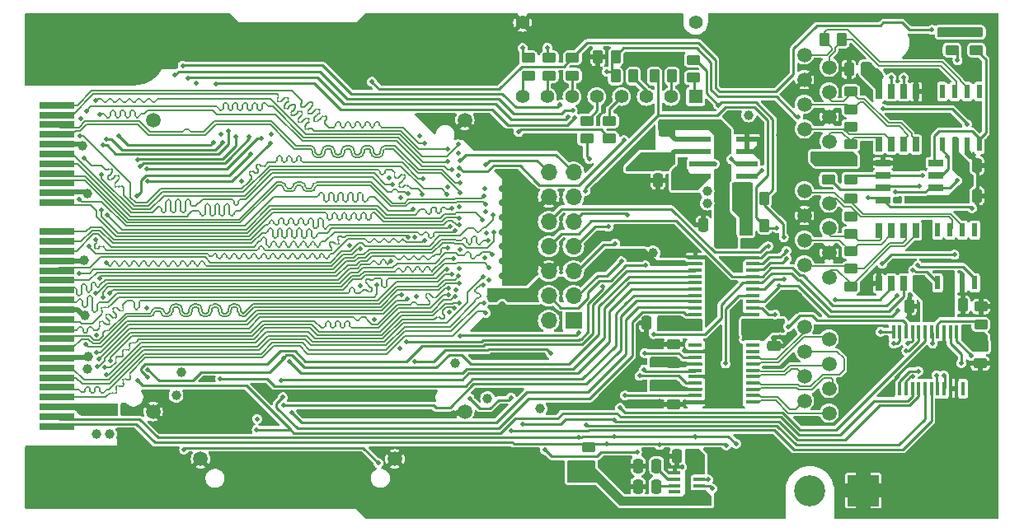
<source format=gbl>
%TF.GenerationSoftware,KiCad,Pcbnew,8.0.1-8.0.1-1~ubuntu22.04.1*%
%TF.CreationDate,2024-03-27T04:29:35+01:00*%
%TF.ProjectId,som-exp-carrier,736f6d2d-6578-4702-9d63-617272696572,v1.0*%
%TF.SameCoordinates,Original*%
%TF.FileFunction,Copper,L4,Bot*%
%TF.FilePolarity,Positive*%
%FSLAX46Y46*%
G04 Gerber Fmt 4.6, Leading zero omitted, Abs format (unit mm)*
G04 Created by KiCad (PCBNEW 8.0.1-8.0.1-1~ubuntu22.04.1) date 2024-03-27 04:29:35*
%MOMM*%
%LPD*%
G01*
G04 APERTURE LIST*
G04 Aperture macros list*
%AMRoundRect*
0 Rectangle with rounded corners*
0 $1 Rounding radius*
0 $2 $3 $4 $5 $6 $7 $8 $9 X,Y pos of 4 corners*
0 Add a 4 corners polygon primitive as box body*
4,1,4,$2,$3,$4,$5,$6,$7,$8,$9,$2,$3,0*
0 Add four circle primitives for the rounded corners*
1,1,$1+$1,$2,$3*
1,1,$1+$1,$4,$5*
1,1,$1+$1,$6,$7*
1,1,$1+$1,$8,$9*
0 Add four rect primitives between the rounded corners*
20,1,$1+$1,$2,$3,$4,$5,0*
20,1,$1+$1,$4,$5,$6,$7,0*
20,1,$1+$1,$6,$7,$8,$9,0*
20,1,$1+$1,$8,$9,$2,$3,0*%
%AMFreePoly0*
4,1,19,-3.250000,0.250000,-3.229565,0.613885,-3.168516,0.973193,-3.067621,1.323407,-2.928149,1.660122,-2.751854,1.979104,-2.540952,2.276342,-2.298097,2.548097,-2.026342,2.790952,-1.729104,3.001854,-1.410122,3.178149,-1.073407,3.317621,-0.723193,3.418516,-0.363885,3.479565,0.000000,3.500000,3.250000,3.500000,3.250000,-3.500000,-3.250000,-3.500000,-3.250000,0.250000,-3.250000,0.250000,
$1*%
%AMFreePoly1*
4,1,19,-3.500000,3.000000,0.500000,3.000000,0.761467,2.988584,1.106653,2.938022,1.443634,2.847728,1.767855,2.718923,2.074930,2.553350,2.360706,2.353247,2.621320,2.121320,2.853247,1.860706,3.053350,1.574930,3.218923,1.267855,3.347728,0.943634,3.438022,0.606653,3.488584,0.261467,3.500000,0.000000,3.500000,-3.000000,-3.500000,-3.000000,-3.500000,3.000000,-3.500000,3.000000,
$1*%
G04 Aperture macros list end*
%TA.AperFunction,ComponentPad*%
%ADD10R,1.400000X1.400000*%
%TD*%
%TA.AperFunction,ComponentPad*%
%ADD11C,1.400000*%
%TD*%
%TA.AperFunction,ComponentPad*%
%ADD12R,1.700000X1.700000*%
%TD*%
%TA.AperFunction,ComponentPad*%
%ADD13O,1.700000X1.700000*%
%TD*%
%TA.AperFunction,ComponentPad*%
%ADD14C,1.500000*%
%TD*%
%TA.AperFunction,ComponentPad*%
%ADD15C,2.550000*%
%TD*%
%TA.AperFunction,ComponentPad*%
%ADD16R,3.200000X3.200000*%
%TD*%
%TA.AperFunction,ComponentPad*%
%ADD17C,3.200000*%
%TD*%
%TA.AperFunction,ComponentPad*%
%ADD18C,4.500000*%
%TD*%
%TA.AperFunction,ComponentPad*%
%ADD19FreePoly0,0.000000*%
%TD*%
%TA.AperFunction,ComponentPad*%
%ADD20C,7.000000*%
%TD*%
%TA.AperFunction,ComponentPad*%
%ADD21FreePoly1,0.000000*%
%TD*%
%TA.AperFunction,SMDPad,CuDef*%
%ADD22R,3.600000X0.700000*%
%TD*%
%TA.AperFunction,ComponentPad*%
%ADD23C,4.000000*%
%TD*%
%TA.AperFunction,SMDPad,CuDef*%
%ADD24RoundRect,0.250000X-0.450000X0.262500X-0.450000X-0.262500X0.450000X-0.262500X0.450000X0.262500X0*%
%TD*%
%TA.AperFunction,SMDPad,CuDef*%
%ADD25RoundRect,0.250000X-0.262500X-0.450000X0.262500X-0.450000X0.262500X0.450000X-0.262500X0.450000X0*%
%TD*%
%TA.AperFunction,SMDPad,CuDef*%
%ADD26RoundRect,0.250000X0.250000X0.475000X-0.250000X0.475000X-0.250000X-0.475000X0.250000X-0.475000X0*%
%TD*%
%TA.AperFunction,SMDPad,CuDef*%
%ADD27R,0.450000X1.475000*%
%TD*%
%TA.AperFunction,SMDPad,CuDef*%
%ADD28RoundRect,0.250000X-0.250000X-0.475000X0.250000X-0.475000X0.250000X0.475000X-0.250000X0.475000X0*%
%TD*%
%TA.AperFunction,SMDPad,CuDef*%
%ADD29RoundRect,0.250000X-0.475000X0.250000X-0.475000X-0.250000X0.475000X-0.250000X0.475000X0.250000X0*%
%TD*%
%TA.AperFunction,SMDPad,CuDef*%
%ADD30R,0.650000X1.528000*%
%TD*%
%TA.AperFunction,SMDPad,CuDef*%
%ADD31RoundRect,0.250000X0.450000X-0.262500X0.450000X0.262500X-0.450000X0.262500X-0.450000X-0.262500X0*%
%TD*%
%TA.AperFunction,SMDPad,CuDef*%
%ADD32RoundRect,0.250000X0.625000X-0.312500X0.625000X0.312500X-0.625000X0.312500X-0.625000X-0.312500X0*%
%TD*%
%TA.AperFunction,SMDPad,CuDef*%
%ADD33R,1.475000X0.450000*%
%TD*%
%TA.AperFunction,SMDPad,CuDef*%
%ADD34R,0.558000X1.454899*%
%TD*%
%TA.AperFunction,SMDPad,CuDef*%
%ADD35R,1.528000X0.650000*%
%TD*%
%TA.AperFunction,SMDPad,CuDef*%
%ADD36R,2.200001X0.599999*%
%TD*%
%TA.AperFunction,SMDPad,CuDef*%
%ADD37RoundRect,0.250000X0.262500X0.450000X-0.262500X0.450000X-0.262500X-0.450000X0.262500X-0.450000X0*%
%TD*%
%TA.AperFunction,SMDPad,CuDef*%
%ADD38RoundRect,0.250000X0.475000X-0.250000X0.475000X0.250000X-0.475000X0.250000X-0.475000X-0.250000X0*%
%TD*%
%TA.AperFunction,SMDPad,CuDef*%
%ADD39R,1.200000X0.450000*%
%TD*%
%TA.AperFunction,ViaPad*%
%ADD40C,0.700000*%
%TD*%
%TA.AperFunction,ViaPad*%
%ADD41C,0.500000*%
%TD*%
%TA.AperFunction,ViaPad*%
%ADD42C,1.000000*%
%TD*%
%TA.AperFunction,Conductor*%
%ADD43C,0.254000*%
%TD*%
%TA.AperFunction,Conductor*%
%ADD44C,0.508000*%
%TD*%
%TA.AperFunction,Conductor*%
%ADD45C,0.128000*%
%TD*%
%TA.AperFunction,Conductor*%
%ADD46C,0.250000*%
%TD*%
%TA.AperFunction,Conductor*%
%ADD47C,0.152100*%
%TD*%
G04 APERTURE END LIST*
D10*
%TO.P,S1,A1,A1*%
%TO.N,Net-(R45-Pad2)*%
X115295969Y-51844031D03*
D11*
%TO.P,S1,A2,A2*%
%TO.N,Net-(R46-Pad2)*%
X112755969Y-51844031D03*
%TO.P,S1,A3,A3*%
%TO.N,Net-(R47-Pad2)*%
X110215969Y-51844031D03*
%TO.P,S1,A4,A4*%
%TO.N,Net-(R48-Pad2)*%
X107675969Y-51844031D03*
%TO.P,S1,A5,A5*%
%TO.N,Net-(R49-Pad2)*%
X105135969Y-51844031D03*
%TO.P,S1,A6,A6*%
%TO.N,Net-(R50-Pad2)*%
X102595969Y-51844031D03*
%TO.P,S1,A7,A7*%
%TO.N,Net-(R51-Pad2)*%
X100055969Y-51844031D03*
%TO.P,S1,A8,A8*%
%TO.N,Net-(R52-Pad2)*%
X97515969Y-51844031D03*
%TO.P,S1,B1,+*%
%TO.N,3V3_SETUP*%
X115295969Y-44224031D03*
%TO.P,S1,B8,-*%
%TO.N,GND*%
X97515969Y-44224031D03*
%TD*%
D12*
%TO.P,J3,1,Pin_1*%
%TO.N,3V3_SETUP*%
X102745969Y-74854031D03*
D13*
%TO.P,J3,2,Pin_2*%
%TO.N,/UART_RX_0*%
X100205969Y-74854031D03*
%TO.P,J3,3,Pin_3*%
%TO.N,/JTAG_TMS*%
X102745969Y-72314031D03*
%TO.P,J3,4,Pin_4*%
%TO.N,/UART_TX_0*%
X100205969Y-72314031D03*
%TO.P,J3,5,Pin_5*%
%TO.N,/JTAG_TDI*%
X102745969Y-69774031D03*
%TO.P,J3,6,Pin_6*%
%TO.N,GND*%
X100205969Y-69774031D03*
%TO.P,J3,7,Pin_7*%
%TO.N,/JTAG_TDO*%
X102745969Y-67234031D03*
%TO.P,J3,8,Pin_8*%
%TO.N,/UART_RX_1*%
X100205969Y-67234031D03*
%TO.P,J3,9,Pin_9*%
%TO.N,/JTAG_TCK*%
X102745969Y-64694031D03*
%TO.P,J3,10,Pin_10*%
%TO.N,/UART_TX_1*%
X100205969Y-64694031D03*
%TO.P,J3,11,Pin_11*%
%TO.N,GND*%
X102745969Y-62154031D03*
%TO.P,J3,12,Pin_12*%
X100205969Y-62154031D03*
%TO.P,J3,13,Pin_13*%
%TO.N,/I2C_SDA*%
X102745969Y-59614031D03*
%TO.P,J3,14,Pin_14*%
%TO.N,/I2C_SCL*%
X100205969Y-59614031D03*
%TD*%
D14*
%TO.P,J1,A1,A1*%
%TO.N,/LVDS_JTAG_TDO_N*%
X128995969Y-84369031D03*
%TO.P,J1,A2,A2*%
%TO.N,/LVDS_JTAG_TDO_P*%
X126455969Y-83099031D03*
%TO.P,J1,A3,A3*%
%TO.N,/LVDS_JTAG_TDI_N*%
X128995969Y-81829031D03*
%TO.P,J1,A4,A4*%
%TO.N,/LVDS_JTAG_TMS_N*%
X126455969Y-80559031D03*
%TO.P,J1,A5,A5*%
%TO.N,/LVDS_JTAG_TMS_P*%
X128995969Y-79289031D03*
%TO.P,J1,A6,A6*%
%TO.N,/LVDS_JTAG_TDI_P*%
X126455969Y-78019031D03*
%TO.P,J1,A7,A7*%
%TO.N,/LVDS_JTAG_TCK_N*%
X128995969Y-76749031D03*
%TO.P,J1,A8,A8*%
%TO.N,/LVDS_JTAG_TCK_P*%
X126455969Y-75479031D03*
%TO.P,J1,B1,B1*%
%TO.N,/RS485_UART_RX_0_P*%
X128995969Y-70399031D03*
%TO.P,J1,B2,B2*%
%TO.N,/RS485_UART_RX_0_N*%
X126455969Y-69129031D03*
%TO.P,J1,B3,B3*%
%TO.N,GND*%
X128995969Y-67859031D03*
%TO.P,J1,B4,B4*%
%TO.N,/RS485_UART_TX_0_N*%
X126455969Y-66589031D03*
%TO.P,J1,B5,B5*%
%TO.N,/RS485_UART_TX_0_P*%
X128995969Y-65319031D03*
%TO.P,J1,B6,B6*%
%TO.N,GND*%
X126455969Y-64049031D03*
%TO.P,J1,B7,B7*%
%TO.N,/CAN_I2C_SDA_N*%
X128995969Y-62779031D03*
%TO.P,J1,B8,B8*%
%TO.N,/CAN_I2C_SDA_P*%
X126455969Y-61509031D03*
%TO.P,J1,C1,C1*%
%TO.N,/RS485_UART_RX_1_P*%
X128995969Y-56429031D03*
%TO.P,J1,C2,C2*%
%TO.N,/RS485_UART_RX_1_N*%
X126455969Y-55159031D03*
%TO.P,J1,C3,C3*%
%TO.N,GND*%
X128995969Y-53889031D03*
%TO.P,J1,C4,C4*%
%TO.N,/RS485_UART_TX_1_N*%
X126455969Y-52619031D03*
%TO.P,J1,C5,C5*%
%TO.N,/RS485_UART_TX_1_P*%
X128995969Y-51349031D03*
%TO.P,J1,C6,C6*%
%TO.N,GND*%
X126455969Y-50079031D03*
%TO.P,J1,C7,C7*%
%TO.N,/CAN_I2C_SCL_N*%
X128995969Y-48809031D03*
%TO.P,J1,C8,C8*%
%TO.N,/CAN_I2C_SCL_P*%
X126455969Y-47539031D03*
D15*
%TO.P,J1,MH3,MH3*%
%TO.N,GND*%
X139025969Y-88374031D03*
%TO.P,J1,MH5,MH5*%
X125185969Y-72939031D03*
%TO.P,J1,MH6,MH6*%
X125185969Y-58969031D03*
%TD*%
D14*
%TO.P,JB1,S1,SHIELD*%
%TO.N,GND*%
X91575969Y-54259031D03*
%TO.P,JB1,S2,SHIELD__1*%
X91575969Y-84209031D03*
%TD*%
D16*
%TO.P,J5,1,1*%
%TO.N,GND*%
X132525969Y-92334031D03*
D17*
%TO.P,J5,2,2*%
%TO.N,VIN*%
X127025969Y-92334031D03*
D18*
%TO.P,J5,MH,MH*%
%TO.N,GND*%
X139825969Y-92334031D03*
%TD*%
D19*
%TO.P,H6,1,1*%
%TO.N,GND*%
X121175969Y-91234031D03*
%TD*%
D20*
%TO.P,H4,1,1*%
%TO.N,GND*%
X91425969Y-91234031D03*
%TD*%
%TO.P,H5,1,1*%
%TO.N,GND*%
X121425969Y-47234031D03*
%TD*%
%TO.P,H2,1,1*%
%TO.N,GND*%
X91425969Y-47234031D03*
%TD*%
%TO.P,H1,1,1*%
%TO.N,GND*%
X57425969Y-47234031D03*
%TD*%
D14*
%TO.P,JB2,S1,SHIELD*%
%TO.N,GND*%
X59575969Y-54259031D03*
%TO.P,JB2,S2,SHIELD__1*%
X59575969Y-84209031D03*
%TD*%
%TO.P,JB3,S1,SHIELD*%
%TO.N,GND*%
X64450969Y-89084031D03*
%TO.P,JB3,S2,SHIELD__1*%
X84400969Y-89084031D03*
%TD*%
D21*
%TO.P,H3,1,1*%
%TO.N,GND*%
X57425969Y-90734031D03*
%TD*%
D22*
%TO.P,J2,B1,B1*%
%TO.N,/SOM_IO_99*%
X49725969Y-52734031D03*
%TO.P,J2,B2,B2*%
%TO.N,/SOM_IO_97*%
X49725969Y-53734031D03*
%TO.P,J2,B3,B3*%
%TO.N,/SOM_IODIFF_2_P*%
X49725969Y-54734031D03*
%TO.P,J2,B4,B4*%
%TO.N,/SOM_IODIFF_2_N*%
X49725969Y-55734031D03*
%TO.P,J2,B5,B5*%
%TO.N,GND*%
X49725969Y-56734031D03*
%TO.P,J2,B6,B6*%
%TO.N,/SOM_IO_81*%
X49725969Y-57734031D03*
%TO.P,J2,B7,B7*%
%TO.N,/SOM_IO_75*%
X49725969Y-58734031D03*
%TO.P,J2,B8,B8*%
%TO.N,/SOM_IODIFF_1_P*%
X49725969Y-59734031D03*
%TO.P,J2,B9,B9*%
%TO.N,/SOM_IODIFF_1_N*%
X49725969Y-60734031D03*
%TO.P,J2,B10,B10*%
%TO.N,GND*%
X49725969Y-61734031D03*
%TO.P,J2,B11,B11*%
%TO.N,/SOM_IO_72*%
X49725969Y-62734031D03*
%TO.P,J2,B12,B12*%
%TO.N,/SOM_IO_68*%
X49725969Y-65734031D03*
%TO.P,J2,B13,B13*%
%TO.N,/SOM_IO_65*%
X49725969Y-66734031D03*
%TO.P,J2,B14,B14*%
%TO.N,/SOM_IO_62*%
X49725969Y-67734031D03*
%TO.P,J2,B15,B15*%
%TO.N,GND*%
X49725969Y-68734031D03*
%TO.P,J2,B16,B16*%
%TO.N,/SOM_IO_66*%
X49725969Y-69734031D03*
%TO.P,J2,B17,B17*%
%TO.N,/SOM_IO_58*%
X49725969Y-70734031D03*
%TO.P,J2,B18,B18*%
%TO.N,/SOM_IO_55*%
X49725969Y-71734031D03*
%TO.P,J2,B19,B19*%
%TO.N,/SOM_IO_49*%
X49725969Y-72734031D03*
%TO.P,J2,B20,B20*%
%TO.N,GND*%
X49725969Y-73734031D03*
%TO.P,J2,B21,B21*%
%TO.N,/SOM_IO_47*%
X49725969Y-74734031D03*
%TO.P,J2,B22,B22*%
%TO.N,/SOM_IO_45*%
X49725969Y-75734031D03*
%TO.P,J2,B23,B23*%
%TO.N,/SOM_IODIFF_0_P*%
X49725969Y-76734031D03*
%TO.P,J2,B24,B24*%
%TO.N,/SOM_IODIFF_0_N*%
X49725969Y-77734031D03*
%TO.P,J2,B25,B25*%
%TO.N,GND*%
X49725969Y-78734031D03*
%TO.P,J2,B26,B26*%
%TO.N,/SOM_IO_50*%
X49725969Y-79734031D03*
%TO.P,J2,B27,B27*%
%TO.N,/SOM_IO_44*%
X49725969Y-80734031D03*
%TO.P,J2,B28,B28*%
%TO.N,/SOM_IO_36*%
X49725969Y-81734031D03*
%TO.P,J2,B29,B29*%
%TO.N,/SOM_IO_32*%
X49725969Y-82734031D03*
%TO.P,J2,B30,B30*%
%TO.N,3V3_SETUP*%
X49725969Y-83734031D03*
%TO.P,J2,B31,B31*%
%TO.N,/I2C_SDA*%
X49725969Y-84734031D03*
%TO.P,J2,B32,B32*%
%TO.N,/I2C_SCL*%
X49725969Y-85734031D03*
D23*
%TO.P,J2,MH1,MH1*%
%TO.N,GND*%
X49035969Y-47934031D03*
%TO.P,J2,MH2,MH2*%
X49035969Y-90534031D03*
%TD*%
D24*
%TO.P,R21,1*%
%TO.N,3V3_SETUP*%
X131225969Y-58521531D03*
%TO.P,R21,2*%
%TO.N,/I2C_SDA_TX*%
X131225969Y-60346531D03*
%TD*%
D25*
%TO.P,R47,1*%
%TO.N,/SOM_JTAGSEL*%
X107063469Y-49724031D03*
%TO.P,R47,2*%
%TO.N,Net-(R47-Pad2)*%
X108888469Y-49724031D03*
%TD*%
D26*
%TO.P,C5,1*%
%TO.N,3V3_SETUP*%
X115295969Y-88794031D03*
%TO.P,C5,2*%
%TO.N,GND*%
X113395969Y-88794031D03*
%TD*%
D25*
%TO.P,R29,1*%
%TO.N,/CAN_I2C_SCL_P*%
X128513469Y-45934031D03*
%TO.P,R29,2*%
%TO.N,/CAN_I2C_SCL_N*%
X130338469Y-45934031D03*
%TD*%
D26*
%TO.P,C10,1*%
%TO.N,1V8_SOM*%
X112145969Y-75074031D03*
%TO.P,C10,2*%
%TO.N,GND*%
X110245969Y-75074031D03*
%TD*%
D24*
%TO.P,R20,1*%
%TO.N,/I2C_SCL*%
X104285969Y-87921531D03*
%TO.P,R20,2*%
%TO.N,3V3_SETUP*%
X104285969Y-89746531D03*
%TD*%
D26*
%TO.P,C18,1*%
%TO.N,3V3_SETUP*%
X113325969Y-60434031D03*
%TO.P,C18,2*%
%TO.N,GND*%
X111425969Y-60434031D03*
%TD*%
D24*
%TO.P,R45,1*%
%TO.N,/SETUP_PWR_EN*%
X115045969Y-48051531D03*
%TO.P,R45,2*%
%TO.N,Net-(R45-Pad2)*%
X115045969Y-49876531D03*
%TD*%
D26*
%TO.P,C6,1*%
%TO.N,Net-(U3-CRST)*%
X111285969Y-89794031D03*
%TO.P,C6,2*%
%TO.N,GND*%
X109385969Y-89794031D03*
%TD*%
D24*
%TO.P,R27,1*%
%TO.N,3V3_SETUP*%
X141625969Y-45221531D03*
%TO.P,R27,2*%
%TO.N,/I2C_SCL_RX*%
X141625969Y-47046531D03*
%TD*%
%TO.P,R22,1*%
%TO.N,3V3_SETUP*%
X128925969Y-58521531D03*
%TO.P,R22,2*%
%TO.N,/I2C_SDA_RX*%
X128925969Y-60346531D03*
%TD*%
D27*
%TO.P,U1,1,~{INT}*%
%TO.N,unconnected-(U1-~{INT}-Pad1)*%
X142750969Y-81862031D03*
%TO.P,U1,2,A1*%
%TO.N,GND*%
X142100969Y-81862031D03*
%TO.P,U1,3,A2*%
X141450969Y-81862031D03*
%TO.P,U1,4,P00*%
%TO.N,/SOM_JTAGSEL*%
X140800969Y-81862031D03*
%TO.P,U1,5,P01*%
%TO.N,/SOM_PWR_EN*%
X140150969Y-81862031D03*
%TO.P,U1,6,P02*%
%TO.N,/SOM_NOSEQ*%
X139500969Y-81862031D03*
%TO.P,U1,7,P03*%
%TO.N,/SOM_PGOOD*%
X138850969Y-81862031D03*
%TO.P,U1,8,P04*%
%TO.N,/SOM_BOOTMODE*%
X138200969Y-81862031D03*
%TO.P,U1,9,P05*%
%TO.N,/SOM_nRST*%
X137550969Y-81862031D03*
%TO.P,U1,10,P06*%
%TO.N,/SOM_GPIO_0*%
X136900969Y-81862031D03*
%TO.P,U1,11,P07*%
%TO.N,/SOM_GPIO_1*%
X136250969Y-81862031D03*
%TO.P,U1,12,GND*%
%TO.N,GND*%
X135600969Y-81862031D03*
%TO.P,U1,13,P10*%
%TO.N,/SOM_GPIO_2*%
X135600969Y-75986031D03*
%TO.P,U1,14,P11*%
%TO.N,/SETUP_PWR_EN*%
X136250969Y-75986031D03*
%TO.P,U1,15,P12*%
%TO.N,/SETUP_WDT_WDO*%
X136900969Y-75986031D03*
%TO.P,U1,16,P13*%
%TO.N,/SETUP_BOARD_ID_LSB*%
X137550969Y-75986031D03*
%TO.P,U1,17,P14*%
%TO.N,/SETUP_BOARD_ID_MSB*%
X138200969Y-75986031D03*
%TO.P,U1,18,P15*%
%TO.N,/SETUP_GPIO_TEST*%
X138850969Y-75986031D03*
%TO.P,U1,19,P16*%
%TO.N,/PCIE_GPIO*%
X139500969Y-75986031D03*
%TO.P,U1,20,P17*%
%TO.N,Net-(U1-P17)*%
X140150969Y-75986031D03*
%TO.P,U1,21,A0*%
%TO.N,GND*%
X140800969Y-75986031D03*
%TO.P,U1,22,SCL*%
%TO.N,/I2C_SCL*%
X141450969Y-75986031D03*
%TO.P,U1,23,SDA*%
%TO.N,/I2C_SDA*%
X142100969Y-75986031D03*
%TO.P,U1,24,VCC*%
%TO.N,3V3_SETUP*%
X142750969Y-75986031D03*
%TD*%
D28*
%TO.P,C14,1*%
%TO.N,3V3_SETUP*%
X142309969Y-58934031D03*
%TO.P,C14,2*%
%TO.N,GND*%
X144209969Y-58934031D03*
%TD*%
D25*
%TO.P,R42,1*%
%TO.N,VIN*%
X120553469Y-65084031D03*
%TO.P,R42,2*%
%TO.N,/SOM_PWR_EN*%
X122378469Y-65084031D03*
%TD*%
D29*
%TO.P,C1,1*%
%TO.N,3V3_SETUP*%
X144525969Y-77384031D03*
%TO.P,C1,2*%
%TO.N,GND*%
X144525969Y-79284031D03*
%TD*%
D30*
%TO.P,U7,1,VCC*%
%TO.N,3V3_SETUP*%
X134120969Y-51343031D03*
%TO.P,U7,2,R*%
%TO.N,/UART_RX_1*%
X135390969Y-51343031D03*
%TO.P,U7,3,D*%
%TO.N,/UART_TX_1*%
X136660969Y-51343031D03*
%TO.P,U7,4,GND*%
%TO.N,GND*%
X137930969Y-51343031D03*
%TO.P,U7,5,Y*%
%TO.N,/RS485_UART_TX_1_P*%
X137930969Y-56765031D03*
%TO.P,U7,6,Z*%
%TO.N,/RS485_UART_TX_1_N*%
X136660969Y-56765031D03*
%TO.P,U7,7,B*%
%TO.N,/RS485_UART_RX_1_N*%
X135390969Y-56765031D03*
%TO.P,U7,8,A*%
%TO.N,/RS485_UART_RX_1_P*%
X134120969Y-56765031D03*
%TD*%
D31*
%TO.P,R49,1*%
%TO.N,/SOM_BOOTMODE*%
X104105969Y-56146531D03*
%TO.P,R49,2*%
%TO.N,Net-(R49-Pad2)*%
X104105969Y-54321531D03*
%TD*%
%TO.P,R6,1*%
%TO.N,Net-(U1-P17)*%
X144575969Y-75266531D03*
%TO.P,R6,2*%
%TO.N,GND*%
X144575969Y-73441531D03*
%TD*%
D32*
%TO.P,RSENSE1,1*%
%TO.N,3V3_SOM*%
X112325969Y-58296531D03*
%TO.P,RSENSE1,2*%
%TO.N,Net-(U12-OUT)*%
X112325969Y-55371531D03*
%TD*%
D24*
%TO.P,R52,1*%
%TO.N,/SETUP_BOARD_ID_MSB*%
X98115969Y-47831531D03*
%TO.P,R52,2*%
%TO.N,Net-(R52-Pad2)*%
X98115969Y-49656531D03*
%TD*%
D26*
%TO.P,C17,1*%
%TO.N,Net-(U12-OUT)*%
X117955969Y-65054031D03*
%TO.P,C17,2*%
%TO.N,GND*%
X116055969Y-65054031D03*
%TD*%
D33*
%TO.P,U5,1,VCCA*%
%TO.N,1V8_SOM*%
X115249969Y-75534031D03*
%TO.P,U5,2,DIR1*%
X115249969Y-74884031D03*
%TO.P,U5,3,A1*%
%TO.N,/SOM_GPIO_0_1V8*%
X115249969Y-74234031D03*
%TO.P,U5,4,A2*%
%TO.N,/UART_TX_1_1V8*%
X115249969Y-73584031D03*
%TO.P,U5,5,A3*%
%TO.N,/SETUP_WDT_WDI_1V8*%
X115249969Y-72934031D03*
%TO.P,U5,6,A4*%
%TO.N,/UART_TX_0_1V8*%
X115249969Y-72284031D03*
%TO.P,U5,7,A5*%
%TO.N,/UART_RX_0_1V8*%
X115249969Y-71634031D03*
%TO.P,U5,8,A6*%
%TO.N,/UART_RX_1_1V8*%
X115249969Y-70984031D03*
%TO.P,U5,9,A7*%
%TO.N,/SOM_GPIO_1_1V8*%
X115249969Y-70334031D03*
%TO.P,U5,10,A8*%
%TO.N,/SOM_GPIO_2_1V8*%
X115249969Y-69684031D03*
%TO.P,U5,11,DIR2*%
%TO.N,1V8_SOM*%
X115249969Y-69034031D03*
%TO.P,U5,12,GND_1*%
%TO.N,GND*%
X115249969Y-68384031D03*
%TO.P,U5,13,GND_2*%
X121125969Y-68384031D03*
%TO.P,U5,14,B8*%
%TO.N,/SOM_GPIO_2*%
X121125969Y-69034031D03*
%TO.P,U5,15,B7*%
%TO.N,/SOM_GPIO_1*%
X121125969Y-69684031D03*
%TO.P,U5,16,B6*%
%TO.N,/UART_RX_1*%
X121125969Y-70334031D03*
%TO.P,U5,17,B5*%
%TO.N,/UART_RX_0*%
X121125969Y-70984031D03*
%TO.P,U5,18,B4*%
%TO.N,/UART_TX_0*%
X121125969Y-71634031D03*
%TO.P,U5,19,B3*%
%TO.N,/SETUP_WDT_WDI*%
X121125969Y-72284031D03*
%TO.P,U5,20,B2*%
%TO.N,/UART_TX_1*%
X121125969Y-72934031D03*
%TO.P,U5,21,B1*%
%TO.N,/SOM_GPIO_0*%
X121125969Y-73584031D03*
%TO.P,U5,22,~{OE}*%
%TO.N,GND*%
X121125969Y-74234031D03*
%TO.P,U5,23,VCCB_1*%
%TO.N,3V3_SETUP*%
X121125969Y-74884031D03*
%TO.P,U5,24,VCCB_2*%
X121125969Y-75534031D03*
%TD*%
D31*
%TO.P,R8,1*%
%TO.N,/RS485_UART_TX_0_N*%
X131225969Y-67746531D03*
%TO.P,R8,2*%
%TO.N,/RS485_UART_TX_0_P*%
X131225969Y-65921531D03*
%TD*%
D24*
%TO.P,R26,1*%
%TO.N,3V3_SETUP*%
X144125969Y-45221531D03*
%TO.P,R26,2*%
%TO.N,/I2C_SCL_TX*%
X144125969Y-47046531D03*
%TD*%
D28*
%TO.P,C12,1*%
%TO.N,3V3_SETUP*%
X140835969Y-73234031D03*
%TO.P,C12,2*%
%TO.N,GND*%
X142735969Y-73234031D03*
%TD*%
D31*
%TO.P,R7,1*%
%TO.N,/RS485_UART_RX_0_P*%
X131225969Y-71346531D03*
%TO.P,R7,2*%
%TO.N,/RS485_UART_RX_0_N*%
X131225969Y-69521531D03*
%TD*%
D24*
%TO.P,R51,1*%
%TO.N,/SETUP_BOARD_ID_LSB*%
X100265969Y-47831531D03*
%TO.P,R51,2*%
%TO.N,Net-(R51-Pad2)*%
X100265969Y-49656531D03*
%TD*%
D34*
%TO.P,U10,1,D*%
%TO.N,/I2C_SCL_TX*%
X144430969Y-56755379D03*
%TO.P,U10,2,GND*%
%TO.N,GND*%
X143160969Y-56755379D03*
%TO.P,U10,3,VCC*%
%TO.N,3V3_SETUP*%
X141890969Y-56755379D03*
%TO.P,U10,4,R*%
%TO.N,/I2C_SCL_RX*%
X140620969Y-56755379D03*
%TO.P,U10,5,NC*%
%TO.N,unconnected-(U10-NC-Pad5)*%
X140620969Y-51312683D03*
%TO.P,U10,6,CANL*%
%TO.N,/CAN_I2C_SCL_N*%
X141890969Y-51312683D03*
%TO.P,U10,7,CANH*%
%TO.N,/CAN_I2C_SCL_P*%
X143160969Y-51312683D03*
%TO.P,U10,8,NC*%
%TO.N,unconnected-(U10-NC-Pad8)*%
X144430969Y-51312683D03*
%TD*%
D35*
%TO.P,U9,1,SX*%
%TO.N,/I2C_SDA*%
X134559969Y-62439031D03*
%TO.P,U9,2,RX*%
%TO.N,/I2C_SDA_RX*%
X134559969Y-61169031D03*
%TO.P,U9,3,TX*%
%TO.N,/I2C_SDA_TX*%
X134559969Y-59899031D03*
%TO.P,U9,4,GND*%
%TO.N,GND*%
X134559969Y-58629031D03*
%TO.P,U9,5,TY*%
%TO.N,/I2C_SCL_TX*%
X139981969Y-58629031D03*
%TO.P,U9,6,RY*%
%TO.N,/I2C_SCL_RX*%
X139981969Y-59899031D03*
%TO.P,U9,7,SY*%
%TO.N,/I2C_SCL*%
X139981969Y-61169031D03*
%TO.P,U9,8,VCC*%
%TO.N,3V3_SETUP*%
X139981969Y-62439031D03*
%TD*%
D34*
%TO.P,U8,1,D*%
%TO.N,/I2C_SDA_TX*%
X143950969Y-70985379D03*
%TO.P,U8,2,GND*%
%TO.N,GND*%
X142680969Y-70985379D03*
%TO.P,U8,3,VCC*%
%TO.N,3V3_SETUP*%
X141410969Y-70985379D03*
%TO.P,U8,4,R*%
%TO.N,/I2C_SDA_RX*%
X140140969Y-70985379D03*
%TO.P,U8,5,NC*%
%TO.N,unconnected-(U8-NC-Pad5)*%
X140140969Y-65542683D03*
%TO.P,U8,6,CANL*%
%TO.N,/CAN_I2C_SDA_N*%
X141410969Y-65542683D03*
%TO.P,U8,7,CANH*%
%TO.N,/CAN_I2C_SDA_P*%
X142680969Y-65542683D03*
%TO.P,U8,8,NC*%
%TO.N,unconnected-(U8-NC-Pad8)*%
X143950969Y-65542683D03*
%TD*%
D24*
%TO.P,R23,1*%
%TO.N,/CAN_I2C_SDA_P*%
X131225969Y-62321531D03*
%TO.P,R23,2*%
%TO.N,/CAN_I2C_SDA_N*%
X131225969Y-64146531D03*
%TD*%
D26*
%TO.P,C4,1*%
%TO.N,Net-(U3-CWD)*%
X111265969Y-91914031D03*
%TO.P,C4,2*%
%TO.N,GND*%
X109365969Y-91914031D03*
%TD*%
%TO.P,C11,1*%
%TO.N,3V3_SETUP*%
X132925969Y-49034031D03*
%TO.P,C11,2*%
%TO.N,GND*%
X131025969Y-49034031D03*
%TD*%
D31*
%TO.P,R48,1*%
%TO.N,/SOM_NOSEQ*%
X106465969Y-56146531D03*
%TO.P,R48,2*%
%TO.N,Net-(R48-Pad2)*%
X106465969Y-54321531D03*
%TD*%
D24*
%TO.P,R50,1*%
%TO.N,/PCIE_GPIO*%
X102645969Y-47831531D03*
%TO.P,R50,2*%
%TO.N,Net-(R50-Pad2)*%
X102645969Y-49656531D03*
%TD*%
D36*
%TO.P,U13,1,A1*%
%TO.N,GND*%
X120525969Y-56229031D03*
%TO.P,U13,2,A0*%
X120525969Y-57499031D03*
%TO.P,U13,3,SDA*%
%TO.N,/I2C_SDA*%
X120525969Y-58769031D03*
%TO.P,U13,4,SCL*%
%TO.N,/I2C_SCL*%
X120525969Y-60039031D03*
%TO.P,U13,5,VS*%
%TO.N,3V3_SETUP*%
X115725969Y-60039031D03*
%TO.P,U13,6,GND*%
%TO.N,GND*%
X115725969Y-58769031D03*
%TO.P,U13,7,VIN-*%
%TO.N,3V3_SOM*%
X115725969Y-57499031D03*
%TO.P,U13,8,VIN+*%
%TO.N,Net-(U12-OUT)*%
X115725969Y-56229031D03*
%TD*%
D37*
%TO.P,R5,1*%
%TO.N,/SOM_JTAGSEL*%
X107088469Y-47774031D03*
%TO.P,R5,2*%
%TO.N,GND*%
X105263469Y-47774031D03*
%TD*%
D26*
%TO.P,C7,1*%
%TO.N,3V3_SETUP*%
X139115969Y-73404031D03*
%TO.P,C7,2*%
%TO.N,GND*%
X137215969Y-73404031D03*
%TD*%
D33*
%TO.P,U2,1,1A*%
%TO.N,unconnected-(U2-1A-Pad1)*%
X121125969Y-77369031D03*
%TO.P,U2,2,1B*%
%TO.N,unconnected-(U2-1B-Pad2)*%
X121125969Y-78019031D03*
%TO.P,U2,3,2A*%
%TO.N,/LVDS_JTAG_TCK_P*%
X121125969Y-78669031D03*
%TO.P,U2,4,2B*%
%TO.N,/LVDS_JTAG_TCK_N*%
X121125969Y-79319031D03*
%TO.P,U2,5,3A*%
%TO.N,/LVDS_JTAG_TMS_P*%
X121125969Y-79969031D03*
%TO.P,U2,6,3B*%
%TO.N,/LVDS_JTAG_TMS_N*%
X121125969Y-80619031D03*
%TO.P,U2,7,4A*%
%TO.N,/LVDS_JTAG_TDI_P*%
X121125969Y-81269031D03*
%TO.P,U2,8,4B*%
%TO.N,/LVDS_JTAG_TDI_N*%
X121125969Y-81919031D03*
%TO.P,U2,9,5Y*%
%TO.N,/LVDS_JTAG_TDO_P*%
X121125969Y-82569031D03*
%TO.P,U2,10,5Z*%
%TO.N,/LVDS_JTAG_TDO_N*%
X121125969Y-83219031D03*
%TO.P,U2,11,GND_1*%
%TO.N,GND*%
X115249969Y-83219031D03*
%TO.P,U2,12,5D*%
%TO.N,/JTAG_TDO*%
X115249969Y-82569031D03*
%TO.P,U2,13,VCC_1*%
%TO.N,3V3_SETUP*%
X115249969Y-81919031D03*
%TO.P,U2,14,4R*%
%TO.N,/JTAG_TDI*%
X115249969Y-81269031D03*
%TO.P,U2,15,GND_2*%
%TO.N,GND*%
X115249969Y-80619031D03*
%TO.P,U2,16,3R*%
%TO.N,/JTAG_TMS*%
X115249969Y-79969031D03*
%TO.P,U2,17,VCC_2*%
%TO.N,3V3_SETUP*%
X115249969Y-79319031D03*
%TO.P,U2,18,2R*%
%TO.N,/JTAG_TCK*%
X115249969Y-78669031D03*
%TO.P,U2,19,GND_3*%
%TO.N,GND*%
X115249969Y-78019031D03*
%TO.P,U2,20,1R*%
%TO.N,unconnected-(U2-1R-Pad20)*%
X115249969Y-77369031D03*
%TD*%
D31*
%TO.P,R17,1*%
%TO.N,/RS485_UART_TX_1_N*%
X131225969Y-53146531D03*
%TO.P,R17,2*%
%TO.N,/RS485_UART_TX_1_P*%
X131225969Y-51321531D03*
%TD*%
D25*
%TO.P,R46,1*%
%TO.N,/SOM_PWR_EN*%
X111063469Y-49734031D03*
%TO.P,R46,2*%
%TO.N,Net-(R46-Pad2)*%
X112888469Y-49734031D03*
%TD*%
D38*
%TO.P,C2,1*%
%TO.N,3V3_SETUP*%
X113025969Y-79224031D03*
%TO.P,C2,2*%
%TO.N,GND*%
X113025969Y-77324031D03*
%TD*%
D31*
%TO.P,R13,1*%
%TO.N,/RS485_UART_RX_1_P*%
X131225969Y-56746531D03*
%TO.P,R13,2*%
%TO.N,/RS485_UART_RX_1_N*%
X131225969Y-54921531D03*
%TD*%
D25*
%TO.P,R33,1*%
%TO.N,VIN*%
X120543469Y-62274031D03*
%TO.P,R33,2*%
%TO.N,/SETUP_PWR_EN*%
X122368469Y-62274031D03*
%TD*%
D39*
%TO.P,U3,1,~{MR}*%
%TO.N,unconnected-(U3-~{MR}-Pad1)*%
X113155969Y-92489031D03*
%TO.P,U3,2,CWD*%
%TO.N,Net-(U3-CWD)*%
X113155969Y-91839031D03*
%TO.P,U3,3,CRST*%
%TO.N,Net-(U3-CRST)*%
X113155969Y-91189031D03*
%TO.P,U3,4,GND*%
%TO.N,GND*%
X113155969Y-90539031D03*
%TO.P,U3,5,SET0*%
%TO.N,3V3_SETUP*%
X115655969Y-90539031D03*
%TO.P,U3,6,WDI*%
%TO.N,/SETUP_WDT_WDI*%
X115655969Y-91189031D03*
%TO.P,U3,7,~{RESET}*%
%TO.N,/SETUP_WDT_WDO*%
X115655969Y-91839031D03*
%TO.P,U3,8,VDD*%
%TO.N,3V3_SETUP*%
X115655969Y-92489031D03*
%TD*%
D29*
%TO.P,C9,1*%
%TO.N,3V3_SETUP*%
X123325969Y-75604031D03*
%TO.P,C9,2*%
%TO.N,GND*%
X123325969Y-77504031D03*
%TD*%
%TO.P,C3,1*%
%TO.N,3V3_SETUP*%
X113025969Y-81584031D03*
%TO.P,C3,2*%
%TO.N,GND*%
X113025969Y-83484031D03*
%TD*%
D30*
%TO.P,U4,1,VCC*%
%TO.N,3V3_SETUP*%
X137930969Y-71055031D03*
%TO.P,U4,2,R*%
%TO.N,/UART_RX_0*%
X136660969Y-71055031D03*
%TO.P,U4,3,D*%
%TO.N,/UART_TX_0*%
X135390969Y-71055031D03*
%TO.P,U4,4,GND*%
%TO.N,GND*%
X134120969Y-71055031D03*
%TO.P,U4,5,Y*%
%TO.N,/RS485_UART_TX_0_P*%
X134120969Y-65633031D03*
%TO.P,U4,6,Z*%
%TO.N,/RS485_UART_TX_0_N*%
X135390969Y-65633031D03*
%TO.P,U4,7,B*%
%TO.N,/RS485_UART_RX_0_N*%
X136660969Y-65633031D03*
%TO.P,U4,8,A*%
%TO.N,/RS485_UART_RX_0_P*%
X137930969Y-65633031D03*
%TD*%
D28*
%TO.P,C13,1*%
%TO.N,3V3_SETUP*%
X142309969Y-62034031D03*
%TO.P,C13,2*%
%TO.N,GND*%
X144209969Y-62034031D03*
%TD*%
D40*
%TO.N,GND*%
X95435969Y-65754031D03*
D41*
X94093117Y-70705162D03*
X134995969Y-79514031D03*
D40*
X51015969Y-43744031D03*
X80715969Y-82884031D03*
D41*
X74875969Y-84344031D03*
D40*
X108935969Y-44754031D03*
D41*
X136785969Y-69204031D03*
D40*
X100515969Y-43744031D03*
X140805969Y-89754031D03*
X145885969Y-45244031D03*
D41*
X93565969Y-74814031D03*
X79735969Y-67104031D03*
D40*
X138665969Y-43744031D03*
D42*
X111552969Y-77294031D03*
D41*
X84895969Y-77744031D03*
D40*
X84715969Y-44754031D03*
X68135969Y-93684031D03*
X108015969Y-43744031D03*
X95435969Y-47754031D03*
X53435969Y-44754031D03*
X141665969Y-43744031D03*
D42*
X120695969Y-66994031D03*
D41*
X53747472Y-76385186D03*
D40*
X112335969Y-94694031D03*
X80215969Y-44754031D03*
X145885969Y-46744031D03*
D41*
X89962943Y-73994031D03*
D40*
X95435969Y-49254031D03*
X112515969Y-43744031D03*
D41*
X141555969Y-78324031D03*
X113905969Y-89904031D03*
D40*
X95435969Y-74754031D03*
X103515969Y-43744031D03*
X85335969Y-94694031D03*
X95445969Y-78594031D03*
X50435969Y-44754031D03*
X95835969Y-91694031D03*
X87715969Y-44754031D03*
D42*
X117385969Y-76534031D03*
D40*
X109335969Y-94694031D03*
X143165969Y-43744031D03*
X137985969Y-90004031D03*
X113835969Y-94694031D03*
D41*
X90905969Y-59944031D03*
X86465969Y-66294031D03*
X93695969Y-63674031D03*
D40*
X51635969Y-93684031D03*
X128985969Y-90004031D03*
X118635969Y-43744031D03*
X145885969Y-75244031D03*
X94425969Y-54614031D03*
X82355969Y-43744031D03*
X95855969Y-43744031D03*
X95835969Y-93194031D03*
X99935969Y-44754031D03*
X126665969Y-43744031D03*
D41*
X125135969Y-78904031D03*
D40*
X95435969Y-83754031D03*
X145885969Y-55744031D03*
X64515969Y-43744031D03*
X54015969Y-43744031D03*
X95835969Y-94694031D03*
X145885969Y-49744031D03*
D41*
X127865969Y-75774031D03*
D42*
X52326953Y-56899630D03*
D40*
X81635969Y-93684031D03*
X145885969Y-85744031D03*
X103335969Y-94694031D03*
X94425969Y-56114031D03*
X83835969Y-94694031D03*
D41*
X93656750Y-61306819D03*
D40*
X62135969Y-93684031D03*
D41*
X85045969Y-62254031D03*
D40*
X48015969Y-43744031D03*
X131185969Y-88994031D03*
X88355969Y-43744031D03*
X105935969Y-44754031D03*
X95835969Y-90194031D03*
X133485969Y-90004031D03*
X97335969Y-94694031D03*
X145305969Y-89754031D03*
D41*
X93832065Y-65838373D03*
D40*
X95435969Y-61254031D03*
X71135969Y-93684031D03*
X131165969Y-43744031D03*
X129665969Y-43744031D03*
D42*
X119285969Y-76564031D03*
D40*
X69715969Y-44754031D03*
X145885969Y-67744031D03*
X110435969Y-44754031D03*
X86835969Y-94694031D03*
X115335969Y-94694031D03*
X145885969Y-52744031D03*
X100335969Y-94694031D03*
X145885969Y-60244031D03*
X136485969Y-90004031D03*
X131985969Y-90004031D03*
D42*
X141716102Y-83524164D03*
D40*
X107435969Y-44754031D03*
X145885969Y-63244031D03*
D41*
X123455969Y-67634031D03*
D40*
X74215969Y-44754031D03*
X145885969Y-76744031D03*
D41*
X123925969Y-76574031D03*
D40*
X117895969Y-44754031D03*
D41*
X90895969Y-57684031D03*
D40*
X95435969Y-56754031D03*
X145885969Y-79744031D03*
X83855969Y-43744031D03*
X77215969Y-44754031D03*
D41*
X130225969Y-80954031D03*
D40*
X78715969Y-44754031D03*
X132665969Y-43744031D03*
D42*
X100685969Y-83944031D03*
D41*
X91075967Y-67537981D03*
D40*
X95435969Y-64254031D03*
X145885969Y-51244031D03*
X48935969Y-44754031D03*
X75635969Y-93684031D03*
X49515969Y-43744031D03*
D41*
X80825969Y-71254031D03*
X86632270Y-72416183D03*
X131045969Y-47634031D03*
D42*
X111582969Y-83434031D03*
D41*
X64045969Y-50484031D03*
D40*
X69635969Y-93684031D03*
X48635969Y-93684031D03*
X47435969Y-44754031D03*
X145885969Y-57244031D03*
D41*
X136075969Y-62494031D03*
X71745969Y-55674031D03*
D40*
X145885969Y-69244031D03*
D41*
X65705969Y-80864031D03*
X93629947Y-68378150D03*
D40*
X74135969Y-93684031D03*
X63015969Y-43744031D03*
X128165969Y-43744031D03*
X78635969Y-93684031D03*
D41*
X117240975Y-58769031D03*
D40*
X52515969Y-43744031D03*
X145885969Y-48244031D03*
X123665969Y-43744031D03*
X137065969Y-88994031D03*
D41*
X90673869Y-71674393D03*
D40*
X83135969Y-93684031D03*
X86215969Y-44754031D03*
X53135969Y-93684031D03*
D41*
X66545969Y-55724031D03*
X68675969Y-60504031D03*
D40*
X47135969Y-93684031D03*
X95435969Y-59754031D03*
D42*
X111315969Y-62204031D03*
D40*
X84635969Y-93684031D03*
X142885969Y-88744031D03*
X77135969Y-93684031D03*
D41*
X91045048Y-63162636D03*
D40*
X95835969Y-88694031D03*
X140165969Y-43744031D03*
X50935969Y-92674031D03*
X111015969Y-43744031D03*
D41*
X58965969Y-73604031D03*
D40*
X145885969Y-72244031D03*
D41*
X134645969Y-82334031D03*
D40*
X144385969Y-88744031D03*
D41*
X103675969Y-52664031D03*
D40*
X113435969Y-44754031D03*
D42*
X52957300Y-78600081D03*
D40*
X66635969Y-93684031D03*
X137165969Y-43744031D03*
X67295969Y-43744031D03*
X141385969Y-88744031D03*
X145885969Y-54244031D03*
D41*
X108385969Y-90494031D03*
D40*
X95435969Y-82254031D03*
X145885969Y-64744031D03*
D41*
X101315969Y-51744031D03*
D40*
X134105969Y-43744031D03*
X95435969Y-67254031D03*
X145885969Y-66244031D03*
X117135969Y-43744031D03*
X85355969Y-43744031D03*
X88335969Y-94694031D03*
X135565969Y-88994031D03*
X130485969Y-90004031D03*
X86855969Y-43744031D03*
X83215969Y-44754031D03*
X98835969Y-94694031D03*
X60015969Y-43744031D03*
X94335969Y-94694031D03*
X105015969Y-43744031D03*
X145885969Y-78244031D03*
X145885969Y-88744031D03*
X109515969Y-43744031D03*
X87635969Y-93684031D03*
X145885969Y-73744031D03*
X134985969Y-90004031D03*
D42*
X136205969Y-58704031D03*
D40*
X111935969Y-44754031D03*
X95435969Y-44754031D03*
D42*
X132815969Y-71784031D03*
D40*
X145885969Y-43744031D03*
D42*
X52593923Y-74335881D03*
D41*
X89803298Y-61142713D03*
D42*
X137925969Y-49774031D03*
D41*
X52145969Y-54074031D03*
D40*
X134065969Y-88994031D03*
X95435969Y-46254031D03*
X50135969Y-93684031D03*
X104835969Y-94694031D03*
X95435969Y-70254031D03*
X116835969Y-94694031D03*
X145885969Y-61744031D03*
X61515969Y-43744031D03*
X107835969Y-94694031D03*
X51935969Y-44754031D03*
X143805969Y-89754031D03*
D41*
X90998274Y-69519139D03*
D40*
X142305969Y-89754031D03*
X72715969Y-44754031D03*
X145885969Y-82744031D03*
D42*
X124065969Y-55814031D03*
D40*
X145885969Y-87244031D03*
D42*
X109135969Y-53894031D03*
D40*
X145885969Y-84244031D03*
X94355969Y-43744031D03*
X110835969Y-94694031D03*
X106515969Y-43744031D03*
X145885969Y-70744031D03*
X63635969Y-93684031D03*
X82335969Y-94694031D03*
X86135969Y-93684031D03*
X101835969Y-94694031D03*
X66715969Y-44754031D03*
D41*
X61665969Y-48724031D03*
X127975969Y-83074031D03*
D40*
X81715969Y-44754031D03*
D42*
X52495969Y-68624031D03*
D40*
X95435969Y-55254031D03*
X101435969Y-44754031D03*
X60715969Y-44754031D03*
D41*
X83835969Y-60214031D03*
D40*
X75715969Y-44754031D03*
X63715969Y-44754031D03*
X72635969Y-93684031D03*
X132565969Y-88994031D03*
X66015969Y-43744031D03*
X62215969Y-44754031D03*
X80135969Y-93684031D03*
X145885969Y-81244031D03*
X65135969Y-93684031D03*
D41*
X82285969Y-74734031D03*
D40*
X95435969Y-62754031D03*
X52435969Y-92674031D03*
X99015969Y-43744031D03*
X145885969Y-58744031D03*
X144665969Y-43744031D03*
X95435969Y-68754031D03*
X102935969Y-44754031D03*
X104435969Y-44754031D03*
X71215969Y-44754031D03*
X129685969Y-88994031D03*
X68215969Y-44754031D03*
D41*
X138005969Y-74654031D03*
D40*
X102015969Y-43744031D03*
D42*
X52805969Y-61835881D03*
D40*
X65215969Y-44754031D03*
X106335969Y-94694031D03*
X95435969Y-73254031D03*
D41*
X86975969Y-55874031D03*
D40*
X125165969Y-43744031D03*
D41*
X119975969Y-55404031D03*
X112419325Y-88180675D03*
D42*
%TO.N,VIN*%
X116475969Y-62784031D03*
D41*
X120435969Y-60854031D03*
D42*
X53748788Y-86534031D03*
X55135969Y-86534031D03*
X116475969Y-61534031D03*
%TO.N,3V3_SETUP*%
X111552969Y-79144031D03*
D41*
X127495969Y-57874031D03*
X70255969Y-84964031D03*
D42*
X122035969Y-76444031D03*
X99305969Y-83934031D03*
D41*
X113935969Y-58314031D03*
D42*
X143235969Y-60464031D03*
X120725969Y-53724031D03*
X134075969Y-49804031D03*
D41*
X140385969Y-45004031D03*
D42*
X111552969Y-81524031D03*
X139135969Y-71954031D03*
X116305969Y-93424031D03*
X55375969Y-84154031D03*
X102855969Y-90804031D03*
D41*
X144355969Y-76344031D03*
%TO.N,/JTAG_TDO*%
X106335969Y-65214031D03*
X101349226Y-52669561D03*
X62615969Y-48651031D03*
X108045969Y-82554031D03*
%TO.N,/JTAG_TMS*%
X102883224Y-54001288D03*
X109975969Y-79914031D03*
X66045969Y-50524031D03*
X107675969Y-68784031D03*
%TO.N,/JTAG_TCK*%
X108315969Y-63974031D03*
X61825969Y-49644031D03*
X110078969Y-78224031D03*
X102667943Y-53278827D03*
%TO.N,/JTAG_TDI*%
X109525969Y-80544031D03*
X107045969Y-66944033D03*
X102162682Y-53905827D03*
X63195969Y-49974031D03*
D42*
%TO.N,1V8_SOM*%
X113405969Y-75134031D03*
X62475969Y-80199031D03*
X110915969Y-67914031D03*
X94327969Y-72359031D03*
D41*
%TO.N,/I2C_SCL*%
X122085969Y-59424031D03*
X93705969Y-58854031D03*
X142585969Y-79234031D03*
X106185969Y-87584031D03*
X118425969Y-87684031D03*
X135843927Y-61646382D03*
X142135969Y-60454031D03*
X111625969Y-87668025D03*
%TO.N,/I2C_SDA_TX*%
X138115969Y-69201031D03*
X138575969Y-59904031D03*
%TO.N,/I2C_SDA*%
X143675969Y-63294031D03*
X118955969Y-58254031D03*
X132995969Y-62226031D03*
X106915969Y-86784031D03*
X103295969Y-86894031D03*
X115205969Y-86774031D03*
X119445969Y-87534031D03*
X91075981Y-58424028D03*
X143572969Y-78494031D03*
%TO.N,/I2C_SDA_RX*%
X137613112Y-69704174D03*
X138255969Y-61014031D03*
%TO.N,/I2C_SCL_RX*%
X141175969Y-57994031D03*
X142195969Y-48097781D03*
D42*
%TO.N,Net-(U12-OUT)*%
X118975969Y-66984031D03*
X117750969Y-66984031D03*
D41*
%TO.N,/UART_TX_1*%
X122745969Y-67224031D03*
X136660969Y-49874031D03*
X123855969Y-71284031D03*
X136035969Y-73864031D03*
%TO.N,/UART_RX_1*%
X135937968Y-72266030D03*
X135385969Y-49875031D03*
%TO.N,/UART_RX_0*%
X110975969Y-76244031D03*
X109280968Y-88369032D03*
X99845969Y-88158031D03*
%TO.N,/UART_TX_0*%
X129655969Y-72714031D03*
X110115969Y-69194031D03*
X124405969Y-70584031D03*
%TO.N,/SETUP_PWR_EN*%
X135625969Y-77234031D03*
X124345969Y-66294031D03*
X117625969Y-52704031D03*
%TO.N,/SOM_PWR_EN*%
X86445969Y-79104031D03*
X123635969Y-65344031D03*
X140052969Y-80484027D03*
X100448466Y-78247408D03*
X134446107Y-69027818D03*
X103981527Y-61523475D03*
X141875969Y-68104031D03*
D42*
%TO.N,3V3_SOM*%
X110095969Y-58104031D03*
X109245969Y-58954031D03*
X61935969Y-82544031D03*
X93934969Y-82874031D03*
D41*
%TO.N,/SOM_IO_52*%
X55152019Y-72071396D03*
X94075961Y-69414031D03*
%TO.N,/SOM_IO_62*%
X90585613Y-65625402D03*
%TO.N,/SOM_IO_41*%
X85115969Y-72234031D03*
X52677516Y-77296031D03*
%TO.N,/SOM_IO_67*%
X53696243Y-66544306D03*
X85766483Y-66270874D03*
%TO.N,/SOM_IO_32*%
X93747626Y-74077032D03*
%TO.N,/SOM_IO_97*%
X89795969Y-57194031D03*
%TO.N,/SOM_IO_45*%
X90229488Y-70119941D03*
%TO.N,/SOM_IO_95*%
X90915969Y-56744031D03*
X53645969Y-52254031D03*
%TO.N,/SOM_IO_87*%
X52073006Y-55876031D03*
X87265969Y-60244031D03*
%TO.N,/SOM_IO_69*%
X90275969Y-63343765D03*
X54886782Y-64023670D03*
%TO.N,/SOM_IO_77*%
X87235500Y-61883232D03*
X54305969Y-59824031D03*
%TO.N,/SOM_IODIFF_1_P*%
X93565979Y-62040251D03*
%TO.N,/SOM_IO_72*%
X90983391Y-64314736D03*
%TO.N,/SOM_IO_81*%
X84165969Y-60874031D03*
%TO.N,/SOM_IO_61*%
X53001243Y-67239305D03*
X87427994Y-66623989D03*
%TO.N,/SOM_IO_37*%
X53785969Y-78134031D03*
X85675969Y-72667981D03*
%TO.N,/SOM_IODIFF_0_N*%
X91048902Y-71035565D03*
%TO.N,/SOM_IO_38*%
X91005934Y-73052102D03*
X54615969Y-79674031D03*
%TO.N,/SOM_IO_39*%
X53980973Y-78806323D03*
X89913758Y-71534381D03*
%TO.N,/SOM_IO_35*%
X89935969Y-72234031D03*
X53875969Y-79544031D03*
D42*
%TO.N,VIO_PCIE_A*%
X52796863Y-79854925D03*
X90605969Y-79249031D03*
D41*
%TO.N,/SOM_IO_34*%
X54765488Y-80447981D03*
X90534249Y-73589540D03*
%TO.N,/SOM_IO_51*%
X90404479Y-68468694D03*
X54429919Y-72437981D03*
%TO.N,/SOM_IO_50*%
X93505969Y-70324031D03*
%TO.N,/SOM_IO_36*%
X93531922Y-73039996D03*
%TO.N,/SOM_IO_93*%
X89819817Y-58531642D03*
X52755969Y-53310081D03*
%TO.N,/SOM_IODIFF_1_N*%
X93695969Y-62874031D03*
%TO.N,/SOM_IO_79*%
X52465969Y-58134031D03*
X89775957Y-61862031D03*
%TO.N,/SOM_IO_57*%
X54815969Y-68914031D03*
X80885969Y-67476715D03*
%TO.N,/SOM_IO_56*%
X94425969Y-68054031D03*
X53704141Y-72020081D03*
%TO.N,/SOM_IO_65*%
X90055053Y-65168774D03*
%TO.N,/SOM_IO_44*%
X93495969Y-71164031D03*
%TO.N,/SOM_IO_71*%
X86260969Y-63442131D03*
X51977427Y-62427981D03*
%TO.N,/SOM_IO_49*%
X89755869Y-69593891D03*
%TO.N,/SOM_IO_68*%
X90975969Y-65024031D03*
%TO.N,/SOM_IO_75*%
X85795969Y-61769031D03*
%TO.N,/SOM_IO_42*%
X90626209Y-72405331D03*
X55190214Y-78968276D03*
%TO.N,/SOM_IODIFF_0_P*%
X90971238Y-70281855D03*
%TO.N,/SOM_IO_58*%
X94575969Y-65794031D03*
%TO.N,/SOM_IO_70*%
X54305969Y-63504031D03*
X93375969Y-64484029D03*
%TO.N,/SOM_IODIFF_2_P*%
X91075971Y-60709027D03*
%TO.N,/SOM_IO_99*%
X87467808Y-56641211D03*
%TO.N,/SOM_IO_85*%
X54065969Y-53714031D03*
X90225969Y-59324031D03*
%TO.N,/SOM_IO_47*%
X82555969Y-71224031D03*
%TO.N,/SOM_IO_59*%
X89805969Y-67381702D03*
X54095969Y-70504031D03*
%TO.N,/SOM_IO_55*%
X84015969Y-68777981D03*
%TO.N,/PCIE_GPIO*%
X139565969Y-44964031D03*
X82705969Y-89504031D03*
X62765969Y-88101031D03*
X82065969Y-50324031D03*
X139625969Y-77224031D03*
%TO.N,/SOM_IODIFF_2_N*%
X91075969Y-61706636D03*
%TO.N,/SOM_IO_66*%
X94475969Y-64034031D03*
%TO.N,/SOM_IO_60*%
X93971381Y-66593991D03*
X52002997Y-69998147D03*
%TO.N,/SOM_BOOTMODE*%
X105745969Y-71334031D03*
X104385969Y-58284031D03*
X106935969Y-85061031D03*
X97555969Y-85527089D03*
X85581009Y-77084443D03*
%TO.N,/SOM_JTAGSEL*%
X140778969Y-80504031D03*
X91055969Y-59154031D03*
X134525969Y-53084031D03*
X106135969Y-49264033D03*
X107945969Y-56314031D03*
X125795969Y-53894031D03*
X143155969Y-54684031D03*
%TO.N,/SOM_PGOOD*%
X91075967Y-76442823D03*
X104022969Y-85621031D03*
X103315969Y-76154033D03*
%TO.N,/SOM_NOSEQ*%
X97135969Y-55464031D03*
X96315969Y-82764031D03*
X92075969Y-82854031D03*
X96335969Y-86204031D03*
%TO.N,Net-(JB2-Pad77)*%
X69575969Y-57744031D03*
X57895719Y-62080104D03*
%TO.N,Net-(JB2-Pad73)*%
X70735969Y-56144031D03*
X58890456Y-59304031D03*
%TO.N,/SOM_GPIO_2_1V8*%
X58980997Y-80691214D03*
%TO.N,/UART_TX_1_1V8*%
X73835969Y-84354031D03*
%TO.N,/UART_TX_0_1V8*%
X66485969Y-80864031D03*
%TO.N,Net-(JB2-Pad81)*%
X68105969Y-55964031D03*
X57966303Y-58359031D03*
%TO.N,/SOM_GPIO_0_1V8*%
X72905969Y-82744031D03*
%TO.N,/UART_RX_1_1V8*%
X73575970Y-79054031D03*
%TO.N,Net-(JB2-Pad83)*%
X54442019Y-56848982D03*
X67325969Y-55394031D03*
%TO.N,Net-(JB2-Pad75)*%
X58236220Y-59005109D03*
X69442613Y-55940675D03*
%TO.N,/SOM_nRST*%
X70225969Y-86094031D03*
X58005969Y-81044031D03*
%TO.N,Net-(JB2-Pad71)*%
X59042019Y-60554031D03*
X71625969Y-56614031D03*
%TO.N,/SOM_GPIO_1_1V8*%
X59035969Y-79904031D03*
X72955969Y-78704031D03*
%TO.N,/SETUP_WDT_WDI_1V8*%
X72942911Y-83590973D03*
%TO.N,Net-(JB2-Pad85)*%
X54795969Y-56214031D03*
X66685969Y-56554031D03*
%TO.N,/UART_RX_0_1V8*%
X72755969Y-80984031D03*
%TO.N,Net-(JB2-Pad87)*%
X65765969Y-56554031D03*
X56075969Y-55894031D03*
%TO.N,/SETUP_GPIO_TEST*%
X107545969Y-83844031D03*
%TO.N,/SETUP_BOARD_ID_MSB*%
X97525969Y-46844031D03*
X136946849Y-77986438D03*
%TO.N,/SETUP_BOARD_ID_LSB*%
X137041587Y-77249649D03*
X100065969Y-46814031D03*
%TO.N,/SOM_GPIO_0*%
X123455971Y-74244031D03*
X137613503Y-80632718D03*
%TO.N,/SOM_GPIO_1*%
X124647011Y-68492679D03*
X138155969Y-80074031D03*
%TO.N,/SETUP_WDT_WDO*%
X124815969Y-75484021D03*
X116995969Y-92124031D03*
%TO.N,/SOM_GPIO_2*%
X134287613Y-76012387D03*
X124616008Y-67691265D03*
%TO.N,/SETUP_WDT_WDI*%
X118365969Y-79284031D03*
X116575969Y-91194031D03*
%TD*%
D43*
%TO.N,GND*%
X135600969Y-81862031D02*
X135600969Y-81009031D01*
X122585969Y-67814031D02*
X123275969Y-67814031D01*
D44*
X120525969Y-57499031D02*
X121350969Y-57499031D01*
X134120969Y-71055031D02*
X133544969Y-71055031D01*
X143160969Y-57509031D02*
X144209969Y-58558031D01*
X144209969Y-58558031D02*
X144209969Y-58934031D01*
X52161354Y-56734031D02*
X52326953Y-56899630D01*
X49725969Y-78734031D02*
X49455969Y-78734031D01*
X52385969Y-68734031D02*
X52495969Y-68624031D01*
D43*
X119865969Y-74234031D02*
X119825969Y-74274031D01*
X115249969Y-80619031D02*
X116440969Y-80619031D01*
X122015969Y-68384031D02*
X122585969Y-67814031D01*
X135600969Y-81009031D02*
X136115969Y-80494031D01*
X120335969Y-68384031D02*
X119675969Y-69044031D01*
D44*
X120525969Y-57499031D02*
X120525969Y-56229031D01*
X115725969Y-58769031D02*
X117240975Y-58769031D01*
X49825969Y-78634031D02*
X49725969Y-78734031D01*
X120525969Y-57499031D02*
X121360969Y-57499031D01*
X49786019Y-61673981D02*
X52644069Y-61673981D01*
X52385819Y-74335881D02*
X52593923Y-74335881D01*
X133544969Y-71055031D02*
X132815969Y-71784031D01*
X91575969Y-84209031D02*
X90960969Y-84209031D01*
D43*
X123455969Y-67634031D02*
X123345969Y-67814031D01*
X121125969Y-68384031D02*
X120335969Y-68384031D01*
D44*
X90960969Y-84209031D02*
X90665969Y-84504031D01*
X49725969Y-68734031D02*
X52385969Y-68734031D01*
D43*
X140800969Y-75986031D02*
X140800969Y-77369031D01*
X121125969Y-68384031D02*
X122015969Y-68384031D01*
X123275969Y-67814031D02*
X123455969Y-67634031D01*
X112530969Y-90539031D02*
X112165969Y-90174031D01*
D44*
X49725969Y-61734031D02*
X49786019Y-61673981D01*
D43*
X140800969Y-77369031D02*
X140795969Y-77374031D01*
X121125969Y-74234031D02*
X119865969Y-74234031D01*
D44*
X121350969Y-57499031D02*
X121855969Y-56994031D01*
X52644069Y-61673981D02*
X52805969Y-61835881D01*
X90655969Y-84514031D02*
X87495969Y-84514031D01*
X121855969Y-56454031D02*
X121835969Y-56434031D01*
X49725969Y-73734031D02*
X51783969Y-73734031D01*
X51783969Y-73734031D02*
X52385819Y-74335881D01*
X121360969Y-57499031D02*
X121875969Y-58014031D01*
X121855969Y-56994031D02*
X121855969Y-56454031D01*
X49725969Y-56734031D02*
X52161354Y-56734031D01*
D43*
X113155969Y-90539031D02*
X112530969Y-90539031D01*
D44*
X52923350Y-78634031D02*
X49825969Y-78634031D01*
X90665969Y-84504031D02*
X90655969Y-84514031D01*
X52957300Y-78600081D02*
X52923350Y-78634031D01*
X143160969Y-56755379D02*
X143160969Y-57509031D01*
D43*
X112165969Y-90174031D02*
X112165969Y-89634031D01*
D45*
%TO.N,/LVDS_JTAG_TDI_P*%
X130519891Y-79927953D02*
X130519891Y-78747953D01*
X130052113Y-80395731D02*
X130519891Y-79927953D01*
X128322113Y-80395731D02*
X130052113Y-80395731D01*
X125802288Y-81415731D02*
X126013588Y-81627031D01*
X129790969Y-78019031D02*
X126455969Y-78019031D01*
X121125969Y-81269031D02*
X121860969Y-81269031D01*
X126013588Y-81627031D02*
X127090813Y-81627031D01*
X130519891Y-78747953D02*
X129790969Y-78019031D01*
X121860969Y-81269031D02*
X122007669Y-81415731D01*
X122007669Y-81415731D02*
X125802288Y-81415731D01*
X127090813Y-81627031D02*
X128322113Y-80395731D01*
%TO.N,/LVDS_JTAG_TMS_N*%
X122007669Y-80472331D02*
X124499825Y-80472331D01*
X125148125Y-79824031D02*
X125720969Y-79824031D01*
X121125969Y-80619031D02*
X121860969Y-80619031D01*
X124499825Y-80472331D02*
X125148125Y-79824031D01*
X125720969Y-79824031D02*
X126455969Y-80559031D01*
X121860969Y-80619031D02*
X122007669Y-80472331D01*
%TO.N,/LVDS_JTAG_TCK_P*%
X126455969Y-76004370D02*
X126455969Y-75479031D01*
X121860969Y-78669031D02*
X122007669Y-78815731D01*
X123644608Y-78815731D02*
X126455969Y-76004370D01*
X121125969Y-78669031D02*
X121860969Y-78669031D01*
X122007669Y-78815731D02*
X123644608Y-78815731D01*
%TO.N,/LVDS_JTAG_TDI_N*%
X121125969Y-81919031D02*
X121860969Y-81919031D01*
X121860969Y-81919031D02*
X122007669Y-81772331D01*
X122007669Y-81772331D02*
X125654608Y-81772331D01*
X125654608Y-81772331D02*
X125865888Y-81983611D01*
X129204269Y-80752331D02*
X129385969Y-80934031D01*
X129385969Y-80934031D02*
X129385969Y-81439031D01*
X125865888Y-81983611D02*
X127238545Y-81983611D01*
X127238545Y-81983611D02*
X128469825Y-80752331D01*
X128469825Y-80752331D02*
X129204269Y-80752331D01*
X129385969Y-81439031D02*
X128995969Y-81829031D01*
%TO.N,/LVDS_JTAG_TMS_P*%
X121125969Y-79969031D02*
X121850969Y-79969031D01*
X125003813Y-79464031D02*
X128820969Y-79464031D01*
X121997669Y-80115731D02*
X124352113Y-80115731D01*
X121850969Y-79969031D02*
X121997669Y-80115731D01*
X128820969Y-79464031D02*
X128995969Y-79289031D01*
X124352113Y-80115731D02*
X125003813Y-79464031D01*
%TO.N,/LVDS_JTAG_TCK_N*%
X121860969Y-79319031D02*
X122007669Y-79172331D01*
X121125969Y-79319031D02*
X121860969Y-79319031D01*
X128810969Y-76564031D02*
X128995969Y-76749031D01*
X126400588Y-76564031D02*
X128810969Y-76564031D01*
X123792288Y-79172331D02*
X126400588Y-76564031D01*
X122007669Y-79172331D02*
X123792288Y-79172331D01*
%TO.N,/LVDS_JTAG_TDO_N*%
X121125969Y-83219031D02*
X121870969Y-83219031D01*
X122017669Y-83072331D02*
X123532113Y-83072331D01*
X124828813Y-84369031D02*
X128995969Y-84369031D01*
X123532113Y-83072331D02*
X124828813Y-84369031D01*
X121870969Y-83219031D02*
X122017669Y-83072331D01*
%TO.N,/LVDS_JTAG_TDO_P*%
X124976525Y-84012431D02*
X125542569Y-84012431D01*
X122007669Y-82715731D02*
X123679825Y-82715731D01*
X123679825Y-82715731D02*
X124976525Y-84012431D01*
X121860969Y-82569031D02*
X122007669Y-82715731D01*
X121125969Y-82569031D02*
X121860969Y-82569031D01*
X125542569Y-84012431D02*
X126455969Y-83099031D01*
D46*
%TO.N,/JTAG_TDO*%
X76955969Y-48604031D02*
X62662969Y-48604031D01*
D43*
X108045969Y-82554031D02*
X108040969Y-82569031D01*
X101349226Y-52669561D02*
X101074756Y-52944031D01*
D46*
X104955969Y-65224031D02*
X106325969Y-65224031D01*
D43*
X101074756Y-52944031D02*
X96845969Y-52944031D01*
X108060969Y-82569031D02*
X108045969Y-82554031D01*
D46*
X62662969Y-48604031D02*
X62615969Y-48651031D01*
X81985969Y-51534031D02*
X79885969Y-51534031D01*
X79235969Y-50884031D02*
X76955969Y-48604031D01*
X102945969Y-67234031D02*
X104955969Y-65224031D01*
D43*
X95435969Y-51534031D02*
X81985969Y-51534031D01*
X101405969Y-52726304D02*
X101349226Y-52669561D01*
X96845969Y-52944031D02*
X95435969Y-51534031D01*
D46*
X79885969Y-51534031D02*
X79235969Y-50884031D01*
X106325969Y-65224031D02*
X106335969Y-65214031D01*
D43*
X115249969Y-82569031D02*
X108060969Y-82569031D01*
D46*
X102745969Y-67234031D02*
X102945969Y-67234031D01*
D43*
%TO.N,/JTAG_TMS*%
X95985969Y-54764031D02*
X102120481Y-54764031D01*
D46*
X66095969Y-50474031D02*
X66045969Y-50524031D01*
D43*
X102120481Y-54764031D02*
X102883224Y-54001288D01*
X94383969Y-53162031D02*
X95985969Y-54764031D01*
X115249969Y-79969031D02*
X115151969Y-80067031D01*
D46*
X78803969Y-53162031D02*
X76115969Y-50474031D01*
D43*
X110128969Y-80067031D02*
X109975969Y-79914031D01*
X105205969Y-70264031D02*
X106195969Y-70264031D01*
D46*
X76115969Y-50474031D02*
X66095969Y-50474031D01*
D43*
X106195969Y-70264031D02*
X107675969Y-68784031D01*
D46*
X79675969Y-53162031D02*
X78803969Y-53162031D01*
D43*
X79675969Y-53162031D02*
X94383969Y-53162031D01*
X102745969Y-72314031D02*
X103155969Y-72314031D01*
X103155969Y-72314031D02*
X105205969Y-70264031D01*
X115151969Y-80067031D02*
X110128969Y-80067031D01*
%TO.N,Net-(U3-CWD)*%
X113155969Y-91839031D02*
X111340969Y-91839031D01*
X111340969Y-91839031D02*
X111265969Y-91914031D01*
%TO.N,Net-(U3-CRST)*%
X111285969Y-90004031D02*
X111285969Y-89794031D01*
X112470969Y-91189031D02*
X111285969Y-90004031D01*
X113155969Y-91189031D02*
X112470969Y-91189031D01*
%TO.N,/JTAG_TCK*%
X95075969Y-52064031D02*
X79495969Y-52064031D01*
X76685969Y-49254031D02*
X62215969Y-49254031D01*
X96625969Y-53614031D02*
X95075969Y-52064031D01*
X79495969Y-52064031D02*
X76685969Y-49254031D01*
X108185969Y-63844031D02*
X108315969Y-63974031D01*
X101831173Y-53278827D02*
X101495969Y-53614031D01*
X103595969Y-63844031D02*
X108185969Y-63844031D01*
X102667943Y-53278827D02*
X101831173Y-53278827D01*
X102745969Y-64694031D02*
X103595969Y-63844031D01*
X62215969Y-49254031D02*
X61825969Y-49644031D01*
X102575969Y-53374031D02*
X102667943Y-53282057D01*
X114018897Y-78669031D02*
X113573897Y-78224031D01*
X102667943Y-53282057D02*
X102667943Y-53278827D01*
X113573897Y-78224031D02*
X110078969Y-78224031D01*
X115249969Y-78669031D02*
X114018897Y-78669031D01*
X101495969Y-53614031D02*
X96625969Y-53614031D01*
%TO.N,/JTAG_TDI*%
X101904478Y-54164031D02*
X96315969Y-54164031D01*
D46*
X105835969Y-67094031D02*
X106895971Y-67094031D01*
D43*
X63295969Y-49874031D02*
X63195969Y-49974031D01*
X115249969Y-81269031D02*
X114258469Y-81269031D01*
X102162682Y-53905827D02*
X101904478Y-54164031D01*
X94755969Y-52604031D02*
X79145969Y-52604031D01*
X79145969Y-52604031D02*
X76415969Y-49874031D01*
X96315969Y-54164031D02*
X94755969Y-52604031D01*
X76415969Y-49874031D02*
X63295969Y-49874031D01*
X113533469Y-80544031D02*
X109525969Y-80544031D01*
D46*
X102745969Y-69774031D02*
X103155969Y-69774031D01*
D43*
X114258469Y-81269031D02*
X113533469Y-80544031D01*
D46*
X103155969Y-69774031D02*
X105835969Y-67094031D01*
X106895971Y-67094031D02*
X107045969Y-66944033D01*
%TO.N,/I2C_SCL_TX*%
X139795969Y-55903980D02*
X139795969Y-58443031D01*
X140305918Y-55394031D02*
X139795969Y-55903980D01*
D43*
X145105969Y-48026531D02*
X145105969Y-55554031D01*
D46*
X144430969Y-56139031D02*
X143685969Y-55394031D01*
D43*
X144125969Y-47046531D02*
X145105969Y-48026531D01*
D46*
X144430969Y-56755379D02*
X144430969Y-56139031D01*
X143685969Y-55394031D02*
X140305918Y-55394031D01*
D43*
X145105969Y-55554031D02*
X144430969Y-56229031D01*
D46*
X139795969Y-58443031D02*
X139981969Y-58629031D01*
D43*
X144430969Y-56229031D02*
X144430969Y-56755379D01*
%TO.N,/I2C_SCL*%
X139370969Y-61169031D02*
X138893618Y-61646382D01*
X139981969Y-61169031D02*
X141420969Y-61169031D01*
X122085969Y-59424031D02*
X122085969Y-59374031D01*
X118272969Y-87531031D02*
X118425969Y-87684031D01*
X122035969Y-59424031D02*
X122085969Y-59424031D01*
D46*
X49955969Y-85504031D02*
X57835969Y-85504031D01*
D43*
X60465969Y-87407031D02*
X96491969Y-87407031D01*
X141450969Y-77219031D02*
X142585969Y-78354031D01*
X142585969Y-78354031D02*
X142585969Y-79234031D01*
X121420969Y-60039031D02*
X122035969Y-59424031D01*
X111625975Y-87668025D02*
X111625969Y-87668025D01*
X122085969Y-59374031D02*
X122075969Y-59384031D01*
X100205969Y-59614031D02*
X98985969Y-58394031D01*
D46*
X49725969Y-85734031D02*
X49955969Y-85504031D01*
X57835969Y-85504031D02*
X59738969Y-87407031D01*
D43*
X94165969Y-58394031D02*
X93705969Y-58854031D01*
X139981969Y-61169031D02*
X139370969Y-61169031D01*
X98985969Y-58394031D02*
X94165969Y-58394031D01*
X141450969Y-75986031D02*
X141450969Y-77219031D01*
X96615969Y-87531031D02*
X118272969Y-87531031D01*
X120525969Y-60039031D02*
X121420969Y-60039031D01*
X138893618Y-61646382D02*
X135843927Y-61646382D01*
X96491969Y-87407031D02*
X96615969Y-87531031D01*
X141420969Y-61169031D02*
X142135969Y-60454031D01*
D46*
X59738969Y-87407031D02*
X60465969Y-87407031D01*
%TO.N,/I2C_SDA_TX*%
X134504969Y-59954031D02*
X131618469Y-59954031D01*
X138238969Y-69324031D02*
X138115969Y-69201031D01*
X142738070Y-69324031D02*
X138238969Y-69324031D01*
X131618469Y-59954031D02*
X131225969Y-60346531D01*
X134559969Y-59899031D02*
X134504969Y-59954031D01*
X138165969Y-69264031D02*
X138115969Y-69214031D01*
X143950969Y-70536930D02*
X142738070Y-69324031D01*
X134559969Y-59899031D02*
X138570969Y-59899031D01*
X138115969Y-69214031D02*
X138115969Y-69201031D01*
X138570969Y-59899031D02*
X138575969Y-59904031D01*
X143950969Y-70985379D02*
X143950969Y-70536930D01*
D43*
%TO.N,/I2C_SDA*%
X134559969Y-62439031D02*
X135294969Y-63174031D01*
X91075981Y-58424028D02*
X91715978Y-57784031D01*
X134559969Y-62439031D02*
X134364969Y-62244031D01*
X118655969Y-86744031D02*
X119445969Y-87534031D01*
X135294969Y-63174031D02*
X143555969Y-63174031D01*
D46*
X103525969Y-86894031D02*
X103515969Y-86904031D01*
D43*
X120525969Y-58769031D02*
X119470969Y-58769031D01*
X118955969Y-58254031D02*
X118925969Y-58224031D01*
X142100969Y-76955531D02*
X143572969Y-78427531D01*
X142100969Y-75986031D02*
X142100969Y-76955531D01*
X100915969Y-57784031D02*
X102745969Y-59614031D01*
D46*
X60075969Y-86904031D02*
X58190969Y-85019031D01*
D43*
X103515969Y-86904031D02*
X103675969Y-86744031D01*
D46*
X50010969Y-85019031D02*
X49725969Y-84734031D01*
D43*
X119470969Y-58769031D02*
X118955969Y-58254031D01*
X115205969Y-86900031D02*
X115205969Y-86774031D01*
X73925969Y-86904031D02*
X103515969Y-86904031D01*
X91715978Y-57784031D02*
X100915969Y-57784031D01*
D46*
X73925969Y-86904031D02*
X60075969Y-86904031D01*
D43*
X133013969Y-62244031D02*
X132995969Y-62226031D01*
D46*
X58190969Y-85019031D02*
X50010969Y-85019031D01*
D43*
X143555969Y-63174031D02*
X143675969Y-63294031D01*
X143572969Y-78427531D02*
X143572969Y-78494031D01*
X103675969Y-86744031D02*
X118655969Y-86744031D01*
X134364969Y-62244031D02*
X133013969Y-62244031D01*
X115215969Y-86910031D02*
X115205969Y-86900031D01*
D46*
%TO.N,/I2C_SDA_RX*%
X129128469Y-60346531D02*
X128925969Y-60346531D01*
X134354969Y-61374031D02*
X130155969Y-61374031D01*
X134559969Y-61169031D02*
X134724969Y-61004031D01*
X137857085Y-69826031D02*
X137735228Y-69704174D01*
X134724969Y-61004031D02*
X138245969Y-61004031D01*
X137735228Y-69704174D02*
X137613112Y-69704174D01*
X134559969Y-61169031D02*
X134354969Y-61374031D01*
X130155969Y-61374031D02*
X129128469Y-60346531D01*
X138245969Y-61004031D02*
X138255969Y-61014031D01*
X138981621Y-69826031D02*
X137857085Y-69826031D01*
X140140969Y-70985379D02*
X138981621Y-69826031D01*
%TO.N,/I2C_SCL_RX*%
X140530969Y-59899031D02*
X139981969Y-59899031D01*
X141185969Y-59244031D02*
X140530969Y-59899031D01*
X141175969Y-57994031D02*
X141185969Y-58004031D01*
X142195969Y-48097781D02*
X142195969Y-47010281D01*
X140620969Y-56755379D02*
X140620969Y-57359031D01*
X140620969Y-57359031D02*
X141185969Y-57924031D01*
X141185969Y-58004031D02*
X141185969Y-59244031D01*
X141455969Y-47046531D02*
X142025969Y-47046531D01*
X141185969Y-57924031D02*
X141185969Y-57984031D01*
X141185969Y-57984031D02*
X141175969Y-57994031D01*
D44*
%TO.N,Net-(U12-OUT)*%
X113183469Y-56229031D02*
X112325969Y-55371531D01*
X115725969Y-56229031D02*
X113183469Y-56229031D01*
D46*
%TO.N,/UART_TX_1*%
X121905969Y-67834031D02*
X122515969Y-67224031D01*
D43*
X128926540Y-74414031D02*
X135485969Y-74414031D01*
X121125969Y-72934031D02*
X122325969Y-72934031D01*
X136660969Y-51343031D02*
X136660969Y-49874031D01*
X123855969Y-71284031D02*
X123975969Y-71284031D01*
D46*
X112780969Y-63389031D02*
X117225969Y-67834031D01*
X101510969Y-63389031D02*
X100205969Y-64694031D01*
X102735969Y-63389031D02*
X101510969Y-63389031D01*
X102735969Y-63389031D02*
X112780969Y-63389031D01*
D43*
X125826540Y-71314031D02*
X128926540Y-74414031D01*
X123945969Y-71314031D02*
X125826540Y-71314031D01*
X122325969Y-72934031D02*
X123855969Y-71404031D01*
X135485969Y-74414031D02*
X136035969Y-73864031D01*
D46*
X117225969Y-67834031D02*
X121905969Y-67834031D01*
X122515969Y-67224031D02*
X122745969Y-67224031D01*
D43*
X123975969Y-71284031D02*
X123945969Y-71314031D01*
X123855969Y-71404031D02*
X123855969Y-71284031D01*
D46*
%TO.N,/UART_RX_1*%
X121125969Y-70334031D02*
X121115969Y-70344031D01*
X104605969Y-64584031D02*
X103255969Y-65934031D01*
D43*
X135937968Y-72266030D02*
X135985969Y-72218029D01*
D46*
X121115969Y-70344031D02*
X119075969Y-70344031D01*
D43*
X135385969Y-51344031D02*
X135385969Y-49875031D01*
X123020073Y-69454031D02*
X122140074Y-70334031D01*
D46*
X101505969Y-65934031D02*
X100205969Y-67234031D01*
X113315969Y-64584031D02*
X104605969Y-64584031D01*
D43*
X122140074Y-70334031D02*
X121125969Y-70334031D01*
X134889967Y-73314031D02*
X129405969Y-73314031D01*
D46*
X103255969Y-65934031D02*
X101505969Y-65934031D01*
D43*
X129405969Y-73314031D02*
X126297969Y-70206031D01*
X125257860Y-69454031D02*
X123020073Y-69454031D01*
X135937968Y-72266030D02*
X134889967Y-73314031D01*
X135985969Y-72218029D02*
X135985969Y-72214031D01*
D46*
X119075969Y-70344031D02*
X113315969Y-64584031D01*
D43*
X126297969Y-70206031D02*
X126009860Y-70206031D01*
X126009860Y-70206031D02*
X125257860Y-69454031D01*
%TO.N,/UART_RX_0*%
X111045969Y-76314031D02*
X110975969Y-76244031D01*
X135145969Y-73874031D02*
X136660969Y-72359031D01*
X121125969Y-70984031D02*
X120134469Y-70984031D01*
X136660969Y-72359031D02*
X136660969Y-71055031D01*
X117921969Y-73196531D02*
X117921969Y-74608031D01*
X121125969Y-70984031D02*
X122132126Y-70984031D01*
X117921969Y-74608031D02*
X116215969Y-76314031D01*
D46*
X105620968Y-88369032D02*
X105155969Y-88834031D01*
D43*
X123132126Y-69984031D02*
X125145808Y-69984031D01*
X125979917Y-70660031D02*
X129193917Y-73874031D01*
D46*
X109280968Y-88369032D02*
X105620968Y-88369032D01*
X100521969Y-88834031D02*
X99845969Y-88158031D01*
D43*
X116215969Y-76314031D02*
X111045969Y-76314031D01*
X129193917Y-73874031D02*
X135145969Y-73874031D01*
X125821808Y-70660031D02*
X125979917Y-70660031D01*
X122132126Y-70984031D02*
X123132126Y-69984031D01*
D46*
X105155969Y-88834031D02*
X100521969Y-88834031D01*
D43*
X125145808Y-69984031D02*
X125821808Y-70660031D01*
X120134469Y-70984031D02*
X117921969Y-73196531D01*
%TO.N,/UART_TX_0*%
X123385969Y-70584031D02*
X124405969Y-70584031D01*
D46*
X104205969Y-72515731D02*
X104205969Y-71954031D01*
D43*
X134190969Y-72694031D02*
X129675969Y-72694031D01*
D46*
X108335969Y-69194031D02*
X110115969Y-69194031D01*
D43*
X121125969Y-71634031D02*
X122335969Y-71634031D01*
D46*
X100205969Y-72314031D02*
X101440969Y-73549031D01*
X101440969Y-73549031D02*
X103172669Y-73549031D01*
X108159853Y-69194031D02*
X110115969Y-69194031D01*
D43*
X135390969Y-71055031D02*
X135390969Y-71494031D01*
X122335969Y-71634031D02*
X123385969Y-70584031D01*
D46*
X104205969Y-71954031D02*
X105405969Y-70754031D01*
X105405969Y-70754031D02*
X106599853Y-70754031D01*
X106599853Y-70754031D02*
X108159853Y-69194031D01*
D43*
X135390969Y-71494031D02*
X134190969Y-72694031D01*
D46*
X103172669Y-73549031D02*
X104205969Y-72515731D01*
D43*
X129675969Y-72694031D02*
X129655969Y-72714031D01*
%TO.N,/SETUP_PWR_EN*%
X123225969Y-54154031D02*
X121475969Y-52404031D01*
X115345969Y-48081531D02*
X115353469Y-48081531D01*
X117925969Y-52404031D02*
X117625969Y-52704031D01*
X116425969Y-49154031D02*
X116425969Y-51504031D01*
X135994469Y-77234031D02*
X135625969Y-77234031D01*
X124345969Y-66294031D02*
X124285969Y-66234031D01*
X123225969Y-61416531D02*
X123225969Y-54154031D01*
X115353469Y-48081531D02*
X116425969Y-49154031D01*
X124285969Y-64944031D02*
X122368469Y-63026531D01*
X135640969Y-77249031D02*
X135625969Y-77234031D01*
X121475969Y-52404031D02*
X117925969Y-52404031D01*
X122368469Y-62274031D02*
X123225969Y-61416531D01*
X136250969Y-75986031D02*
X136250969Y-76977531D01*
X116425969Y-51504031D02*
X117625969Y-52704031D01*
X122368469Y-63026531D02*
X122368469Y-62274031D01*
X136250969Y-76977531D02*
X135994469Y-77234031D01*
X124285969Y-66234031D02*
X124285969Y-64944031D01*
D46*
%TO.N,/SOM_PWR_EN*%
X99985089Y-77784031D02*
X94035969Y-77784031D01*
X93893969Y-77926031D02*
X89593969Y-77926031D01*
D43*
X103981527Y-61218473D02*
X103981527Y-61523475D01*
X122378469Y-65084031D02*
X121528969Y-64234531D01*
X141875969Y-68104031D02*
X135369894Y-68104031D01*
D46*
X89593969Y-77926031D02*
X88415969Y-79104031D01*
D43*
X111445969Y-53754031D02*
X103981527Y-61218473D01*
X122338469Y-65234031D02*
X122338469Y-65044031D01*
X122685969Y-54264031D02*
X121305681Y-52883743D01*
D46*
X100448466Y-78247408D02*
X99985089Y-77784031D01*
D43*
X135369894Y-68104031D02*
X134446107Y-69027818D01*
X111445969Y-50116531D02*
X111063469Y-49734031D01*
X118382969Y-52883743D02*
X117512681Y-53754031D01*
X121528969Y-61090030D02*
X122685969Y-59933030D01*
D46*
X94035969Y-77784031D02*
X93893969Y-77926031D01*
D43*
X121305681Y-52883743D02*
X118382969Y-52883743D01*
D46*
X88415969Y-79104031D02*
X86445969Y-79104031D01*
D43*
X123625969Y-65354031D02*
X123635969Y-65344031D01*
X121528969Y-64234531D02*
X121528969Y-61090030D01*
X122685969Y-59933030D02*
X122685969Y-54264031D01*
X140052969Y-81764031D02*
X140052969Y-80484027D01*
X140150969Y-81862031D02*
X140052969Y-81764031D01*
X122638469Y-65344031D02*
X123635969Y-65344031D01*
X117512681Y-53754031D02*
X111445969Y-53754031D01*
X122338469Y-65044031D02*
X122638469Y-65344031D01*
X111445969Y-53754031D02*
X111445969Y-50116531D01*
D44*
%TO.N,3V3_SOM*%
X115725969Y-57499031D02*
X113123469Y-57499031D01*
X113123469Y-57499031D02*
X112325969Y-58296531D01*
D47*
%TO.N,/SOM_IO_52*%
X88339419Y-70168231D02*
X81406378Y-70168231D01*
X90745969Y-68954031D02*
X90665969Y-69034031D01*
X79050969Y-71724031D02*
X55499384Y-71724031D01*
X55499384Y-71724031D02*
X55152019Y-72071396D01*
X81406378Y-70168231D02*
X80923273Y-70651335D01*
X80923273Y-70651335D02*
X80123665Y-70651335D01*
X90665969Y-69034031D02*
X89473619Y-69034031D01*
X93615961Y-68954031D02*
X90745969Y-68954031D01*
X80123665Y-70651335D02*
X79050969Y-71724031D01*
X89473619Y-69034031D02*
X88339419Y-70168231D01*
X94075961Y-69414031D02*
X93615961Y-68954031D01*
%TO.N,/SOM_IO_62*%
X88355969Y-65944824D02*
X88355969Y-66181284D01*
X75935969Y-66734031D02*
X76035969Y-66734031D01*
X73735969Y-67071468D02*
X73735969Y-66934031D01*
X73935969Y-66734031D02*
X74035969Y-66734031D01*
X76235969Y-66934031D02*
X76235969Y-67071478D01*
X53457658Y-65968231D02*
X53934827Y-65968231D01*
X74435969Y-67271478D02*
X74535969Y-67271478D01*
X73435969Y-67271468D02*
X73535969Y-67271468D01*
X88155969Y-66381284D02*
X88055969Y-66381284D01*
X69895969Y-67284031D02*
X70445969Y-66734031D01*
X70445969Y-66734031D02*
X70535969Y-66734031D01*
X71235969Y-66534031D02*
X71235969Y-67071468D01*
X90585613Y-65625402D02*
X90466191Y-65744824D01*
X74935969Y-66734031D02*
X75035969Y-66734031D01*
X70935969Y-66296590D02*
X71035969Y-66296590D01*
X53934827Y-65968231D02*
X55250627Y-67284031D01*
X71235969Y-66496590D02*
X71235969Y-66534031D01*
X71435969Y-67271468D02*
X71535969Y-67271468D01*
X90205969Y-65744824D02*
X88555969Y-65744824D01*
X87855969Y-66181284D02*
X87855969Y-65944824D01*
X87229719Y-66071074D02*
X87055969Y-66071074D01*
X49725969Y-67734031D02*
X51691859Y-67734031D01*
X55250627Y-67284031D02*
X69895969Y-67284031D01*
X75735969Y-67071478D02*
X75735969Y-66934031D01*
X78245176Y-65744824D02*
X85925969Y-65744824D01*
X72935969Y-66734031D02*
X73035969Y-66734031D01*
X77075969Y-66734031D02*
X77255969Y-66734031D01*
X75435969Y-67271478D02*
X75535969Y-67271478D01*
X51691859Y-67734031D02*
X53457658Y-65968231D01*
X72435969Y-67271468D02*
X72535969Y-67271468D01*
X71935969Y-66734031D02*
X72035969Y-66734031D01*
X77255969Y-66734031D02*
X78245176Y-65744824D01*
X76435969Y-67271478D02*
X76535969Y-67271478D01*
X76735969Y-67071478D02*
X76735969Y-66934031D01*
X90466191Y-65744824D02*
X90205969Y-65744824D01*
X71735969Y-67071468D02*
X71735969Y-66934031D01*
X72735969Y-67071468D02*
X72735969Y-66934031D01*
X75235969Y-66934031D02*
X75235969Y-67071478D01*
X74735969Y-67071478D02*
X74735969Y-66934031D01*
X76935969Y-66734031D02*
X77035969Y-66734031D01*
X86729719Y-65744824D02*
X86555969Y-65744824D01*
X87655969Y-65744824D02*
X87555969Y-65744824D01*
X73235969Y-66934031D02*
X73235969Y-67071468D01*
X70735969Y-66534031D02*
X70735969Y-66496590D01*
X72235969Y-66934031D02*
X72235969Y-67071468D01*
X77035969Y-66734031D02*
X77075969Y-66734031D01*
X74235969Y-66934031D02*
X74235969Y-67071478D01*
X86555969Y-65744824D02*
X85925969Y-65744824D01*
X88555969Y-65744824D02*
G75*
G03*
X88356024Y-65944824I31J-199976D01*
G01*
X87392844Y-65907949D02*
G75*
G02*
X87229719Y-66071044I-163144J49D01*
G01*
X73235969Y-67071468D02*
G75*
G03*
X73435969Y-67271531I200031J-32D01*
G01*
X71735969Y-66934031D02*
G75*
G02*
X71935969Y-66733969I200031J31D01*
G01*
X75235969Y-67071478D02*
G75*
G03*
X75435969Y-67271531I200031J-22D01*
G01*
X76535969Y-67271478D02*
G75*
G03*
X76735978Y-67071478I31J199978D01*
G01*
X75735969Y-66934031D02*
G75*
G02*
X75935969Y-66733969I200031J31D01*
G01*
X74535969Y-67271478D02*
G75*
G03*
X74735978Y-67071478I31J199978D01*
G01*
X76035969Y-66734031D02*
G75*
G02*
X76235969Y-66934031I31J-199969D01*
G01*
X88055969Y-66381284D02*
G75*
G02*
X87856016Y-66181284I31J199984D01*
G01*
X72035969Y-66734031D02*
G75*
G02*
X72235969Y-66934031I31J-199969D01*
G01*
X74035969Y-66734031D02*
G75*
G02*
X74235969Y-66934031I31J-199969D01*
G01*
X74735969Y-66934031D02*
G75*
G02*
X74935969Y-66733969I200031J31D01*
G01*
X71235969Y-67071468D02*
G75*
G03*
X71435969Y-67271531I200031J-32D01*
G01*
X86892844Y-65907949D02*
G75*
G03*
X86729719Y-65744756I-163144J49D01*
G01*
X70735969Y-66496590D02*
G75*
G02*
X70935969Y-66296569I200031J-10D01*
G01*
X71035969Y-66296590D02*
G75*
G02*
X71236010Y-66496590I31J-200010D01*
G01*
X87855969Y-65944824D02*
G75*
G03*
X87655969Y-65744831I-199969J24D01*
G01*
X87055969Y-66071074D02*
G75*
G02*
X86892826Y-65907949I31J163174D01*
G01*
X75535969Y-67271478D02*
G75*
G03*
X75735978Y-67071478I31J199978D01*
G01*
X72535969Y-67271468D02*
G75*
G03*
X72735968Y-67071468I31J199968D01*
G01*
X74235969Y-67071478D02*
G75*
G03*
X74435969Y-67271531I200031J-22D01*
G01*
X73535969Y-67271468D02*
G75*
G03*
X73735968Y-67071468I31J199968D01*
G01*
X76235969Y-67071478D02*
G75*
G03*
X76435969Y-67271531I200031J-22D01*
G01*
X71535969Y-67271468D02*
G75*
G03*
X71735968Y-67071468I31J199968D01*
G01*
X72735969Y-66934031D02*
G75*
G02*
X72935969Y-66733969I200031J31D01*
G01*
X76735969Y-66934031D02*
G75*
G02*
X76935969Y-66733969I200031J31D01*
G01*
X88355969Y-66181284D02*
G75*
G02*
X88155969Y-66381269I-199969J-16D01*
G01*
X73735969Y-66934031D02*
G75*
G02*
X73935969Y-66733969I200031J31D01*
G01*
X73035969Y-66734031D02*
G75*
G02*
X73235969Y-66934031I31J-199969D01*
G01*
X87555969Y-65744824D02*
G75*
G03*
X87392924Y-65907949I31J-163076D01*
G01*
X75035969Y-66734031D02*
G75*
G02*
X75235969Y-66934031I31J-199969D01*
G01*
X72235969Y-67071468D02*
G75*
G03*
X72435969Y-67271531I200031J-32D01*
G01*
X70535969Y-66734031D02*
G75*
G03*
X70736031Y-66534031I31J200031D01*
G01*
%TO.N,/SOM_IO_41*%
X83057945Y-73832381D02*
X84656295Y-72234031D01*
X69075969Y-74924031D02*
X70167619Y-73832381D01*
X84656295Y-72234031D02*
X85115969Y-72234031D01*
X54266784Y-77577981D02*
X56920734Y-74924031D01*
X52677516Y-77296031D02*
X52959466Y-77577981D01*
X70167619Y-73832381D02*
X83057945Y-73832381D01*
X56920734Y-74924031D02*
X69075969Y-74924031D01*
X52959466Y-77577981D02*
X54266784Y-77577981D01*
%TO.N,/SOM_IO_67*%
X53681384Y-67438685D02*
X53610673Y-67367974D01*
X79455969Y-66114031D02*
X79495969Y-66114031D01*
X77035969Y-67639831D02*
X77930169Y-67639831D01*
X78637277Y-66932724D02*
X78637277Y-66932723D01*
X73625311Y-67639831D02*
X77035969Y-67639831D01*
X78547995Y-66277757D02*
X78618707Y-66207046D01*
X54141004Y-67261909D02*
X53964228Y-67438686D01*
X53610674Y-67085132D02*
X53787449Y-66908354D01*
X71113985Y-67639831D02*
X71213985Y-67639831D01*
X70413985Y-67439831D02*
X70413985Y-67389831D01*
X53706244Y-66544306D02*
X53696243Y-66544306D01*
X78088342Y-66808053D02*
X78283725Y-67003436D01*
X79344385Y-66225616D02*
X79455969Y-66114031D01*
X85609640Y-66114031D02*
X85766483Y-66270874D01*
X53716741Y-66554803D02*
X53706244Y-66544306D01*
X78566567Y-67003437D02*
X78637277Y-66932724D01*
X77930169Y-67356989D02*
X77734787Y-67161607D01*
X71213985Y-67639831D02*
X73625311Y-67639831D01*
X77734788Y-66878763D02*
X77805498Y-66808054D01*
X54801769Y-67639831D02*
X54423848Y-67261910D01*
X79495969Y-66114031D02*
X85609640Y-66114031D01*
X70913985Y-67389831D02*
X70913985Y-67439831D01*
X70613985Y-67189831D02*
X70713985Y-67189831D01*
X78637277Y-66649881D02*
X78547995Y-66560599D01*
X70213985Y-67639831D02*
X54801769Y-67639831D01*
X79273674Y-66296330D02*
X79344385Y-66225616D01*
X53787450Y-66625512D02*
X53716741Y-66554803D01*
X78901549Y-66207047D02*
X78990832Y-66296330D01*
X78283725Y-67003436D02*
G75*
G03*
X78566520Y-67003390I141375J141436D01*
G01*
X70213985Y-67639831D02*
G75*
G03*
X70414031Y-67439831I15J200031D01*
G01*
X53610673Y-67367974D02*
G75*
G02*
X53610721Y-67085179I141427J141374D01*
G01*
X78990832Y-66296330D02*
G75*
G03*
X79273674Y-66296330I141421J141426D01*
G01*
X70913985Y-67439831D02*
G75*
G03*
X71113985Y-67639815I200015J31D01*
G01*
X54423848Y-67261910D02*
G75*
G03*
X54140979Y-67261884I-141448J-141390D01*
G01*
X53964228Y-67438686D02*
G75*
G02*
X53681378Y-67438691I-141428J141386D01*
G01*
X53787449Y-66908354D02*
G75*
G03*
X53787482Y-66625480I-141449J141454D01*
G01*
X70413985Y-67389831D02*
G75*
G02*
X70613985Y-67189785I200015J31D01*
G01*
X77805499Y-66808055D02*
G75*
G02*
X78088321Y-66808074I141401J-141445D01*
G01*
X77734788Y-67161606D02*
G75*
G02*
X77734803Y-66878778I141412J141406D01*
G01*
X78637276Y-66932722D02*
G75*
G03*
X78637278Y-66649880I-141376J141422D01*
G01*
X78547995Y-66560599D02*
G75*
G02*
X78548017Y-66277779I141405J141399D01*
G01*
X78618707Y-66207046D02*
G75*
G02*
X78901521Y-66207075I141393J-141454D01*
G01*
X70713985Y-67189831D02*
G75*
G02*
X70913969Y-67389831I15J-199969D01*
G01*
X77930169Y-67639831D02*
G75*
G03*
X77930179Y-67356979I-141469J141431D01*
G01*
%TO.N,/SOM_IO_32*%
X54728837Y-82734031D02*
X49725969Y-82734031D01*
X71999669Y-77500331D02*
X70805969Y-78694031D01*
X55826911Y-82255401D02*
X55756200Y-82326113D01*
X75470969Y-78274031D02*
X74697269Y-77500331D01*
X93747626Y-74077032D02*
X93574625Y-73904031D01*
X56577852Y-80885019D02*
X56507141Y-80955728D01*
X55163636Y-82299235D02*
X55092925Y-82369944D01*
X55800033Y-81662836D02*
X55800032Y-81662836D01*
X56180469Y-81619008D02*
X56153587Y-81592126D01*
X55800031Y-81945680D02*
X55826910Y-81972559D01*
X74697269Y-77500331D02*
X71999669Y-77500331D01*
X54970439Y-82492429D02*
X54728837Y-82734031D01*
X90315969Y-76434031D02*
X85435744Y-76434031D01*
X85435744Y-76434031D02*
X83595743Y-78274031D01*
X93574625Y-73904031D02*
X92845969Y-73904031D01*
X55473358Y-82326112D02*
X55446480Y-82299234D01*
X57214247Y-80531464D02*
X57241132Y-80558349D01*
X57241133Y-80841191D02*
X57170422Y-80911903D01*
X56534022Y-81548297D02*
X56463313Y-81619007D01*
X55092925Y-82369944D02*
X54970439Y-82492429D01*
X56507141Y-80955728D02*
X56507140Y-80955728D01*
X83595743Y-78274031D02*
X75470969Y-78274031D01*
X56887580Y-80911902D02*
X56860696Y-80885018D01*
X92845969Y-73904031D02*
X90315969Y-76434031D01*
X70805969Y-78694031D02*
X58768837Y-78694031D01*
X56507139Y-81238572D02*
X56534022Y-81265455D01*
X58768837Y-78694031D02*
X57214248Y-80248620D01*
X55870745Y-81592126D02*
X55800033Y-81662836D01*
X57241132Y-80558349D02*
G75*
G02*
X57241162Y-80841220I-141432J-141451D01*
G01*
X55446480Y-82299234D02*
G75*
G03*
X55163678Y-82299277I-141380J-141466D01*
G01*
X56463312Y-81619006D02*
G75*
G02*
X56180479Y-81618998I-141412J141406D01*
G01*
X55800032Y-81662836D02*
G75*
G03*
X55799990Y-81945721I141468J-141464D01*
G01*
X57214248Y-80248620D02*
G75*
G03*
X57214290Y-80531421I141452J-141380D01*
G01*
X55756199Y-82326112D02*
G75*
G02*
X55473379Y-82326091I-141399J141412D01*
G01*
X55826909Y-81972560D02*
G75*
G02*
X55826930Y-82255420I-141409J-141440D01*
G01*
X56153587Y-81592126D02*
G75*
G03*
X55870745Y-81592126I-141421J-141419D01*
G01*
X56860696Y-80885018D02*
G75*
G03*
X56577878Y-80885045I-141396J-141382D01*
G01*
X56534022Y-81265455D02*
G75*
G02*
X56534046Y-81548321I-141422J-141445D01*
G01*
X56507140Y-80955728D02*
G75*
G03*
X56507090Y-81238621I141460J-141472D01*
G01*
X57170422Y-80911903D02*
G75*
G02*
X56887579Y-80911903I-141422J141403D01*
G01*
%TO.N,/SOM_IO_97*%
X49725969Y-53734031D02*
X51293913Y-53734031D01*
X72763621Y-52294525D02*
X73102878Y-51955265D01*
X74163538Y-53015925D02*
X73965699Y-53213761D01*
X74474967Y-54401547D02*
X74545677Y-54472257D01*
X72353652Y-52280232D02*
X72424362Y-52350942D01*
X73258594Y-52506656D02*
X73060757Y-52704494D01*
X73612147Y-52860209D02*
X73809983Y-52662370D01*
X73060757Y-52987337D02*
X73131467Y-53058047D01*
X75507040Y-54076578D02*
X75577750Y-54147288D01*
X75945594Y-55193656D02*
X76092019Y-55340081D01*
X74799932Y-53369476D02*
X74870642Y-53440186D01*
X73414310Y-53058047D02*
X73612147Y-52860209D01*
X74319252Y-53567314D02*
X74517088Y-53369475D01*
X75535599Y-55179388D02*
X75592040Y-55122946D01*
X74092827Y-52662371D02*
X74163537Y-52733081D01*
X73385722Y-51955266D02*
X73456432Y-52025976D01*
X76098069Y-55346131D02*
X85048069Y-55346131D01*
X73456433Y-52308820D02*
X73258594Y-52506656D01*
X51293913Y-53734031D02*
X53453913Y-51574031D01*
X75874883Y-55122946D02*
X75945594Y-55193656D01*
X74828520Y-54472257D02*
X75026357Y-54274419D01*
X75379909Y-54627971D02*
X75182046Y-54825835D01*
X53453913Y-51574031D02*
X72325969Y-51574031D01*
X72707205Y-52350942D02*
X72763621Y-52294525D01*
X86895969Y-57194031D02*
X89795969Y-57194031D01*
X75577751Y-54430132D02*
X75379909Y-54627971D01*
X85048069Y-55346131D02*
X86895969Y-57194031D01*
X76092019Y-55340081D02*
X76098069Y-55346131D01*
X74121389Y-53765178D02*
X74319252Y-53567314D01*
X74672804Y-53920866D02*
X74474967Y-54118704D01*
X72325969Y-51574031D02*
X72410069Y-51658131D01*
X75182046Y-55108678D02*
X75252756Y-55179388D01*
X73965699Y-53213761D02*
X73767836Y-53411625D01*
X72410069Y-51940973D02*
X72353652Y-51997389D01*
X75026357Y-54274419D02*
X75224196Y-54076577D01*
X74870643Y-53723030D02*
X74672804Y-53920866D01*
X73767836Y-53694468D02*
X73838546Y-53765178D01*
X73809983Y-52662370D02*
G75*
G02*
X74092822Y-52662376I141417J-141430D01*
G01*
X74870642Y-53440186D02*
G75*
G02*
X74870634Y-53723021I-141442J-141414D01*
G01*
X73102878Y-51955265D02*
G75*
G02*
X73385722Y-51955266I141422J-141435D01*
G01*
X73767836Y-53411625D02*
G75*
G03*
X73767883Y-53694421I141464J-141375D01*
G01*
X72424362Y-52350942D02*
G75*
G03*
X72707205Y-52350942I141422J141424D01*
G01*
X73456432Y-52025976D02*
G75*
G02*
X73456434Y-52308821I-141432J-141424D01*
G01*
X75592040Y-55122946D02*
G75*
G02*
X75874883Y-55122946I141422J-141424D01*
G01*
X72353652Y-51997389D02*
G75*
G03*
X72353663Y-52280221I141448J-141411D01*
G01*
X75252756Y-55179388D02*
G75*
G03*
X75535599Y-55179388I141422J141424D01*
G01*
X74545677Y-54472257D02*
G75*
G03*
X74828520Y-54472257I141422J141424D01*
G01*
X74163537Y-52733081D02*
G75*
G02*
X74163534Y-53015921I-141437J-141419D01*
G01*
X75577750Y-54147288D02*
G75*
G02*
X75577740Y-54430121I-141450J-141412D01*
G01*
X72410069Y-51658131D02*
G75*
G02*
X72410117Y-51941021I-141469J-141469D01*
G01*
X73838546Y-53765178D02*
G75*
G03*
X74121389Y-53765178I141422J141424D01*
G01*
X73131467Y-53058047D02*
G75*
G03*
X73414310Y-53058047I141422J141424D01*
G01*
X74474967Y-54118704D02*
G75*
G03*
X74474993Y-54401521I141433J-141396D01*
G01*
X74517089Y-53369476D02*
G75*
G02*
X74799922Y-53369486I141411J-141424D01*
G01*
X73060757Y-52704494D02*
G75*
G03*
X73060773Y-52987321I141443J-141406D01*
G01*
X75224197Y-54076578D02*
G75*
G02*
X75507022Y-54076596I141403J-141422D01*
G01*
X75182047Y-54825836D02*
G75*
G03*
X75182003Y-55108721I141453J-141464D01*
G01*
%TO.N,/SOM_IO_45*%
X54002444Y-75667555D02*
X53825969Y-75844031D01*
X57935969Y-73703182D02*
X57835969Y-73703182D01*
X51271409Y-75844031D02*
X49835969Y-75844031D01*
X56123766Y-73829080D02*
X55841171Y-73546485D01*
X89570059Y-70119941D02*
X88817567Y-70872433D01*
X55558827Y-73546485D02*
X55487617Y-73617694D01*
X53195969Y-75494031D02*
X53045969Y-75494031D01*
X56158695Y-73864009D02*
X56123766Y-73829080D01*
X51545969Y-75844031D02*
X51271409Y-75844031D01*
X52370969Y-75969031D02*
X52370969Y-75844031D01*
X90229488Y-70119941D02*
X89570059Y-70119941D01*
X54073442Y-75596556D02*
X54002444Y-75667555D01*
X55487617Y-73900038D02*
X55628788Y-74041209D01*
X52370969Y-75844031D02*
X52370969Y-75669031D01*
X55805136Y-74500403D02*
X55734427Y-74571113D01*
X56512248Y-73793298D02*
X56441537Y-73864010D01*
X58135969Y-73003774D02*
X58135969Y-73503182D01*
X56866226Y-72803774D02*
X56477318Y-73192682D01*
X57435969Y-72803774D02*
X57335969Y-72803774D01*
X52745969Y-76094031D02*
X52495969Y-76094031D01*
X54921681Y-74748316D02*
X55098025Y-74924659D01*
X55098024Y-75207503D02*
X55027315Y-75278213D01*
X52870969Y-75669031D02*
X52870969Y-75844031D01*
X53573006Y-75844031D02*
X53545969Y-75844031D01*
X55275236Y-74394764D02*
X55098878Y-74218406D01*
X55275236Y-74394767D02*
X55275236Y-74394764D01*
X88817567Y-70872433D02*
X84592224Y-70872433D01*
X52870969Y-75844031D02*
X52870969Y-75969031D01*
X51695969Y-75844031D02*
X51545969Y-75844031D01*
X54744471Y-75278214D02*
X54568130Y-75101873D01*
X82660884Y-72803774D02*
X58335969Y-72803774D01*
X56477317Y-73475526D02*
X56512247Y-73510456D01*
X54816035Y-74218406D02*
X54745324Y-74289116D01*
X54568130Y-75101870D02*
X54426996Y-74960736D01*
X49835969Y-75844031D02*
X49725969Y-75734031D01*
X57335969Y-72803774D02*
X56866226Y-72803774D01*
X55628788Y-74041209D02*
X55805137Y-74217559D01*
X54745324Y-74571959D02*
X54921681Y-74748316D01*
X54144729Y-74960736D02*
X54073442Y-75032022D01*
X57635969Y-73503182D02*
X57635969Y-73003774D01*
X84592224Y-70872433D02*
X82660884Y-72803774D01*
X54568130Y-75101873D02*
X54568130Y-75101870D01*
X52195969Y-75494031D02*
X52045969Y-75494031D01*
X53825969Y-75844031D02*
X53573006Y-75844031D01*
X55451583Y-74571114D02*
X55275236Y-74394767D01*
X55027315Y-75278213D02*
G75*
G02*
X54744479Y-75278206I-141415J141413D01*
G01*
X55487617Y-73617694D02*
G75*
G03*
X55487583Y-73900072I141183J-141206D01*
G01*
X53370969Y-75669031D02*
G75*
G03*
X53195969Y-75494031I-174969J31D01*
G01*
X57635969Y-73003774D02*
G75*
G03*
X57435969Y-72803831I-199969J-26D01*
G01*
X52495969Y-76094031D02*
G75*
G02*
X52370969Y-75969031I31J125031D01*
G01*
X51870969Y-75669031D02*
G75*
G02*
X51695969Y-75843969I-174969J31D01*
G01*
X53045969Y-75494031D02*
G75*
G03*
X52871031Y-75669031I31J-174969D01*
G01*
X56441537Y-73864010D02*
G75*
G02*
X56158679Y-73864025I-141437J141410D01*
G01*
X54073442Y-75032022D02*
G75*
G03*
X54073398Y-75314333I141158J-141178D01*
G01*
X52370969Y-75669031D02*
G75*
G03*
X52195969Y-75494031I-174969J31D01*
G01*
X52870969Y-75969031D02*
G75*
G02*
X52745969Y-76093969I-124969J31D01*
G01*
X55805136Y-74217560D02*
G75*
G02*
X55805155Y-74500422I-141436J-141440D01*
G01*
X54426996Y-74960736D02*
G75*
G03*
X54144729Y-74960736I-141134J-141131D01*
G01*
X55098025Y-74924659D02*
G75*
G02*
X55098043Y-75207522I-141425J-141441D01*
G01*
X58135969Y-73503182D02*
G75*
G02*
X57935969Y-73703169I-199969J-18D01*
G01*
X52045969Y-75494031D02*
G75*
G03*
X51871031Y-75669031I31J-174969D01*
G01*
X55841171Y-73546485D02*
G75*
G03*
X55558827Y-73546485I-141172J-141173D01*
G01*
X55734427Y-74571113D02*
G75*
G02*
X55451579Y-74571118I-141427J141413D01*
G01*
X56512247Y-73510456D02*
G75*
G02*
X56512270Y-73793320I-141447J-141444D01*
G01*
X54745324Y-74289116D02*
G75*
G03*
X54745362Y-74571921I141376J-141384D01*
G01*
X53545969Y-75844031D02*
G75*
G02*
X53370969Y-75669031I31J175031D01*
G01*
X57835969Y-73703182D02*
G75*
G02*
X57636018Y-73503182I31J199982D01*
G01*
X54073442Y-75314289D02*
G75*
G02*
X54073419Y-75596533I-141142J-141111D01*
G01*
X58335969Y-72803774D02*
G75*
G03*
X58135974Y-73003774I31J-200026D01*
G01*
X56477319Y-73192683D02*
G75*
G03*
X56477322Y-73475521I141381J-141417D01*
G01*
X55098877Y-74218407D02*
G75*
G03*
X54816036Y-74218407I-141420J-141419D01*
G01*
%TO.N,/SOM_IO_95*%
X55079697Y-52054031D02*
X55205969Y-52054031D01*
X54579697Y-52427759D02*
X54705969Y-52427759D01*
X60205969Y-52054031D02*
X60905969Y-52054031D01*
X58079719Y-52054031D02*
X58205969Y-52054031D01*
X56579719Y-52427781D02*
X56705969Y-52427781D01*
X84901769Y-55699831D02*
X87185969Y-57984031D01*
X59579795Y-52427857D02*
X59705969Y-52427857D01*
X56079719Y-52054031D02*
X56205969Y-52054031D01*
X60905969Y-52054031D02*
X71595969Y-52054031D01*
X58579719Y-52427781D02*
X58705969Y-52427781D01*
X89749917Y-57984031D02*
X90915969Y-56817979D01*
X87185969Y-57984031D02*
X89749917Y-57984031D01*
X55579719Y-52427781D02*
X55705969Y-52427781D01*
X60079795Y-52054031D02*
X60205969Y-52054031D01*
X53645969Y-52254031D02*
X53845969Y-52054031D01*
X59079719Y-52054031D02*
X59205969Y-52054031D01*
X75241769Y-55699831D02*
X84901769Y-55699831D01*
X57579719Y-52427781D02*
X57705969Y-52427781D01*
X57079719Y-52054031D02*
X57205969Y-52054031D01*
X53845969Y-52054031D02*
X54205969Y-52054031D01*
X71595969Y-52054031D02*
X75241769Y-55699831D01*
X90915969Y-56817979D02*
X90915969Y-56744031D01*
X55205969Y-52054031D02*
G75*
G02*
X55392869Y-52240906I31J-186869D01*
G01*
X59892882Y-52240944D02*
G75*
G02*
X60079795Y-52053982I186918J44D01*
G01*
X58892844Y-52240906D02*
G75*
G02*
X59079719Y-52054044I186856J6D01*
G01*
X56892844Y-52240906D02*
G75*
G02*
X57079719Y-52054044I186856J6D01*
G01*
X55892844Y-52240906D02*
G75*
G02*
X56079719Y-52054044I186856J6D01*
G01*
X54705969Y-52427759D02*
G75*
G03*
X54892859Y-52240895I31J186859D01*
G01*
X59705969Y-52427857D02*
G75*
G03*
X59892957Y-52240944I31J186957D01*
G01*
X56705969Y-52427781D02*
G75*
G03*
X56892881Y-52240906I31J186881D01*
G01*
X58392844Y-52240906D02*
G75*
G03*
X58579719Y-52427756I186856J6D01*
G01*
X55705969Y-52427781D02*
G75*
G03*
X55892881Y-52240906I31J186881D01*
G01*
X55392844Y-52240906D02*
G75*
G03*
X55579719Y-52427756I186856J6D01*
G01*
X56205969Y-52054031D02*
G75*
G02*
X56392869Y-52240906I31J-186869D01*
G01*
X57892844Y-52240906D02*
G75*
G02*
X58079719Y-52054044I186856J6D01*
G01*
X57705969Y-52427781D02*
G75*
G03*
X57892881Y-52240906I31J186881D01*
G01*
X58705969Y-52427781D02*
G75*
G03*
X58892881Y-52240906I31J186881D01*
G01*
X59205969Y-52054031D02*
G75*
G02*
X59392869Y-52240944I31J-186869D01*
G01*
X57205969Y-52054031D02*
G75*
G02*
X57392869Y-52240906I31J-186869D01*
G01*
X59392882Y-52240944D02*
G75*
G03*
X59579795Y-52427818I186918J44D01*
G01*
X54892833Y-52240895D02*
G75*
G02*
X55079697Y-52054033I186867J-5D01*
G01*
X54392833Y-52240895D02*
G75*
G03*
X54579697Y-52427767I186867J-5D01*
G01*
X57392844Y-52240906D02*
G75*
G03*
X57579719Y-52427756I186856J6D01*
G01*
X54205969Y-52054031D02*
G75*
G02*
X54392869Y-52240895I31J-186869D01*
G01*
X56392844Y-52240906D02*
G75*
G03*
X56579719Y-52427756I186856J6D01*
G01*
X58205969Y-52054031D02*
G75*
G02*
X58392869Y-52240906I31J-186869D01*
G01*
%TO.N,/SOM_IO_87*%
X57255969Y-60704031D02*
X52427969Y-55876031D01*
X68688069Y-61301931D02*
X60400125Y-61301931D01*
X70017111Y-59690046D02*
X69838340Y-59511275D01*
X71995969Y-58594031D02*
X71395969Y-58594031D01*
X60400125Y-61301931D02*
X58970825Y-62731231D01*
X70191894Y-59157721D02*
X70370664Y-59336491D01*
X58970825Y-62731231D02*
X57786365Y-62731231D01*
X69555498Y-59511275D02*
X69484787Y-59581985D01*
X72795969Y-58394031D02*
X72795969Y-58141182D01*
X69484787Y-59864828D02*
X69663557Y-60043598D01*
X73095969Y-58594031D02*
X72995969Y-58594031D01*
X71395969Y-58594031D02*
X71007061Y-58982939D01*
X70724218Y-58982939D02*
X70545447Y-58804168D01*
X73795969Y-58394031D02*
X73795969Y-58141182D01*
X74095969Y-58594031D02*
X73995969Y-58594031D01*
X57255969Y-62200835D02*
X57255969Y-60704031D01*
X69663557Y-60326440D02*
X69592847Y-60397152D01*
X74795969Y-58394031D02*
X74795969Y-58141182D01*
X52427969Y-55876031D02*
X52073006Y-55876031D01*
X72295969Y-58141182D02*
X72295969Y-58394031D01*
X57786365Y-62731231D02*
X57255969Y-62200835D01*
X86803913Y-60244031D02*
X85153913Y-58594031D01*
X85153913Y-58594031D02*
X74995969Y-58594031D01*
X69401496Y-60588504D02*
X68688069Y-61301931D01*
X72595969Y-57941182D02*
X72495969Y-57941182D01*
X70370664Y-59619333D02*
X70299954Y-59690045D01*
X74595969Y-57941182D02*
X74495969Y-57941182D01*
X73595969Y-57941182D02*
X73495969Y-57941182D01*
X73295969Y-58141182D02*
X73295969Y-58394031D01*
X87265969Y-60244031D02*
X86803913Y-60244031D01*
X70299954Y-59690045D02*
X70299954Y-59690046D01*
X69592847Y-60397152D02*
X69401496Y-60588504D01*
X72095969Y-58594031D02*
X71995969Y-58594031D01*
X70262605Y-58804168D02*
X70191894Y-58874878D01*
X74295969Y-58141182D02*
X74295969Y-58394031D01*
X74495969Y-57941182D02*
G75*
G03*
X74295982Y-58141182I31J-200018D01*
G01*
X72995969Y-58594031D02*
G75*
G02*
X72795969Y-58394031I31J200031D01*
G01*
X69663557Y-60043598D02*
G75*
G02*
X69663538Y-60326421I-141457J-141402D01*
G01*
X72795969Y-58141182D02*
G75*
G03*
X72595969Y-57941231I-199969J-18D01*
G01*
X71007060Y-58982938D02*
G75*
G02*
X70724219Y-58982938I-141420J141419D01*
G01*
X74995969Y-58594031D02*
G75*
G02*
X74795969Y-58394031I31J200031D01*
G01*
X69838339Y-59511276D02*
G75*
G03*
X69555499Y-59511276I-141420J-141422D01*
G01*
X73995969Y-58594031D02*
G75*
G02*
X73795969Y-58394031I31J200031D01*
G01*
X73495969Y-57941182D02*
G75*
G03*
X73295982Y-58141182I31J-200018D01*
G01*
X74795969Y-58141182D02*
G75*
G03*
X74595969Y-57941231I-199969J-18D01*
G01*
X70191894Y-58874878D02*
G75*
G03*
X70191894Y-59157721I141406J-141422D01*
G01*
X69484787Y-59581985D02*
G75*
G03*
X69484794Y-59864821I141413J-141415D01*
G01*
X70299953Y-59690045D02*
G75*
G02*
X70017112Y-59690045I-141420J141419D01*
G01*
X70370664Y-59336491D02*
G75*
G02*
X70370652Y-59619321I-141464J-141409D01*
G01*
X73295969Y-58394031D02*
G75*
G02*
X73095969Y-58593969I-199969J31D01*
G01*
X74295969Y-58394031D02*
G75*
G02*
X74095969Y-58593969I-199969J31D01*
G01*
X72295969Y-58394031D02*
G75*
G02*
X72095969Y-58593969I-199969J31D01*
G01*
X70545446Y-58804169D02*
G75*
G03*
X70262606Y-58804169I-141420J-141422D01*
G01*
X72495969Y-57941182D02*
G75*
G03*
X72295982Y-58141182I31J-200018D01*
G01*
X73795969Y-58141182D02*
G75*
G03*
X73595969Y-57941231I-199969J-18D01*
G01*
%TO.N,/SOM_IO_69*%
X89554217Y-63222279D02*
X89261845Y-63222279D01*
X69134192Y-65504031D02*
X56367143Y-65504031D01*
X88538165Y-63218422D02*
X88263773Y-63218422D01*
X87650969Y-63724886D02*
X87650969Y-63644031D01*
X89150969Y-63333155D02*
X89150969Y-63444031D01*
X87055969Y-63444031D02*
X86880969Y-63619031D01*
X82621814Y-63051931D02*
X71586292Y-63051931D01*
X88650969Y-63631848D02*
X88650969Y-63444031D01*
X86531819Y-63968181D02*
X83538064Y-63968181D01*
X87350969Y-63444031D02*
X87055969Y-63444031D01*
X83538064Y-63968181D02*
X82621814Y-63051931D01*
X88150969Y-63331226D02*
X88150969Y-63444031D01*
X88963152Y-63819665D02*
X88838786Y-63819665D01*
X56367143Y-65504031D02*
X54886782Y-64023670D01*
X87450969Y-63444031D02*
X87350969Y-63444031D01*
X88150969Y-63444031D02*
X88150969Y-63724886D01*
X71586292Y-63051931D02*
X69134192Y-65504031D01*
X89150969Y-63444031D02*
X89150969Y-63631848D01*
X90175703Y-63444031D02*
X89775969Y-63444031D01*
X88650969Y-63444031D02*
X88650969Y-63331226D01*
X90275969Y-63343765D02*
X90175703Y-63444031D01*
X87950969Y-63924886D02*
X87850969Y-63924886D01*
X86880969Y-63619031D02*
X86531819Y-63968181D01*
X89665093Y-63333155D02*
G75*
G03*
X89554217Y-63222307I-110893J-45D01*
G01*
X88838786Y-63819665D02*
G75*
G02*
X88650935Y-63631848I14J187865D01*
G01*
X88650969Y-63331226D02*
G75*
G03*
X88538165Y-63218431I-112769J26D01*
G01*
X89150969Y-63631848D02*
G75*
G02*
X88963152Y-63819569I-187769J48D01*
G01*
X87650969Y-63644031D02*
G75*
G03*
X87450969Y-63444031I-199969J31D01*
G01*
X87850969Y-63924886D02*
G75*
G02*
X87651014Y-63724886I31J199986D01*
G01*
X89261845Y-63222279D02*
G75*
G03*
X89150879Y-63333155I-45J-110921D01*
G01*
X89775969Y-63444031D02*
G75*
G02*
X89665169Y-63333155I31J110831D01*
G01*
X88150969Y-63724886D02*
G75*
G02*
X87950969Y-63924869I-199969J-14D01*
G01*
X88263773Y-63218422D02*
G75*
G03*
X88151022Y-63331226I27J-112778D01*
G01*
%TO.N,/SOM_IO_77*%
X86075969Y-61304031D02*
X85712955Y-60941017D01*
X87235500Y-61753562D02*
X86785969Y-61304031D01*
X84864425Y-60799594D02*
X85076558Y-60587462D01*
X82665969Y-59344031D02*
X82565969Y-59344031D01*
X85430111Y-60941016D02*
X85217979Y-61153149D01*
X84935137Y-61153149D02*
X84864426Y-61082438D01*
X84281060Y-59509122D02*
X84115969Y-59344031D01*
X82865969Y-59694031D02*
X82865969Y-59544031D01*
X85465466Y-59915710D02*
X85394755Y-59844999D01*
X54305969Y-60246723D02*
X54305969Y-59824031D01*
X82565969Y-59344031D02*
X82225969Y-59344031D01*
X68975969Y-62024031D02*
X60675969Y-62024031D01*
X87235500Y-61883232D02*
X87235500Y-61753562D01*
X84387125Y-59615187D02*
X84281060Y-59509122D01*
X84115969Y-59344031D02*
X83565969Y-59344031D01*
X85111912Y-59844999D02*
X84864424Y-60092486D01*
X71655969Y-59344031D02*
X68975969Y-62024031D01*
X82225969Y-59344031D02*
X71655969Y-59344031D01*
X59264569Y-63435431D02*
X57494677Y-63435431D01*
X86785969Y-61304031D02*
X86075969Y-61304031D01*
X60675969Y-62024031D02*
X59264569Y-63435431D01*
X85076558Y-60587462D02*
X85465466Y-60198553D01*
X83165969Y-59894031D02*
X83065969Y-59894031D01*
X83365969Y-59544031D02*
X83365969Y-59694031D01*
X84493191Y-60216228D02*
X84387124Y-60110161D01*
X84864424Y-60092486D02*
X84740679Y-60216228D01*
X57494677Y-63435431D02*
X54305969Y-60246723D01*
X83065969Y-59894031D02*
G75*
G02*
X82865969Y-59694031I31J200031D01*
G01*
X84387124Y-60110161D02*
G75*
G02*
X84387107Y-59862657I123776J123761D01*
G01*
X83365969Y-59694031D02*
G75*
G02*
X83165969Y-59893969I-199969J31D01*
G01*
X84864426Y-61082438D02*
G75*
G02*
X84864410Y-60799579I141374J141438D01*
G01*
X85712955Y-60941017D02*
G75*
G03*
X85430079Y-60940984I-141455J-141383D01*
G01*
X82865969Y-59544031D02*
G75*
G03*
X82665969Y-59344031I-199969J31D01*
G01*
X84387124Y-59862674D02*
G75*
G03*
X84387155Y-59615157I-123724J123774D01*
G01*
X83565969Y-59344031D02*
G75*
G03*
X83366031Y-59544031I31J-199969D01*
G01*
X84740678Y-60216227D02*
G75*
G02*
X84493192Y-60216227I-123743J123745D01*
G01*
X85394754Y-59845000D02*
G75*
G03*
X85111913Y-59845000I-141420J-141419D01*
G01*
X85465465Y-60198552D02*
G75*
G03*
X85465497Y-59915679I-141465J141452D01*
G01*
X85217979Y-61153149D02*
G75*
G02*
X84935137Y-61153149I-141421J141426D01*
G01*
D45*
%TO.N,/SOM_IODIFF_1_P*%
X72220107Y-60646031D02*
X72198511Y-60667627D01*
X72769119Y-60646031D02*
X72385969Y-60646031D01*
X72385969Y-60646031D02*
X72220107Y-60646031D01*
X84127969Y-62786031D02*
X85410107Y-62786031D01*
X74769119Y-60646031D02*
X74385969Y-60646031D01*
X85410107Y-62786031D02*
X85790107Y-62406031D01*
X57062135Y-64479681D02*
X52606485Y-60024031D01*
X75769119Y-61262881D02*
X75385969Y-61262881D01*
X68386457Y-64479681D02*
X57062135Y-64479681D01*
X72198511Y-60667627D02*
X68386457Y-64479681D01*
X73769119Y-61262881D02*
X73385969Y-61262881D01*
X50015969Y-60024031D02*
X49725969Y-59734031D01*
X90632174Y-62314031D02*
X93292199Y-62314031D01*
X76385969Y-60646031D02*
X81987969Y-60646031D01*
X81987969Y-60646031D02*
X84127969Y-62786031D01*
X85790107Y-62406031D02*
X90540174Y-62406031D01*
X90540174Y-62406031D02*
X90632174Y-62314031D01*
X52606485Y-60024031D02*
X50015969Y-60024031D01*
X93292199Y-62314031D02*
X93565979Y-62040251D01*
X73385969Y-61262881D02*
G75*
G02*
X73241619Y-61118456I31J144381D01*
G01*
X73241544Y-61118456D02*
G75*
G03*
X72769119Y-60646056I-472444J-44D01*
G01*
X75385969Y-61262881D02*
G75*
G02*
X75241619Y-61118456I31J144381D01*
G01*
X75241544Y-61118456D02*
G75*
G03*
X74769119Y-60646056I-472444J-44D01*
G01*
X76385969Y-60646031D02*
G75*
G03*
X75913531Y-61118456I31J-472469D01*
G01*
X74385969Y-60646031D02*
G75*
G03*
X73913531Y-61118456I31J-472469D01*
G01*
X75913544Y-61118456D02*
G75*
G02*
X75769119Y-61262944I-144444J-44D01*
G01*
X73913544Y-61118456D02*
G75*
G02*
X73769119Y-61262944I-144444J-44D01*
G01*
D47*
%TO.N,/SOM_IO_72*%
X81257660Y-63784031D02*
X81157660Y-63784031D01*
X79457660Y-64308782D02*
X79457660Y-63984031D01*
X80257660Y-63784031D02*
X80157660Y-63784031D01*
X69425881Y-66208231D02*
X55820169Y-66208231D01*
X79757660Y-64508782D02*
X79657660Y-64508782D01*
X90983391Y-64314736D02*
X90909279Y-64240624D01*
X80757660Y-64508782D02*
X80657660Y-64508782D01*
X77257660Y-63784031D02*
X77157660Y-63784031D01*
X89232993Y-64678231D02*
X83230169Y-64678231D01*
X83230169Y-64678231D02*
X82335969Y-63784031D01*
X77957660Y-63984031D02*
X77957660Y-64308782D01*
X53745969Y-64134031D02*
X53745969Y-63584175D01*
X90909279Y-64240624D02*
X89670600Y-64240624D01*
X79957660Y-63984031D02*
X79957660Y-64308782D01*
X81457660Y-64308782D02*
X81457660Y-63984031D01*
X53175825Y-63014031D02*
X50005969Y-63014031D01*
X76935969Y-63784031D02*
X71850080Y-63784031D01*
X71850080Y-63784031D02*
X69425881Y-66208231D01*
X50005969Y-63014031D02*
X49725969Y-62734031D01*
X80957660Y-63984031D02*
X80957660Y-64308782D01*
X81957660Y-63984031D02*
X81957660Y-64308782D01*
X78957660Y-63984031D02*
X78957660Y-64308787D01*
X55820169Y-66208231D02*
X53745969Y-64134031D01*
X80457660Y-64308782D02*
X80457660Y-63984031D01*
X53745969Y-63584175D02*
X53175825Y-63014031D01*
X81757660Y-64508782D02*
X81657660Y-64508782D01*
X77757660Y-64508782D02*
X77657660Y-64508782D01*
X78257660Y-63784031D02*
X78157660Y-63784031D01*
X78757660Y-64508787D02*
X78657660Y-64508787D01*
X82335969Y-63784031D02*
X82157660Y-63784031D01*
X77457660Y-64308782D02*
X77457660Y-63984031D01*
X79257660Y-63784031D02*
X79157660Y-63784031D01*
X78457660Y-64308787D02*
X78457660Y-63984031D01*
X77157660Y-63784031D02*
X76935969Y-63784031D01*
X89670600Y-64240624D02*
X89232993Y-64678231D01*
X79657660Y-64508782D02*
G75*
G02*
X79457718Y-64308782I40J199982D01*
G01*
X82157660Y-63784031D02*
G75*
G03*
X81957731Y-63984031I40J-199969D01*
G01*
X80457660Y-63984031D02*
G75*
G03*
X80257660Y-63784040I-199960J31D01*
G01*
X78657660Y-64508787D02*
G75*
G02*
X78457713Y-64308787I40J199987D01*
G01*
X79157660Y-63784031D02*
G75*
G03*
X78957731Y-63984031I40J-199969D01*
G01*
X78457660Y-63984031D02*
G75*
G03*
X78257660Y-63784040I-199960J31D01*
G01*
X78157660Y-63784031D02*
G75*
G03*
X77957731Y-63984031I40J-199969D01*
G01*
X81657660Y-64508782D02*
G75*
G02*
X81457718Y-64308782I40J199982D01*
G01*
X81457660Y-63984031D02*
G75*
G03*
X81257660Y-63784040I-199960J31D01*
G01*
X81957660Y-64308782D02*
G75*
G02*
X81757660Y-64508760I-199960J-18D01*
G01*
X77957660Y-64308782D02*
G75*
G02*
X77757660Y-64508760I-199960J-18D01*
G01*
X79957660Y-64308782D02*
G75*
G02*
X79757660Y-64508760I-199960J-18D01*
G01*
X80157660Y-63784031D02*
G75*
G03*
X79957731Y-63984031I40J-199969D01*
G01*
X81157660Y-63784031D02*
G75*
G03*
X80957731Y-63984031I40J-199969D01*
G01*
X80657660Y-64508782D02*
G75*
G02*
X80457718Y-64308782I40J199982D01*
G01*
X77657660Y-64508782D02*
G75*
G02*
X77457718Y-64308782I40J199982D01*
G01*
X80957660Y-64308782D02*
G75*
G02*
X80757660Y-64508760I-199960J-18D01*
G01*
X77457660Y-63984031D02*
G75*
G03*
X77257660Y-63784040I-199960J31D01*
G01*
X79457660Y-63984031D02*
G75*
G03*
X79257660Y-63784040I-199960J31D01*
G01*
X78957660Y-64308787D02*
G75*
G02*
X78757660Y-64508760I-199960J-13D01*
G01*
%TO.N,/SOM_IO_81*%
X57348833Y-63787531D02*
X59542469Y-63787531D01*
X67663913Y-62384031D02*
X67563913Y-62384031D01*
X60415969Y-63314031D02*
X60415969Y-63564031D01*
X62415969Y-63114031D02*
X62415969Y-63564031D01*
X62915969Y-63114031D02*
X62915969Y-62614031D01*
X63615969Y-63114031D02*
X63715969Y-63114031D01*
X63715969Y-63114031D02*
X63955969Y-63114031D01*
X61915969Y-63564031D02*
X61915969Y-63114031D01*
X68163913Y-62989260D02*
X68063913Y-62989260D01*
X51295333Y-57734031D02*
X57348833Y-63787531D01*
X68363913Y-62584031D02*
X68363913Y-62789260D01*
X62615969Y-63764031D02*
X62715969Y-63764031D01*
X64685969Y-62384031D02*
X64601541Y-62468459D01*
X63415969Y-62614031D02*
X63415969Y-62914031D01*
X83425969Y-60874031D02*
X82255969Y-59704031D01*
X62415969Y-62614031D02*
X62415969Y-63114031D01*
X63115969Y-62414031D02*
X63215969Y-62414031D01*
X62115969Y-62414031D02*
X62215969Y-62414031D01*
X60615969Y-63764031D02*
X60715969Y-63764031D01*
X59542469Y-63787531D02*
X60215969Y-63114031D01*
X69492057Y-62005887D02*
X69113913Y-62384031D01*
X62915969Y-63564031D02*
X62915969Y-63114031D01*
X67863913Y-62789260D02*
X67863913Y-62584031D01*
X69113913Y-62384031D02*
X68563913Y-62384031D01*
X67518352Y-62384031D02*
X64685969Y-62384031D01*
X84165969Y-60874031D02*
X83425969Y-60874031D01*
X63955969Y-63114031D02*
X64601541Y-62468459D01*
X60915969Y-63564031D02*
X60915969Y-63314031D01*
X67563913Y-62384031D02*
X67518352Y-62384031D01*
X61415969Y-62614031D02*
X61415969Y-63114031D01*
X60915969Y-63314031D02*
X60915969Y-62614031D01*
X49725969Y-57734031D02*
X51295333Y-57734031D01*
X61615969Y-63764031D02*
X61715969Y-63764031D01*
X82255969Y-59704031D02*
X71793913Y-59704031D01*
X61115969Y-62414031D02*
X61215969Y-62414031D01*
X61415969Y-63114031D02*
X61415969Y-63564031D01*
X71793913Y-59704031D02*
X69492057Y-62005887D01*
X61915969Y-63114031D02*
X61915969Y-62614031D01*
X62915969Y-62614031D02*
G75*
G02*
X63115969Y-62413969I200031J31D01*
G01*
X60415969Y-63564031D02*
G75*
G03*
X60615969Y-63764031I200031J31D01*
G01*
X68563913Y-62384031D02*
G75*
G03*
X68363931Y-62584031I-13J-199969D01*
G01*
X61915969Y-62614031D02*
G75*
G02*
X62115969Y-62413969I200031J31D01*
G01*
X60915969Y-62614031D02*
G75*
G02*
X61115969Y-62413969I200031J31D01*
G01*
X61715969Y-63764031D02*
G75*
G03*
X61916031Y-63564031I31J200031D01*
G01*
X67863913Y-62584031D02*
G75*
G03*
X67663913Y-62383987I-200013J31D01*
G01*
X62415969Y-63564031D02*
G75*
G03*
X62615969Y-63764031I200031J31D01*
G01*
X68063913Y-62989260D02*
G75*
G02*
X67863940Y-62789260I-13J199960D01*
G01*
X63415969Y-62914031D02*
G75*
G03*
X63615969Y-63114031I200031J31D01*
G01*
X62215969Y-62414031D02*
G75*
G02*
X62415969Y-62614031I31J-199969D01*
G01*
X68363913Y-62789260D02*
G75*
G02*
X68163913Y-62989313I-200013J-40D01*
G01*
X61415969Y-63564031D02*
G75*
G03*
X61615969Y-63764031I200031J31D01*
G01*
X60715969Y-63764031D02*
G75*
G03*
X60916031Y-63564031I31J200031D01*
G01*
X61215969Y-62414031D02*
G75*
G02*
X61415969Y-62614031I31J-199969D01*
G01*
X60215969Y-63114031D02*
G75*
G02*
X60415969Y-63314031I31J-199969D01*
G01*
X63215969Y-62414031D02*
G75*
G02*
X63415969Y-62614031I31J-199969D01*
G01*
X62715969Y-63764031D02*
G75*
G03*
X62916031Y-63564031I31J200031D01*
G01*
%TO.N,/SOM_IO_61*%
X67466572Y-68486682D02*
X67366572Y-68486682D01*
X68166572Y-68286684D02*
X68166572Y-68191931D01*
X83865969Y-66834031D02*
X83715969Y-66834031D01*
X87427994Y-66623989D02*
X87217952Y-66834031D01*
X79595969Y-66484031D02*
X78088069Y-67991931D01*
X70666572Y-68191931D02*
X70666572Y-68286683D01*
X85565969Y-66834031D02*
X85290969Y-66559031D01*
X73966572Y-67991931D02*
X73866572Y-67991931D01*
X66966572Y-67991931D02*
X66866572Y-67991931D01*
X76466572Y-68486679D02*
X76366572Y-68486679D01*
X74466572Y-68486681D02*
X74366572Y-68486681D01*
X82365969Y-66484031D02*
X82215969Y-66484031D01*
X53703869Y-67991931D02*
X53001243Y-67289305D01*
X67966572Y-67991931D02*
X67866572Y-67991931D01*
X84365969Y-66484031D02*
X84215969Y-66484031D01*
X70966572Y-67991931D02*
X70866572Y-67991931D01*
X67666572Y-68191931D02*
X67666572Y-68286682D01*
X69466572Y-68486682D02*
X69366572Y-68486682D01*
X74666572Y-68191931D02*
X74666572Y-68286681D01*
X75966572Y-67991931D02*
X75866572Y-67991931D01*
X82865969Y-66834031D02*
X82715969Y-66834031D01*
X66166572Y-68286684D02*
X66166572Y-68191931D01*
X72466572Y-68486682D02*
X72366572Y-68486682D01*
X69966572Y-67991931D02*
X69866572Y-67991931D01*
X80400833Y-66484031D02*
X79595969Y-66484031D01*
X65966572Y-67991931D02*
X65866572Y-67991931D01*
X70466572Y-68486683D02*
X70366572Y-68486683D01*
X70166572Y-68286683D02*
X70166572Y-68191931D01*
X68666572Y-68191931D02*
X68666572Y-68286684D01*
X69166572Y-68286682D02*
X69166572Y-68191931D01*
X73166572Y-68286681D02*
X73166572Y-68191931D01*
X77166572Y-68286679D02*
X77166572Y-68191931D01*
X73466572Y-68486681D02*
X73366572Y-68486681D01*
X75666572Y-68191931D02*
X75666572Y-68286679D01*
X77666572Y-68191931D02*
X77666572Y-68286679D01*
X66666572Y-68191931D02*
X66666572Y-68286684D01*
X81365969Y-66484031D02*
X81215969Y-66484031D01*
X72166572Y-68286682D02*
X72166572Y-68191931D01*
X71666572Y-68191931D02*
X71666572Y-68286682D01*
X71966572Y-67991931D02*
X71866572Y-67991931D01*
X53001243Y-67289305D02*
X53001243Y-67239305D01*
X76166572Y-68286679D02*
X76166572Y-68191931D01*
X81865969Y-66834031D02*
X81715969Y-66834031D01*
X66466572Y-68486684D02*
X66366572Y-68486684D01*
X84865969Y-66834031D02*
X84715969Y-66834031D01*
X73666572Y-68191931D02*
X73666572Y-68286681D01*
X75166572Y-68286679D02*
X75166572Y-68191931D01*
X76966572Y-67991931D02*
X76866572Y-67991931D01*
X65625752Y-68232751D02*
X65366572Y-68232751D01*
X78088069Y-67991931D02*
X77866572Y-67991931D01*
X85290969Y-66559031D02*
X85215969Y-66484031D01*
X71466572Y-68486682D02*
X71366572Y-68486682D01*
X72666572Y-68191931D02*
X72666572Y-68286682D01*
X72966572Y-67991931D02*
X72866572Y-67991931D01*
X67166572Y-68286682D02*
X67166572Y-68191931D01*
X68466572Y-68486684D02*
X68366572Y-68486684D01*
X71166572Y-68286682D02*
X71166572Y-68191931D01*
X64866572Y-67991931D02*
X64645969Y-67991931D01*
X76666572Y-68191931D02*
X76666572Y-68286679D01*
X64645969Y-67991931D02*
X53703869Y-67991931D01*
X74966572Y-67991931D02*
X74866572Y-67991931D01*
X65125752Y-67991931D02*
X64866572Y-67991931D01*
X68966572Y-67991931D02*
X68866572Y-67991931D01*
X75466572Y-68486679D02*
X75366572Y-68486679D01*
X69666572Y-68191931D02*
X69666572Y-68286682D01*
X83365969Y-66484031D02*
X83215969Y-66484031D01*
X87217952Y-66834031D02*
X85565969Y-66834031D01*
X74166572Y-68286681D02*
X74166572Y-68191931D01*
X81215969Y-66484031D02*
X80400833Y-66484031D01*
X77466572Y-68486679D02*
X77366572Y-68486679D01*
X69666572Y-68286682D02*
G75*
G02*
X69466572Y-68486672I-199972J-18D01*
G01*
X67666572Y-68286682D02*
G75*
G02*
X67466572Y-68486672I-199972J-18D01*
G01*
X84715969Y-66834031D02*
G75*
G02*
X84540969Y-66659031I31J175031D01*
G01*
X75166572Y-68191931D02*
G75*
G03*
X74966572Y-67991928I-199972J31D01*
G01*
X71166572Y-68191931D02*
G75*
G03*
X70966572Y-67991928I-199972J31D01*
G01*
X74166572Y-68191931D02*
G75*
G03*
X73966572Y-67991928I-199972J31D01*
G01*
X72666572Y-68286682D02*
G75*
G02*
X72466572Y-68486672I-199972J-18D01*
G01*
X75866572Y-67991931D02*
G75*
G03*
X75666631Y-68191931I28J-199969D01*
G01*
X85040969Y-66659031D02*
G75*
G02*
X84865969Y-66833969I-174969J31D01*
G01*
X82715969Y-66834031D02*
G75*
G02*
X82540969Y-66659031I31J175031D01*
G01*
X77866572Y-67991931D02*
G75*
G03*
X77666631Y-68191931I28J-199969D01*
G01*
X68666572Y-68286684D02*
G75*
G02*
X68466572Y-68486672I-199972J-16D01*
G01*
X71366572Y-68486682D02*
G75*
G02*
X71166618Y-68286682I28J199982D01*
G01*
X67166572Y-68191931D02*
G75*
G03*
X66966572Y-67991928I-199972J31D01*
G01*
X69166572Y-68191931D02*
G75*
G03*
X68966572Y-67991928I-199972J31D01*
G01*
X83040969Y-66659031D02*
G75*
G02*
X82865969Y-66833969I-174969J31D01*
G01*
X77666572Y-68286679D02*
G75*
G02*
X77466572Y-68486672I-199972J-21D01*
G01*
X66666572Y-68286684D02*
G75*
G02*
X66466572Y-68486672I-199972J-16D01*
G01*
X73366572Y-68486681D02*
G75*
G02*
X73166619Y-68286681I28J199981D01*
G01*
X72366572Y-68486682D02*
G75*
G02*
X72166618Y-68286682I28J199982D01*
G01*
X81715969Y-66834031D02*
G75*
G02*
X81540969Y-66659031I31J175031D01*
G01*
X66366572Y-68486684D02*
G75*
G02*
X66166616Y-68286684I28J199984D01*
G01*
X75366572Y-68486679D02*
G75*
G02*
X75166621Y-68286679I28J199979D01*
G01*
X72166572Y-68191931D02*
G75*
G03*
X71966572Y-67991928I-199972J31D01*
G01*
X71666572Y-68286682D02*
G75*
G02*
X71466572Y-68486672I-199972J-18D01*
G01*
X69366572Y-68486682D02*
G75*
G02*
X69166618Y-68286682I28J199982D01*
G01*
X65246162Y-68112341D02*
G75*
G03*
X65125752Y-67991938I-120362J41D01*
G01*
X74366572Y-68486681D02*
G75*
G02*
X74166619Y-68286681I28J199981D01*
G01*
X82215969Y-66484031D02*
G75*
G03*
X82041031Y-66659031I31J-174969D01*
G01*
X82040969Y-66659031D02*
G75*
G02*
X81865969Y-66833969I-174969J31D01*
G01*
X67366572Y-68486682D02*
G75*
G02*
X67166618Y-68286682I28J199982D01*
G01*
X76866572Y-67991931D02*
G75*
G03*
X76666631Y-68191931I28J-199969D01*
G01*
X67866572Y-67991931D02*
G75*
G03*
X67666631Y-68191931I28J-199969D01*
G01*
X76666572Y-68286679D02*
G75*
G02*
X76466572Y-68486672I-199972J-21D01*
G01*
X68166572Y-68191931D02*
G75*
G03*
X67966572Y-67991928I-199972J31D01*
G01*
X84040969Y-66659031D02*
G75*
G02*
X83865969Y-66833969I-174969J31D01*
G01*
X77366572Y-68486679D02*
G75*
G02*
X77166621Y-68286679I28J199979D01*
G01*
X77166572Y-68191931D02*
G75*
G03*
X76966572Y-67991928I-199972J31D01*
G01*
X82540969Y-66659031D02*
G75*
G03*
X82365969Y-66484031I-174969J31D01*
G01*
X70666572Y-68286683D02*
G75*
G02*
X70466572Y-68486672I-199972J-17D01*
G01*
X73166572Y-68191931D02*
G75*
G03*
X72966572Y-67991928I-199972J31D01*
G01*
X84215969Y-66484031D02*
G75*
G03*
X84041031Y-66659031I31J-174969D01*
G01*
X70866572Y-67991931D02*
G75*
G03*
X70666631Y-68191931I28J-199969D01*
G01*
X73666572Y-68286681D02*
G75*
G02*
X73466572Y-68486672I-199972J-19D01*
G01*
X83715969Y-66834031D02*
G75*
G02*
X83540969Y-66659031I31J175031D01*
G01*
X66866572Y-67991931D02*
G75*
G03*
X66666631Y-68191931I28J-199969D01*
G01*
X73866572Y-67991931D02*
G75*
G03*
X73666631Y-68191931I28J-199969D01*
G01*
X65366572Y-68232751D02*
G75*
G02*
X65246149Y-68112341I28J120451D01*
G01*
X76366572Y-68486679D02*
G75*
G02*
X76166621Y-68286679I28J199979D01*
G01*
X68366572Y-68486684D02*
G75*
G02*
X68166616Y-68286684I28J199984D01*
G01*
X83215969Y-66484031D02*
G75*
G03*
X83041031Y-66659031I31J-174969D01*
G01*
X70366572Y-68486683D02*
G75*
G02*
X70166617Y-68286683I28J199983D01*
G01*
X65866572Y-67991931D02*
G75*
G03*
X65746231Y-68112341I28J-120369D01*
G01*
X71866572Y-67991931D02*
G75*
G03*
X71666631Y-68191931I28J-199969D01*
G01*
X75666572Y-68286679D02*
G75*
G02*
X75466572Y-68486672I-199972J-21D01*
G01*
X70166572Y-68191931D02*
G75*
G03*
X69966572Y-67991928I-199972J31D01*
G01*
X81540969Y-66659031D02*
G75*
G03*
X81365969Y-66484031I-174969J31D01*
G01*
X74866572Y-67991931D02*
G75*
G03*
X74666631Y-68191931I28J-199969D01*
G01*
X68866572Y-67991931D02*
G75*
G03*
X68666631Y-68191931I28J-199969D01*
G01*
X84540969Y-66659031D02*
G75*
G03*
X84365969Y-66484031I-174969J31D01*
G01*
X66166572Y-68191931D02*
G75*
G03*
X65966572Y-67991928I-199972J31D01*
G01*
X74666572Y-68286681D02*
G75*
G02*
X74466572Y-68486672I-199972J-19D01*
G01*
X65746162Y-68112341D02*
G75*
G02*
X65625752Y-68232662I-120362J41D01*
G01*
X76166572Y-68191931D02*
G75*
G03*
X75966572Y-67991928I-199972J31D01*
G01*
X83540969Y-66659031D02*
G75*
G03*
X83365969Y-66484031I-174969J31D01*
G01*
X85215969Y-66484031D02*
G75*
G03*
X85041031Y-66659031I31J-174969D01*
G01*
X69866572Y-67991931D02*
G75*
G03*
X69666631Y-68191931I28J-199969D01*
G01*
X72866572Y-67991931D02*
G75*
G03*
X72666631Y-68191931I28J-199969D01*
G01*
%TO.N,/SOM_IO_37*%
X70355519Y-74184481D02*
X69245969Y-75294031D01*
X85564346Y-72779604D02*
X84608666Y-72779604D01*
X69245969Y-75294031D02*
X57053913Y-75294031D01*
X85675969Y-72667981D02*
X85564346Y-72779604D01*
X84608666Y-72779604D02*
X83203789Y-74184481D01*
X54213913Y-78134031D02*
X53785969Y-78134031D01*
X83203789Y-74184481D02*
X70355519Y-74184481D01*
X57053913Y-75294031D02*
X54213913Y-78134031D01*
D45*
%TO.N,/SOM_IODIFF_0_N*%
X60284969Y-73896997D02*
X59840003Y-73896997D01*
X64040003Y-73493179D02*
X63840003Y-73493179D01*
X61604003Y-73729181D02*
X61604003Y-73888031D01*
X62040003Y-73493181D02*
X61840003Y-73493181D01*
X56911831Y-74452031D02*
X54125930Y-77237931D01*
X69969831Y-73474031D02*
X68991831Y-74452031D01*
X89623481Y-71020381D02*
X88941831Y-71702031D01*
X66276003Y-73888031D02*
X66276003Y-73729181D01*
X68276003Y-73888031D02*
X68276003Y-73729179D01*
X62276003Y-73888031D02*
X62276003Y-73729181D01*
X88941831Y-71702031D02*
X84707392Y-71702031D01*
X65040003Y-74452031D02*
X64840003Y-74452031D01*
X91033718Y-71020381D02*
X89623481Y-71020381D01*
X52207969Y-76782031D02*
X51255969Y-77734031D01*
X61040003Y-74452031D02*
X60840003Y-74452031D01*
X65604003Y-73729181D02*
X65604003Y-73888031D01*
X52953969Y-76782031D02*
X52207969Y-76782031D01*
X84707392Y-71702031D02*
X82935392Y-73474031D01*
X67604003Y-73729179D02*
X67604003Y-73888031D01*
X63604003Y-73729179D02*
X63604003Y-73888031D01*
X58655969Y-74452031D02*
X56911831Y-74452031D01*
X59284969Y-74452031D02*
X58840003Y-74452031D01*
X58840003Y-74452031D02*
X58655969Y-74452031D01*
X54125930Y-77237931D02*
X53409869Y-77237931D01*
X82935392Y-73474031D02*
X69969831Y-73474031D01*
X51255969Y-77734031D02*
X49725969Y-77734031D01*
X67040003Y-74452031D02*
X66840003Y-74452031D01*
X66040003Y-73493181D02*
X65840003Y-73493181D01*
X68040003Y-73493179D02*
X67840003Y-73493179D01*
X68991831Y-74452031D02*
X68840003Y-74452031D01*
X91048902Y-71035565D02*
X91033718Y-71020381D01*
X64276003Y-73888031D02*
X64276003Y-73729179D01*
X63040003Y-74452031D02*
X62840003Y-74452031D01*
X53409869Y-77237931D02*
X52953969Y-76782031D01*
X61604003Y-73888031D02*
G75*
G02*
X61040003Y-74452003I-564003J31D01*
G01*
X63840003Y-73493179D02*
G75*
G03*
X63603979Y-73729179I-3J-236021D01*
G01*
X63604003Y-73888031D02*
G75*
G02*
X63040003Y-74452003I-564003J31D01*
G01*
X67604003Y-73888031D02*
G75*
G02*
X67040003Y-74452003I-564003J31D01*
G01*
X66840003Y-74452031D02*
G75*
G02*
X66275969Y-73888031I-3J564031D01*
G01*
X62840003Y-74452031D02*
G75*
G02*
X62275969Y-73888031I-3J564031D01*
G01*
X59726486Y-74010514D02*
G75*
G02*
X59284969Y-74451986I-441486J14D01*
G01*
X65604003Y-73888031D02*
G75*
G02*
X65040003Y-74452003I-564003J31D01*
G01*
X62276003Y-73729181D02*
G75*
G03*
X62040003Y-73493197I-236003J-19D01*
G01*
X60840003Y-74452031D02*
G75*
G02*
X60398469Y-74010514I-3J441531D01*
G01*
X61840003Y-73493181D02*
G75*
G03*
X61603981Y-73729181I-3J-236019D01*
G01*
X67840003Y-73493179D02*
G75*
G03*
X67603979Y-73729179I-3J-236021D01*
G01*
X68840003Y-74452031D02*
G75*
G02*
X68275969Y-73888031I-3J564031D01*
G01*
X65840003Y-73493181D02*
G75*
G03*
X65603981Y-73729181I-3J-236019D01*
G01*
X59840003Y-73896997D02*
G75*
G03*
X59726497Y-74010514I-3J-113503D01*
G01*
X68276003Y-73729179D02*
G75*
G03*
X68040003Y-73493197I-236003J-21D01*
G01*
X66276003Y-73729181D02*
G75*
G03*
X66040003Y-73493197I-236003J-19D01*
G01*
X64840003Y-74452031D02*
G75*
G02*
X64275969Y-73888031I-3J564031D01*
G01*
X60398486Y-74010514D02*
G75*
G03*
X60284969Y-73897014I-113486J14D01*
G01*
X64276003Y-73729179D02*
G75*
G03*
X64040003Y-73493197I-236003J-21D01*
G01*
D47*
%TO.N,/SOM_IO_38*%
X71071857Y-75634031D02*
X75705969Y-75634031D01*
X55235969Y-79674031D02*
X55759245Y-79150755D01*
X56466353Y-77970999D02*
X56583583Y-77853770D01*
X57763328Y-77146674D02*
X57880569Y-77029432D01*
X89556175Y-73115881D02*
X90306175Y-73115881D01*
X58131645Y-76800331D02*
X69905557Y-76800331D01*
X56466353Y-78443648D02*
X56466353Y-78443647D01*
X57056233Y-77853770D02*
X57173461Y-77736540D01*
X55759245Y-78678117D02*
X55876481Y-78560882D01*
X90306175Y-73115881D02*
X90369954Y-73052102D01*
X88348025Y-74324031D02*
X89556175Y-73115881D01*
X76418069Y-76346131D02*
X83033917Y-76346131D01*
X75705969Y-75634031D02*
X76418069Y-76346131D01*
X54615969Y-79674031D02*
X55235969Y-79674031D01*
X57173461Y-77736540D02*
X57173461Y-77736539D01*
X56349119Y-78560883D02*
X56466353Y-78443648D01*
X69905557Y-76800331D02*
X71071857Y-75634031D01*
X57880569Y-77029432D02*
X58109669Y-76800331D01*
X83033917Y-76346131D02*
X85056017Y-74324031D01*
X85056017Y-74324031D02*
X88348025Y-74324031D01*
X90369954Y-73052102D02*
X91005934Y-73052102D01*
X57173461Y-77263915D02*
X57290704Y-77146673D01*
X58109669Y-76800331D02*
X58131645Y-76800331D01*
X55876482Y-78560883D02*
G75*
G02*
X56112759Y-78560923I118118J-118117D01*
G01*
X55759246Y-78914435D02*
G75*
G02*
X55759270Y-78678142I118154J118135D01*
G01*
X56583584Y-77853771D02*
G75*
G02*
X56819862Y-77853816I118116J-118129D01*
G01*
X56112799Y-78560883D02*
G75*
G03*
X56349119Y-78560883I118160J118165D01*
G01*
X55759245Y-79150755D02*
G75*
G03*
X55759240Y-78914441I-118145J118155D01*
G01*
X56466353Y-78207323D02*
G75*
G02*
X56466392Y-77971038I118147J118123D01*
G01*
X56466353Y-78443647D02*
G75*
G03*
X56466338Y-78207338I-118153J118147D01*
G01*
X56819907Y-77853771D02*
G75*
G03*
X57056263Y-77853800I118193J118171D01*
G01*
X57173461Y-77736539D02*
G75*
G03*
X57173444Y-77500244I-118161J118139D01*
G01*
X57527016Y-77146673D02*
G75*
G03*
X57763355Y-77146701I118184J118173D01*
G01*
X57173461Y-77500227D02*
G75*
G02*
X57173490Y-77263944I118139J118127D01*
G01*
X57290704Y-77146673D02*
G75*
G02*
X57527016Y-77146673I118156J-118155D01*
G01*
%TO.N,/SOM_IO_39*%
X87600109Y-72469229D02*
X87989017Y-72858137D01*
X54039565Y-78806323D02*
X57171857Y-75674031D01*
X81707578Y-74905640D02*
X82065969Y-75264031D01*
X88342572Y-72504585D02*
X87953663Y-72115676D01*
X82622183Y-75264031D02*
X84642183Y-73244031D01*
X89595619Y-71534381D02*
X88625415Y-72504585D01*
X70563419Y-74536581D02*
X80176102Y-74536581D01*
X85785969Y-73244031D02*
X85053324Y-73244031D01*
X89913758Y-71534381D02*
X89595619Y-71534381D01*
X87989017Y-73140980D02*
X87918308Y-73211691D01*
X80991120Y-74536581D02*
X81176102Y-74536581D01*
X87885969Y-73244031D02*
X86785969Y-73244031D01*
X84642183Y-73244031D02*
X85053324Y-73244031D01*
X80491120Y-74851599D02*
X80676102Y-74851599D01*
X69425969Y-75674031D02*
X70563419Y-74536581D01*
X87918308Y-73211691D02*
X87885969Y-73244031D01*
X85985969Y-73244031D02*
X85785969Y-73244031D01*
X53980973Y-78806323D02*
X54039565Y-78806323D01*
X82065969Y-75264031D02*
X82622183Y-75264031D01*
X81338519Y-74536581D02*
X81707578Y-74905640D01*
X81176102Y-74536581D02*
X81338519Y-74536581D01*
X87670820Y-72115676D02*
X87600109Y-72186386D01*
X57171857Y-75674031D02*
X69425969Y-75674031D01*
X86485969Y-72944031D02*
X86285969Y-72944031D01*
X86285969Y-72944031D02*
G75*
G03*
X86136031Y-73094031I31J-149969D01*
G01*
X87953662Y-72115677D02*
G75*
G03*
X87670821Y-72115677I-141420J-141419D01*
G01*
X80333611Y-74694090D02*
G75*
G03*
X80491120Y-74851589I157489J-10D01*
G01*
X86785969Y-73244031D02*
G75*
G02*
X86635969Y-73094031I31J150031D01*
G01*
X86135969Y-73094031D02*
G75*
G02*
X85985969Y-73243969I-149969J31D01*
G01*
X80176102Y-74536581D02*
G75*
G02*
X80333619Y-74694090I-2J-157519D01*
G01*
X87989017Y-72858137D02*
G75*
G02*
X87989058Y-73141021I-141417J-141463D01*
G01*
X80833611Y-74694090D02*
G75*
G02*
X80991120Y-74536611I157489J-10D01*
G01*
X88625414Y-72504584D02*
G75*
G02*
X88342573Y-72504584I-141420J141419D01*
G01*
X87600109Y-72186386D02*
G75*
G03*
X87600117Y-72469221I141391J-141414D01*
G01*
X80676102Y-74851599D02*
G75*
G03*
X80833599Y-74694090I-2J157499D01*
G01*
X86635969Y-73094031D02*
G75*
G03*
X86485969Y-72944031I-149969J31D01*
G01*
%TO.N,/SOM_IO_35*%
X77085969Y-75624031D02*
X76985969Y-75624031D01*
X79285969Y-75124031D02*
X79285969Y-75424031D01*
X53995969Y-79544031D02*
X53875969Y-79544031D01*
X78585969Y-74924031D02*
X78485969Y-74924031D01*
X57269801Y-76074031D02*
X54585969Y-78757863D01*
X70801319Y-74888681D02*
X69615969Y-76074031D01*
X76915969Y-75624031D02*
X76865969Y-75624031D01*
X77785969Y-75424031D02*
X77785969Y-75124031D01*
X76130619Y-74888681D02*
X70801319Y-74888681D01*
X79785969Y-75424031D02*
X79785969Y-75124031D01*
X54585969Y-78757863D02*
X54585969Y-78954031D01*
X76865969Y-75624031D02*
X76130619Y-74888681D01*
X78785969Y-75424031D02*
X78785969Y-75124031D01*
X79585969Y-74924031D02*
X79485969Y-74924031D01*
X78285969Y-75124031D02*
X78285969Y-75424031D01*
X89442137Y-72234031D02*
X88073987Y-73602181D01*
X84781977Y-73602181D02*
X82760127Y-75624031D01*
X78085969Y-75624031D02*
X77985969Y-75624031D01*
X79085969Y-75624031D02*
X78985969Y-75624031D01*
X89935969Y-72234031D02*
X89442137Y-72234031D01*
X76985969Y-75624031D02*
X76915969Y-75624031D01*
X82760127Y-75624031D02*
X79985969Y-75624031D01*
X69615969Y-76074031D02*
X57269801Y-76074031D01*
X77585969Y-74924031D02*
X77485969Y-74924031D01*
X54585969Y-78954031D02*
X53995969Y-79544031D01*
X88073987Y-73602181D02*
X84781977Y-73602181D01*
X77285969Y-75124031D02*
X77285969Y-75424031D01*
X77285969Y-75424031D02*
G75*
G02*
X77085969Y-75623969I-199969J31D01*
G01*
X79785969Y-75124031D02*
G75*
G03*
X79585969Y-74924031I-199969J31D01*
G01*
X79985969Y-75624031D02*
G75*
G02*
X79785969Y-75424031I31J200031D01*
G01*
X79285969Y-75424031D02*
G75*
G02*
X79085969Y-75623969I-199969J31D01*
G01*
X78285969Y-75424031D02*
G75*
G02*
X78085969Y-75623969I-199969J31D01*
G01*
X77985969Y-75624031D02*
G75*
G02*
X77785969Y-75424031I31J200031D01*
G01*
X77485969Y-74924031D02*
G75*
G03*
X77286031Y-75124031I31J-199969D01*
G01*
X78985969Y-75624031D02*
G75*
G02*
X78785969Y-75424031I31J200031D01*
G01*
X77785969Y-75124031D02*
G75*
G03*
X77585969Y-74924031I-199969J31D01*
G01*
X78485969Y-74924031D02*
G75*
G03*
X78286031Y-75124031I31J-199969D01*
G01*
X79485969Y-74924031D02*
G75*
G03*
X79286031Y-75124031I31J-199969D01*
G01*
X78785969Y-75124031D02*
G75*
G03*
X78585969Y-74924031I-199969J31D01*
G01*
%TO.N,/SOM_IO_34*%
X85133965Y-74744031D02*
X83179765Y-76698231D01*
X58318661Y-77152431D02*
X55023111Y-80447981D01*
X88677617Y-74492386D02*
X88606906Y-74563095D01*
X88425969Y-74744031D02*
X85133965Y-74744031D01*
X71225969Y-76034031D02*
X70107569Y-77152431D01*
X75495969Y-76034031D02*
X71225969Y-76034031D01*
X89490798Y-74598458D02*
X89420087Y-74669170D01*
X89137245Y-74669169D02*
X88960461Y-74492385D01*
X89314012Y-74138831D02*
X89490797Y-74315616D01*
X83179765Y-76698231D02*
X76160169Y-76698231D01*
X76160169Y-76698231D02*
X75495969Y-76034031D01*
X90534249Y-73589540D02*
X90412690Y-73467981D01*
X89702019Y-73467981D02*
X89314013Y-73855987D01*
X90412690Y-73467981D02*
X89702019Y-73467981D01*
X88606906Y-74563095D02*
X88425969Y-74744031D01*
X55023111Y-80447981D02*
X54765488Y-80447981D01*
X70107569Y-77152431D02*
X58318661Y-77152431D01*
X89314014Y-73855988D02*
G75*
G03*
X89314022Y-74138821I141386J-141412D01*
G01*
X88960461Y-74492385D02*
G75*
G03*
X88677578Y-74492347I-141461J-141415D01*
G01*
X89420087Y-74669170D02*
G75*
G02*
X89137279Y-74669135I-141387J141470D01*
G01*
X89490797Y-74315616D02*
G75*
G02*
X89490760Y-74598420I-141397J-141384D01*
G01*
%TO.N,/SOM_IO_51*%
X85793575Y-69316131D02*
X85693575Y-69316131D01*
X85293575Y-69816131D02*
X85193575Y-69816131D01*
X81260533Y-69816131D02*
X80777429Y-70299235D01*
X78905125Y-71371931D02*
X54988615Y-71371931D01*
X54429919Y-71930627D02*
X54429919Y-72437981D01*
X88249772Y-69759934D02*
X88193575Y-69816131D01*
X87293575Y-69816131D02*
X87193575Y-69816131D01*
X87793575Y-69316131D02*
X87693575Y-69316131D01*
X84393575Y-69816131D02*
X84193575Y-69816131D01*
X79977821Y-70299235D02*
X78905125Y-71371931D01*
X87493575Y-69516131D02*
X87493575Y-69616131D01*
X80777429Y-70299235D02*
X79977821Y-70299235D01*
X90404479Y-68468694D02*
X89541812Y-68468694D01*
X84893575Y-69516131D02*
X84693575Y-69516131D01*
X54988615Y-71371931D02*
X54429919Y-71930627D01*
X89368575Y-68641931D02*
X89367774Y-68641931D01*
X84193575Y-69816131D02*
X83925063Y-69816131D01*
X83925063Y-69816131D02*
X81260533Y-69816131D01*
X87993575Y-69616131D02*
X87993575Y-69516131D01*
X85493575Y-69516131D02*
X85493575Y-69616131D01*
X89541812Y-68468694D02*
X89368575Y-68641931D01*
X86493575Y-69516131D02*
X86493575Y-69616131D01*
X86793575Y-69316131D02*
X86693575Y-69316131D01*
X86993575Y-69616131D02*
X86993575Y-69516131D01*
X86293575Y-69816131D02*
X86193575Y-69816131D01*
X85993575Y-69616131D02*
X85993575Y-69516131D01*
X89367774Y-68641931D02*
X88249772Y-69759934D01*
X85693575Y-69316131D02*
G75*
G03*
X85493631Y-69516131I25J-199969D01*
G01*
X85193575Y-69816131D02*
G75*
G02*
X85043569Y-69666131I25J150031D01*
G01*
X87693575Y-69316131D02*
G75*
G03*
X87493631Y-69516131I25J-199969D01*
G01*
X87993575Y-69516131D02*
G75*
G03*
X87793575Y-69316125I-199975J31D01*
G01*
X86193575Y-69816131D02*
G75*
G02*
X85993569Y-69616131I25J200031D01*
G01*
X88193575Y-69816131D02*
G75*
G02*
X87993569Y-69616131I25J200031D01*
G01*
X87193575Y-69816131D02*
G75*
G02*
X86993569Y-69616131I25J200031D01*
G01*
X85493575Y-69616131D02*
G75*
G02*
X85293575Y-69816075I-199975J31D01*
G01*
X87493575Y-69616131D02*
G75*
G02*
X87293575Y-69816075I-199975J31D01*
G01*
X86993575Y-69516131D02*
G75*
G03*
X86793575Y-69316125I-199975J31D01*
G01*
X84543575Y-69666131D02*
G75*
G02*
X84393575Y-69816075I-149975J31D01*
G01*
X86693575Y-69316131D02*
G75*
G03*
X86493631Y-69516131I25J-199969D01*
G01*
X84693575Y-69516131D02*
G75*
G03*
X84543631Y-69666131I25J-149969D01*
G01*
X85993575Y-69516131D02*
G75*
G03*
X85793575Y-69316125I-199975J31D01*
G01*
X85043575Y-69666131D02*
G75*
G03*
X84893575Y-69516125I-149975J31D01*
G01*
X86493575Y-69616131D02*
G75*
G02*
X86293575Y-69816075I-199975J31D01*
G01*
%TO.N,/SOM_IO_50*%
X70305969Y-77514031D02*
X71375969Y-76444031D01*
X75922269Y-77050331D02*
X83325610Y-77050331D01*
X49725969Y-79734031D02*
X51265969Y-79734031D01*
X52505969Y-80974031D02*
X54995005Y-80974031D01*
X91905969Y-72974031D02*
X91905969Y-71924031D01*
X89745969Y-75134031D02*
X91905969Y-72974031D01*
X83325610Y-77050331D02*
X85241910Y-75134031D01*
X58455005Y-77514031D02*
X70305969Y-77514031D01*
X85241910Y-75134031D02*
X89745969Y-75134031D01*
X71375969Y-76444031D02*
X75315969Y-76444031D01*
X75315969Y-76444031D02*
X75922269Y-77050331D01*
X91905969Y-71924031D02*
X93505969Y-70324031D01*
X54995005Y-80974031D02*
X58455005Y-77514031D01*
X51265969Y-79734031D02*
X52505969Y-80974031D01*
%TO.N,/SOM_IO_36*%
X53115969Y-82113328D02*
X53115969Y-81934031D01*
X52615969Y-81834031D02*
X52615969Y-81934031D01*
X53436673Y-82292624D02*
X53295265Y-82292624D01*
X71791769Y-77148231D02*
X70655969Y-78284031D01*
X75619669Y-77864031D02*
X74903869Y-77148231D01*
X49925969Y-81934031D02*
X49725969Y-81734031D01*
X54451933Y-82298067D02*
X54297987Y-82298067D01*
X54115969Y-81934031D02*
X54115969Y-81834031D01*
X51963943Y-81934031D02*
X51815969Y-81934031D01*
X93531922Y-73039996D02*
X93120004Y-73039996D01*
X90175969Y-75984031D02*
X85387800Y-75984031D01*
X58680893Y-78284031D02*
X55030893Y-81934031D01*
X51815969Y-81934031D02*
X51060007Y-81934031D01*
X55030893Y-81934031D02*
X54815969Y-81934031D01*
X52615969Y-81934031D02*
X52615969Y-82086057D01*
X74903869Y-77148231D02*
X71791769Y-77148231D01*
X93120004Y-73039996D02*
X90175969Y-75984031D01*
X85387800Y-75984031D02*
X83507800Y-77864031D01*
X54015969Y-81734031D02*
X53715969Y-81734031D01*
X53615969Y-81834031D02*
X53615969Y-81934031D01*
X53615969Y-81934031D02*
X53615969Y-82113328D01*
X53015969Y-81734031D02*
X52715969Y-81734031D01*
X70655969Y-78284031D02*
X58680893Y-78284031D01*
X54115969Y-82116049D02*
X54115969Y-81934031D01*
X52463943Y-82238083D02*
X52267995Y-82238083D01*
X53115969Y-81934031D02*
X53115969Y-81834031D01*
X83507800Y-77864031D02*
X75619669Y-77864031D01*
X51060007Y-81934031D02*
X49925969Y-81934031D01*
X52615969Y-82086057D02*
G75*
G02*
X52463943Y-82238169I-152069J-43D01*
G01*
X54115969Y-81834031D02*
G75*
G03*
X54015969Y-81734031I-99969J31D01*
G01*
X53115969Y-81834031D02*
G75*
G03*
X53015969Y-81734031I-99969J31D01*
G01*
X54815969Y-81934031D02*
G75*
G03*
X54634031Y-82116049I31J-181969D01*
G01*
X52267995Y-82238083D02*
G75*
G02*
X52116017Y-82086057I5J151983D01*
G01*
X52115969Y-82086057D02*
G75*
G03*
X51963943Y-81934031I-152069J-43D01*
G01*
X54633951Y-82116049D02*
G75*
G02*
X54451933Y-82298051I-182051J49D01*
G01*
X53715969Y-81734031D02*
G75*
G03*
X53616031Y-81834031I31J-99969D01*
G01*
X54297987Y-82298067D02*
G75*
G02*
X54115933Y-82116049I13J182067D01*
G01*
X53295265Y-82292624D02*
G75*
G02*
X53115976Y-82113328I35J179324D01*
G01*
X53615969Y-82113328D02*
G75*
G02*
X53436673Y-82292569I-179269J28D01*
G01*
X52715969Y-81734031D02*
G75*
G03*
X52616031Y-81834031I31J-99969D01*
G01*
%TO.N,/SOM_IO_93*%
X68775969Y-52661124D02*
X68775969Y-52854031D01*
X66775969Y-52661124D02*
X66775969Y-52854031D01*
X68275969Y-53046951D02*
X68275969Y-52854031D01*
X70775969Y-52662235D02*
X70775969Y-52854031D01*
X68583050Y-53239870D02*
X68468888Y-53239870D01*
X65975969Y-52854031D02*
X65225969Y-52854031D01*
X70275969Y-53046951D02*
X70275969Y-52854031D01*
X69583050Y-53239870D02*
X69468888Y-53239870D01*
X68275969Y-52854031D02*
X68275969Y-52661124D01*
X71855969Y-52854031D02*
X71475969Y-52854031D01*
X66084173Y-52854031D02*
X65975969Y-52854031D01*
X87324222Y-58620228D02*
X84755925Y-56051931D01*
X68775969Y-52854031D02*
X68775969Y-53046951D01*
X53212019Y-52854031D02*
X52755969Y-53310081D01*
X89819817Y-58531642D02*
X89731231Y-58620228D01*
X70775969Y-52854031D02*
X70775969Y-53046951D01*
X67275969Y-52854031D02*
X67275969Y-52661124D01*
X66584173Y-53237623D02*
X66467765Y-53237623D01*
X67083062Y-52468217D02*
X66968876Y-52468217D01*
X70083062Y-52468217D02*
X69968876Y-52468217D01*
X66775969Y-52854031D02*
X66775969Y-53045827D01*
X69775969Y-52661124D02*
X69775969Y-52854031D01*
X89731231Y-58620228D02*
X87324222Y-58620228D01*
X70583050Y-53239870D02*
X70468888Y-53239870D01*
X69083062Y-52468217D02*
X68968876Y-52468217D01*
X67775969Y-52854031D02*
X67775969Y-53046951D01*
X69775969Y-52854031D02*
X69775969Y-53046951D01*
X67275969Y-53046951D02*
X67275969Y-52854031D01*
X75053869Y-56051931D02*
X71855969Y-52854031D01*
X65225969Y-52854031D02*
X53212019Y-52854031D01*
X84755925Y-56051931D02*
X75053869Y-56051931D01*
X69275969Y-53046951D02*
X69275969Y-52854031D01*
X70275969Y-52854031D02*
X70275969Y-52661124D01*
X71092377Y-52470439D02*
X70967765Y-52470439D01*
X68083062Y-52468217D02*
X67968876Y-52468217D01*
X67775969Y-52661124D02*
X67775969Y-52854031D01*
X69275969Y-52854031D02*
X69275969Y-52661124D01*
X67583050Y-53239870D02*
X67468888Y-53239870D01*
X69968876Y-52468217D02*
G75*
G03*
X69776017Y-52661124I24J-192883D01*
G01*
X68775969Y-53046951D02*
G75*
G02*
X68583050Y-53239869I-192969J51D01*
G01*
X66275969Y-53045827D02*
G75*
G03*
X66084173Y-52854031I-191769J27D01*
G01*
X66968876Y-52468217D02*
G75*
G03*
X66776017Y-52661124I24J-192883D01*
G01*
X69275969Y-52661124D02*
G75*
G03*
X69083062Y-52468231I-192869J24D01*
G01*
X69775969Y-53046951D02*
G75*
G02*
X69583050Y-53239869I-192969J51D01*
G01*
X71475969Y-52854031D02*
G75*
G02*
X71284169Y-52662235I31J191831D01*
G01*
X70275969Y-52661124D02*
G75*
G03*
X70083062Y-52468231I-192869J24D01*
G01*
X70967765Y-52470439D02*
G75*
G03*
X70776039Y-52662235I35J-191761D01*
G01*
X67468888Y-53239870D02*
G75*
G02*
X67275930Y-53046951I12J192970D01*
G01*
X67968876Y-52468217D02*
G75*
G03*
X67776017Y-52661124I24J-192883D01*
G01*
X70775969Y-53046951D02*
G75*
G02*
X70583050Y-53239869I-192969J51D01*
G01*
X70468888Y-53239870D02*
G75*
G02*
X70275930Y-53046951I12J192970D01*
G01*
X69468888Y-53239870D02*
G75*
G02*
X69275930Y-53046951I12J192970D01*
G01*
X68968876Y-52468217D02*
G75*
G03*
X68776017Y-52661124I24J-192883D01*
G01*
X66775969Y-53045827D02*
G75*
G02*
X66584173Y-53237569I-191769J27D01*
G01*
X67775969Y-53046951D02*
G75*
G02*
X67583050Y-53239869I-192969J51D01*
G01*
X71284173Y-52662235D02*
G75*
G03*
X71092377Y-52470427I-191773J35D01*
G01*
X68468888Y-53239870D02*
G75*
G02*
X68275930Y-53046951I12J192970D01*
G01*
X67275969Y-52661124D02*
G75*
G03*
X67083062Y-52468231I-192869J24D01*
G01*
X66467765Y-53237623D02*
G75*
G02*
X66275977Y-53045827I35J191823D01*
G01*
X68275969Y-52661124D02*
G75*
G03*
X68083062Y-52468231I-192869J24D01*
G01*
D45*
%TO.N,/SOM_IODIFF_1_N*%
X68522319Y-64807681D02*
X56926273Y-64807681D01*
X85925969Y-62734031D02*
X85545969Y-63114031D01*
X56926273Y-64807681D02*
X52572623Y-60454031D01*
X90676036Y-62734031D02*
X85925969Y-62734031D01*
X52572623Y-60454031D02*
X50005969Y-60454031D01*
X73769119Y-61590881D02*
X73385969Y-61590881D01*
X93463969Y-62642031D02*
X90768036Y-62642031D01*
X72355969Y-60974031D02*
X68522319Y-64807681D01*
X83992107Y-63114031D02*
X81852107Y-60974031D01*
X74769119Y-60974031D02*
X74385969Y-60974031D01*
X72769119Y-60974031D02*
X72385969Y-60974031D01*
X72385969Y-60974031D02*
X72355969Y-60974031D01*
X90768036Y-62642031D02*
X90676036Y-62734031D01*
X81852107Y-60974031D02*
X76385969Y-60974031D01*
X85545969Y-63114031D02*
X83992107Y-63114031D01*
X93695969Y-62874031D02*
X93463969Y-62642031D01*
X75769119Y-61590881D02*
X75385969Y-61590881D01*
X50005969Y-60454031D02*
X49725969Y-60734031D01*
X74241544Y-61118456D02*
G75*
G02*
X73769119Y-61590944I-472444J-44D01*
G01*
X76385969Y-60974031D02*
G75*
G03*
X76241531Y-61118456I31J-144469D01*
G01*
X74385969Y-60974031D02*
G75*
G03*
X74241531Y-61118456I31J-144469D01*
G01*
X76241544Y-61118456D02*
G75*
G02*
X75769119Y-61590944I-472444J-44D01*
G01*
X72913544Y-61118456D02*
G75*
G03*
X72769119Y-60974056I-144444J-44D01*
G01*
X73385969Y-61590881D02*
G75*
G02*
X72913619Y-61118456I31J472381D01*
G01*
X75385969Y-61590881D02*
G75*
G02*
X74913619Y-61118456I31J472381D01*
G01*
X74913544Y-61118456D02*
G75*
G03*
X74769119Y-60974056I-144444J-44D01*
G01*
D47*
%TO.N,/SOM_IO_79*%
X55741654Y-61095141D02*
X55670940Y-61024427D01*
X53265969Y-58934031D02*
X52465969Y-58134031D01*
X55735809Y-60676714D02*
X55877231Y-60535292D01*
X56372211Y-61030273D02*
X56515969Y-61174031D01*
X56515969Y-61958779D02*
X57640520Y-63083331D01*
X85033913Y-58984031D02*
X87357064Y-61307182D01*
X55376426Y-59339036D02*
X55305715Y-59268325D01*
X89221108Y-61307182D02*
X89775957Y-61862031D01*
X54675145Y-59333208D02*
X54604436Y-59262498D01*
X54275969Y-58934031D02*
X54145969Y-58934031D01*
X56515969Y-61174031D02*
X56515969Y-61958779D01*
X57640520Y-63083331D02*
X59116669Y-63083331D01*
X55523677Y-60181739D02*
X55317346Y-60388069D01*
X68833914Y-61654031D02*
X71503913Y-58984031D01*
X56089367Y-61030272D02*
X56024498Y-61095142D01*
X54145969Y-58934031D02*
X53265969Y-58934031D01*
X71503913Y-58984031D02*
X85033913Y-58984031D01*
X55170121Y-59828183D02*
X55376426Y-59621879D01*
X55670941Y-60741585D02*
X55735809Y-60676714D01*
X54604436Y-59262498D02*
X54275969Y-58934031D01*
X56083525Y-60046160D02*
X56012812Y-59975447D01*
X55729970Y-59975447D02*
X55523677Y-60181739D01*
X60545969Y-61654031D02*
X68833914Y-61654031D01*
X54963790Y-60034513D02*
X55170121Y-59828183D01*
X55877231Y-60535292D02*
X55877233Y-60535295D01*
X55034504Y-60388070D02*
X54963791Y-60317357D01*
X55022872Y-59268325D02*
X54957988Y-59333208D01*
X87357064Y-61307182D02*
X89221108Y-61307182D01*
X59116669Y-63083331D02*
X60545969Y-61654031D01*
X55877233Y-60535295D02*
X56083525Y-60329002D01*
X55305714Y-59268326D02*
G75*
G03*
X55022873Y-59268326I-141420J-141419D01*
G01*
X55317346Y-60388069D02*
G75*
G02*
X55034480Y-60388094I-141446J141369D01*
G01*
X56024498Y-61095142D02*
G75*
G02*
X55741678Y-61095117I-141398J141442D01*
G01*
X55376426Y-59621879D02*
G75*
G03*
X55376383Y-59339079I-141426J141379D01*
G01*
X56012811Y-59975448D02*
G75*
G03*
X55729971Y-59975448I-141420J-141422D01*
G01*
X56372211Y-61030273D02*
G75*
G03*
X56089379Y-61030284I-141411J-141427D01*
G01*
X54963791Y-60317357D02*
G75*
G02*
X54963756Y-60034479I141409J141457D01*
G01*
X54957987Y-59333207D02*
G75*
G02*
X54675146Y-59333207I-141420J141419D01*
G01*
X55670940Y-61024427D02*
G75*
G02*
X55670935Y-60741579I141460J141427D01*
G01*
X56083524Y-60329001D02*
G75*
G03*
X56083505Y-60046180I-141424J141401D01*
G01*
%TO.N,/SOM_IO_57*%
X62075969Y-69236131D02*
X62175969Y-69236131D01*
X56375969Y-69036131D02*
X56375969Y-68936131D01*
X63575969Y-68736131D02*
X63675969Y-68736131D01*
X79076086Y-68076014D02*
X80012984Y-68076014D01*
X54815969Y-68914031D02*
X55138069Y-69236131D01*
X55875969Y-68936131D02*
X55875969Y-69036131D01*
X57075969Y-69236131D02*
X57175969Y-69236131D01*
X80012984Y-68076014D02*
X80612283Y-67476715D01*
X59075969Y-69236131D02*
X59175969Y-69236131D01*
X64075969Y-69236131D02*
X64175969Y-69236131D01*
X61875969Y-68936131D02*
X61875969Y-69036131D01*
X58375969Y-69036131D02*
X58375969Y-68936131D01*
X62875969Y-68936131D02*
X62875969Y-69036131D01*
X77915969Y-69236131D02*
X79076086Y-68076014D01*
X63375969Y-69036131D02*
X63375969Y-68936131D01*
X61575969Y-68736131D02*
X61675969Y-68736131D01*
X57575969Y-68736131D02*
X57675969Y-68736131D01*
X58575969Y-68736131D02*
X58675969Y-68736131D01*
X59575969Y-68736131D02*
X59675969Y-68736131D01*
X60375969Y-69036131D02*
X60375969Y-68936131D01*
X55375969Y-69036131D02*
X55375969Y-68936131D01*
X64875969Y-68936131D02*
X64875969Y-69036131D01*
X61375969Y-69036131D02*
X61375969Y-68936131D01*
X55138069Y-69236131D02*
X55175969Y-69236131D01*
X61075969Y-69236131D02*
X61175969Y-69236131D01*
X60875969Y-68936131D02*
X60875969Y-69036131D01*
X63875969Y-68936131D02*
X63875969Y-69036131D01*
X62575969Y-68736131D02*
X62675969Y-68736131D01*
X59875969Y-68936131D02*
X59875969Y-69036131D01*
X64575969Y-68736131D02*
X64675969Y-68736131D01*
X80612283Y-67476715D02*
X80885969Y-67476715D01*
X65075969Y-69236131D02*
X65175969Y-69236131D01*
X57875969Y-68936131D02*
X57875969Y-69036131D01*
X65175969Y-69236131D02*
X65395969Y-69236131D01*
X60575969Y-68736131D02*
X60675969Y-68736131D01*
X60075969Y-69236131D02*
X60175969Y-69236131D01*
X55575969Y-68736131D02*
X55675969Y-68736131D01*
X59375969Y-69036131D02*
X59375969Y-68936131D01*
X58875969Y-68936131D02*
X58875969Y-69036131D01*
X57375969Y-69036131D02*
X57375969Y-68936131D01*
X58075969Y-69236131D02*
X58175969Y-69236131D01*
X65395969Y-69236131D02*
X77915969Y-69236131D01*
X64375969Y-69036131D02*
X64375969Y-68936131D01*
X56875969Y-68936131D02*
X56875969Y-69036131D01*
X62375969Y-69036131D02*
X62375969Y-68936131D01*
X56575969Y-68736131D02*
X56675969Y-68736131D01*
X56075969Y-69236131D02*
X56175969Y-69236131D01*
X63075969Y-69236131D02*
X63175969Y-69236131D01*
X64675969Y-68736131D02*
G75*
G02*
X64875969Y-68936131I31J-199969D01*
G01*
X64875969Y-69036131D02*
G75*
G03*
X65075969Y-69236131I200031J31D01*
G01*
X63675969Y-68736131D02*
G75*
G02*
X63875969Y-68936131I31J-199969D01*
G01*
X55675969Y-68736131D02*
G75*
G02*
X55875969Y-68936131I31J-199969D01*
G01*
X58375969Y-68936131D02*
G75*
G02*
X58575969Y-68736069I200031J31D01*
G01*
X55375969Y-68936131D02*
G75*
G02*
X55575969Y-68736069I200031J31D01*
G01*
X61175969Y-69236131D02*
G75*
G03*
X61376031Y-69036131I31J200031D01*
G01*
X59875969Y-69036131D02*
G75*
G03*
X60075969Y-69236131I200031J31D01*
G01*
X60675969Y-68736131D02*
G75*
G02*
X60875969Y-68936131I31J-199969D01*
G01*
X62175969Y-69236131D02*
G75*
G03*
X62376031Y-69036131I31J200031D01*
G01*
X63175969Y-69236131D02*
G75*
G03*
X63376031Y-69036131I31J200031D01*
G01*
X56675969Y-68736131D02*
G75*
G02*
X56875969Y-68936131I31J-199969D01*
G01*
X64375969Y-68936131D02*
G75*
G02*
X64575969Y-68736069I200031J31D01*
G01*
X61875969Y-69036131D02*
G75*
G03*
X62075969Y-69236131I200031J31D01*
G01*
X63875969Y-69036131D02*
G75*
G03*
X64075969Y-69236131I200031J31D01*
G01*
X57375969Y-68936131D02*
G75*
G02*
X57575969Y-68736069I200031J31D01*
G01*
X60875969Y-69036131D02*
G75*
G03*
X61075969Y-69236131I200031J31D01*
G01*
X56875969Y-69036131D02*
G75*
G03*
X57075969Y-69236131I200031J31D01*
G01*
X64175969Y-69236131D02*
G75*
G03*
X64376031Y-69036131I31J200031D01*
G01*
X59675969Y-68736131D02*
G75*
G02*
X59875969Y-68936131I31J-199969D01*
G01*
X56375969Y-68936131D02*
G75*
G02*
X56575969Y-68736069I200031J31D01*
G01*
X57175969Y-69236131D02*
G75*
G03*
X57376031Y-69036131I31J200031D01*
G01*
X60375969Y-68936131D02*
G75*
G02*
X60575969Y-68736069I200031J31D01*
G01*
X58875969Y-69036131D02*
G75*
G03*
X59075969Y-69236131I200031J31D01*
G01*
X60175969Y-69236131D02*
G75*
G03*
X60376031Y-69036131I31J200031D01*
G01*
X59375969Y-68936131D02*
G75*
G02*
X59575969Y-68736069I200031J31D01*
G01*
X62375969Y-68936131D02*
G75*
G02*
X62575969Y-68736069I200031J31D01*
G01*
X56175969Y-69236131D02*
G75*
G03*
X56376031Y-69036131I31J200031D01*
G01*
X57875969Y-69036131D02*
G75*
G03*
X58075969Y-69236131I200031J31D01*
G01*
X58675969Y-68736131D02*
G75*
G02*
X58875969Y-68936131I31J-199969D01*
G01*
X57675969Y-68736131D02*
G75*
G02*
X57875969Y-68936131I31J-199969D01*
G01*
X55175969Y-69236131D02*
G75*
G03*
X55376031Y-69036131I31J200031D01*
G01*
X58175969Y-69236131D02*
G75*
G03*
X58376031Y-69036131I31J200031D01*
G01*
X62875969Y-69036131D02*
G75*
G03*
X63075969Y-69236131I200031J31D01*
G01*
X61375969Y-68936131D02*
G75*
G02*
X61575969Y-68736069I200031J31D01*
G01*
X62675969Y-68736131D02*
G75*
G02*
X62875969Y-68936131I31J-199969D01*
G01*
X55875969Y-69036131D02*
G75*
G03*
X56075969Y-69236131I200031J31D01*
G01*
X59175969Y-69236131D02*
G75*
G03*
X59376031Y-69036131I31J200031D01*
G01*
X63375969Y-68936131D02*
G75*
G02*
X63575969Y-68736069I200031J31D01*
G01*
X61675969Y-68736131D02*
G75*
G02*
X61875969Y-68936131I31J-199969D01*
G01*
%TO.N,/SOM_IO_56*%
X92175969Y-68311745D02*
X92175969Y-68154031D01*
X94174038Y-67802100D02*
X93405828Y-67802100D01*
X54842770Y-71019831D02*
X53842521Y-72020081D01*
X93053897Y-68154031D02*
X92875969Y-68154031D01*
X91518255Y-68154031D02*
X91375969Y-68154031D01*
X89577730Y-67934031D02*
X88547730Y-68964031D01*
X90925969Y-68154031D02*
X90705969Y-67934031D01*
X80631585Y-69947135D02*
X79831977Y-69947135D01*
X78759281Y-71019831D02*
X54842770Y-71019831D01*
X92560541Y-68469459D02*
X92333683Y-68469459D01*
X88547730Y-68964031D02*
X84665969Y-68964031D01*
X92175969Y-68154031D02*
X92175969Y-67996317D01*
X84165969Y-69464031D02*
X81114689Y-69464031D01*
X90705969Y-67934031D02*
X89577730Y-67934031D01*
X81114689Y-69464031D02*
X80631585Y-69947135D01*
X92018255Y-67838603D02*
X91833683Y-67838603D01*
X91035969Y-68154031D02*
X90925969Y-68154031D01*
X84665969Y-68964031D02*
X84165969Y-69464031D01*
X79831977Y-69947135D02*
X78759281Y-71019831D01*
X93405828Y-67802100D02*
X93053897Y-68154031D01*
X53842521Y-72020081D02*
X53704141Y-72020081D01*
X91375969Y-68154031D02*
X91035969Y-68154031D01*
X94425969Y-68054031D02*
X94174038Y-67802100D01*
X92875969Y-68154031D02*
G75*
G03*
X92718331Y-68311745I31J-157669D01*
G01*
X92718255Y-68311745D02*
G75*
G02*
X92560541Y-68469455I-157755J45D01*
G01*
X92333683Y-68469459D02*
G75*
G02*
X92175941Y-68311745I17J157759D01*
G01*
X91833683Y-67838603D02*
G75*
G03*
X91676003Y-67996317I17J-157697D01*
G01*
X91675969Y-67996317D02*
G75*
G02*
X91518255Y-68153969I-157669J17D01*
G01*
X92175969Y-67996317D02*
G75*
G03*
X92018255Y-67838631I-157669J17D01*
G01*
%TO.N,/SOM_IO_65*%
X49725969Y-66734031D02*
X52193914Y-66734031D01*
X74355969Y-66168482D02*
X74355969Y-65874031D01*
X74355969Y-65874031D02*
X74355969Y-65579598D01*
X71355969Y-65674031D02*
X71355969Y-65579598D01*
X75355969Y-66168482D02*
X75355969Y-65874031D01*
X77933869Y-65386131D02*
X89837696Y-65386131D01*
X73555969Y-65379580D02*
X73655969Y-65379580D01*
X76055969Y-66368464D02*
X76155969Y-66368464D01*
X74055969Y-66368482D02*
X74155969Y-66368482D01*
X73355969Y-66168464D02*
X73355969Y-65874031D01*
X53311813Y-65616131D02*
X54130671Y-65616131D01*
X77445969Y-65874031D02*
X77933869Y-65386131D01*
X75355969Y-65874031D02*
X75355969Y-65677571D01*
X72855969Y-65579580D02*
X72855969Y-65874031D01*
X76355969Y-66168464D02*
X76355969Y-66074031D01*
X71555969Y-65379598D02*
X71655969Y-65379598D01*
X55438571Y-66924031D02*
X69705969Y-66924031D01*
X73055969Y-66368464D02*
X73155969Y-66368464D01*
X73355969Y-65874031D02*
X73355969Y-65579580D01*
X71855969Y-65674031D02*
X71855969Y-66168482D01*
X72555969Y-65379580D02*
X72655969Y-65379580D01*
X72055969Y-66368482D02*
X72155969Y-66368482D01*
X72355969Y-65874031D02*
X72355969Y-65579580D01*
X77325969Y-65874031D02*
X77445969Y-65874031D01*
X76655969Y-65874031D02*
X77325969Y-65874031D01*
X74555969Y-65379598D02*
X74655969Y-65379598D01*
X72855969Y-65874031D02*
X72855969Y-66168464D01*
X70755969Y-65874031D02*
X71155969Y-65874031D01*
X52193914Y-66734031D02*
X53311813Y-65616131D01*
X71855969Y-65579598D02*
X71855969Y-65674031D01*
X89837696Y-65386131D02*
X90055053Y-65168774D01*
X76555969Y-65874031D02*
X76655969Y-65874031D01*
X73855969Y-65874031D02*
X73855969Y-66168482D01*
X75552428Y-65481112D02*
X75659510Y-65481112D01*
X69705969Y-66924031D02*
X70755969Y-65874031D01*
X72355969Y-66168482D02*
X72355969Y-65874031D01*
X54130671Y-65616131D02*
X55438571Y-66924031D01*
X75855969Y-65874031D02*
X75855969Y-66168464D01*
X74855969Y-65874031D02*
X74855969Y-66168482D01*
X73855969Y-65579580D02*
X73855969Y-65874031D01*
X74855969Y-65579598D02*
X74855969Y-65874031D01*
X75055969Y-66368482D02*
X75155969Y-66368482D01*
X75855969Y-65677571D02*
X75855969Y-65874031D01*
X75855969Y-66168464D02*
G75*
G03*
X76055969Y-66368531I200031J-36D01*
G01*
X71655969Y-65379598D02*
G75*
G02*
X71856002Y-65579598I31J-200002D01*
G01*
X75659510Y-65481112D02*
G75*
G02*
X75855988Y-65677571I-10J-196488D01*
G01*
X73355969Y-65579580D02*
G75*
G02*
X73555969Y-65379569I200031J-20D01*
G01*
X73155969Y-66368464D02*
G75*
G03*
X73355964Y-66168464I31J199964D01*
G01*
X74355969Y-65579598D02*
G75*
G02*
X74555969Y-65379569I200031J-2D01*
G01*
X75355969Y-65677571D02*
G75*
G02*
X75552428Y-65481169I196431J-29D01*
G01*
X72855969Y-66168464D02*
G75*
G03*
X73055969Y-66368531I200031J-36D01*
G01*
X71355969Y-65579598D02*
G75*
G02*
X71555969Y-65379569I200031J-2D01*
G01*
X74855969Y-66168482D02*
G75*
G03*
X75055969Y-66368531I200031J-18D01*
G01*
X74655969Y-65379598D02*
G75*
G02*
X74856002Y-65579598I31J-200002D01*
G01*
X73855969Y-66168482D02*
G75*
G03*
X74055969Y-66368531I200031J-18D01*
G01*
X76155969Y-66368464D02*
G75*
G03*
X76355964Y-66168464I31J199964D01*
G01*
X75155969Y-66368482D02*
G75*
G03*
X75355982Y-66168482I31J199982D01*
G01*
X72355969Y-65579580D02*
G75*
G02*
X72555969Y-65379569I200031J-20D01*
G01*
X72155969Y-66368482D02*
G75*
G03*
X72355982Y-66168482I31J199982D01*
G01*
X76355969Y-66074031D02*
G75*
G02*
X76555969Y-65873969I200031J31D01*
G01*
X72655969Y-65379580D02*
G75*
G02*
X72856020Y-65579580I31J-200020D01*
G01*
X73655969Y-65379580D02*
G75*
G02*
X73856020Y-65579580I31J-200020D01*
G01*
X74155969Y-66368482D02*
G75*
G03*
X74355982Y-66168482I31J199982D01*
G01*
X71855969Y-66168482D02*
G75*
G03*
X72055969Y-66368531I200031J-18D01*
G01*
X71155969Y-65874031D02*
G75*
G03*
X71356031Y-65674031I31J200031D01*
G01*
%TO.N,/SOM_IO_44*%
X52298069Y-81354031D02*
X55112949Y-81354031D01*
X92985652Y-72064031D02*
X92855969Y-72064031D01*
X92655969Y-72914031D02*
X92655969Y-72764031D01*
X92655969Y-71764031D02*
X92655969Y-71731975D01*
X92645969Y-72914031D02*
X92655969Y-72914031D01*
X70445969Y-77894031D02*
X71543869Y-76796131D01*
X75170125Y-76796131D02*
X75798025Y-77424031D01*
X93185652Y-72364031D02*
X93185652Y-72264031D01*
X83449853Y-77424031D02*
X85387753Y-75486131D01*
X92730679Y-71657265D02*
X93223913Y-71164031D01*
X92655969Y-71864031D02*
X92655969Y-71764031D01*
X58572949Y-77894031D02*
X70445969Y-77894031D01*
X90073869Y-75486131D02*
X92645969Y-72914031D01*
X55112949Y-81354031D02*
X58572949Y-77894031D01*
X92655969Y-71731975D02*
X92730679Y-71657265D01*
X51678069Y-80734031D02*
X52298069Y-81354031D01*
X71543869Y-76796131D02*
X75170125Y-76796131D01*
X93223913Y-71164031D02*
X93495969Y-71164031D01*
X92855969Y-72564031D02*
X92985652Y-72564031D01*
X85387753Y-75486131D02*
X90073869Y-75486131D01*
X75798025Y-77424031D02*
X83449853Y-77424031D01*
X49725969Y-80734031D02*
X51678069Y-80734031D01*
X92985652Y-72564031D02*
G75*
G03*
X93185731Y-72364031I48J200031D01*
G01*
X93185652Y-72264031D02*
G75*
G03*
X92985652Y-72064048I-199952J31D01*
G01*
X92655969Y-72764031D02*
G75*
G02*
X92855969Y-72563969I200031J31D01*
G01*
X92855969Y-72064031D02*
G75*
G02*
X92655969Y-71864031I31J200031D01*
G01*
%TO.N,/SOM_IO_71*%
X83698019Y-63616081D02*
X82265969Y-62184031D01*
X80305969Y-62645390D02*
X80405969Y-62645390D01*
X56785419Y-65147731D02*
X54299619Y-62661931D01*
X77605969Y-62445390D02*
X77605969Y-62164031D01*
X80105969Y-62164031D02*
X80105969Y-62445390D01*
X54299619Y-62661931D02*
X52211377Y-62661931D01*
X78605969Y-62445408D02*
X78605969Y-62164031D01*
X79305969Y-62645408D02*
X79405969Y-62645408D01*
X79105969Y-62164031D02*
X79105969Y-62445408D01*
X81105969Y-62164031D02*
X81105969Y-62445408D01*
X78605969Y-62164031D02*
X78605969Y-61882672D01*
X79805969Y-61682654D02*
X79905969Y-61682654D01*
X78305969Y-62645408D02*
X78405969Y-62645408D01*
X80605969Y-62445390D02*
X80605969Y-62164031D01*
X77605969Y-62164031D02*
X77605969Y-61882654D01*
X78105969Y-62164031D02*
X78105969Y-62445408D01*
X81905969Y-62164031D02*
X82245969Y-62164031D01*
X81305969Y-62645408D02*
X81405969Y-62645408D01*
X77105969Y-61964031D02*
X77105969Y-62445390D01*
X81605969Y-62445408D02*
X81605969Y-62364031D01*
X80105969Y-61882654D02*
X80105969Y-62164031D01*
X80805969Y-61682654D02*
X80905969Y-61682654D01*
X78805969Y-61682672D02*
X78905969Y-61682672D01*
X52211377Y-62661931D02*
X51977427Y-62427981D01*
X86260969Y-63442131D02*
X86087019Y-63616081D01*
X77805969Y-61682654D02*
X77905969Y-61682654D01*
X76605969Y-61964031D02*
X76605969Y-61882654D01*
X78105969Y-61882654D02*
X78105969Y-62164031D01*
X79605969Y-62164031D02*
X79605969Y-61882654D01*
X71976247Y-62164031D02*
X68992547Y-65147731D01*
X76805969Y-61682654D02*
X76905969Y-61682654D01*
X81105969Y-61882654D02*
X81105969Y-62164031D01*
X81805969Y-62164031D02*
X81905969Y-62164031D01*
X86087019Y-63616081D02*
X83698019Y-63616081D01*
X77105969Y-61882654D02*
X77105969Y-61964031D01*
X79105969Y-61882672D02*
X79105969Y-62164031D01*
X77305969Y-62645390D02*
X77405969Y-62645390D01*
X76405969Y-62164031D02*
X71976247Y-62164031D01*
X68992547Y-65147731D02*
X56785419Y-65147731D01*
X80605969Y-62164031D02*
X80605969Y-61882654D01*
X79605969Y-62445408D02*
X79605969Y-62164031D01*
X82245969Y-62164031D02*
X82265969Y-62184031D01*
X77405969Y-62645390D02*
G75*
G03*
X77605990Y-62445390I31J199990D01*
G01*
X78105969Y-62445408D02*
G75*
G03*
X78305969Y-62645431I200031J8D01*
G01*
X80405969Y-62645390D02*
G75*
G03*
X80605990Y-62445390I31J199990D01*
G01*
X79605969Y-61882654D02*
G75*
G02*
X79805969Y-61682669I200031J-46D01*
G01*
X80105969Y-62445390D02*
G75*
G03*
X80305969Y-62645431I200031J-10D01*
G01*
X79105969Y-62445408D02*
G75*
G03*
X79305969Y-62645431I200031J8D01*
G01*
X77105969Y-62445390D02*
G75*
G03*
X77305969Y-62645431I200031J-10D01*
G01*
X81105969Y-62445408D02*
G75*
G03*
X81305969Y-62645431I200031J8D01*
G01*
X78605969Y-61882672D02*
G75*
G02*
X78805969Y-61682669I200031J-28D01*
G01*
X81605969Y-62364031D02*
G75*
G02*
X81805969Y-62163969I200031J31D01*
G01*
X79405969Y-62645408D02*
G75*
G03*
X79606008Y-62445408I31J200008D01*
G01*
X81405969Y-62645408D02*
G75*
G03*
X81606008Y-62445408I31J200008D01*
G01*
X80605969Y-61882654D02*
G75*
G02*
X80805969Y-61682669I200031J-46D01*
G01*
X78405969Y-62645408D02*
G75*
G03*
X78606008Y-62445408I31J200008D01*
G01*
X76605969Y-61882654D02*
G75*
G02*
X76805969Y-61682669I200031J-46D01*
G01*
X80905969Y-61682654D02*
G75*
G02*
X81106046Y-61882654I31J-200046D01*
G01*
X76905969Y-61682654D02*
G75*
G02*
X77106046Y-61882654I31J-200046D01*
G01*
X77905969Y-61682654D02*
G75*
G02*
X78106046Y-61882654I31J-200046D01*
G01*
X77605969Y-61882654D02*
G75*
G02*
X77805969Y-61682669I200031J-46D01*
G01*
X76405969Y-62164031D02*
G75*
G03*
X76606031Y-61964031I31J200031D01*
G01*
X78905969Y-61682672D02*
G75*
G02*
X79106028Y-61882672I31J-200028D01*
G01*
X79905969Y-61682654D02*
G75*
G02*
X80106046Y-61882654I31J-200046D01*
G01*
%TO.N,/SOM_IO_49*%
X79965969Y-71431931D02*
X80065969Y-71431931D01*
X52335798Y-72839031D02*
X52335798Y-73014031D01*
X52010798Y-72664031D02*
X52160798Y-72664031D01*
X83899667Y-70520333D02*
X84155969Y-70520333D01*
X54978025Y-73014031D02*
X55910124Y-72081931D01*
X82237638Y-70632363D02*
X82349667Y-70520333D01*
X81778019Y-70597008D02*
X81884086Y-70703075D01*
X54817738Y-73014031D02*
X54978025Y-73014031D01*
X88649667Y-70520333D02*
X84155969Y-70520333D01*
X80465969Y-72081931D02*
X80565969Y-72081931D01*
X52335798Y-73014031D02*
X52335798Y-73314031D01*
X80565969Y-72081931D02*
X80788069Y-72081931D01*
X52535798Y-73514031D02*
X52635798Y-73514031D01*
X80265969Y-71631931D02*
X80265969Y-71881931D01*
X89755869Y-69593891D02*
X89576109Y-69593891D01*
X54135798Y-73014031D02*
X54817738Y-73014031D01*
X82166928Y-70703075D02*
X82237638Y-70632363D01*
X53335798Y-73014031D02*
X53335798Y-73814031D01*
X54035798Y-73014031D02*
X54135798Y-73014031D01*
X81424465Y-70667718D02*
X81495175Y-70597009D01*
X81813370Y-71339468D02*
X81424464Y-70950562D01*
X53835798Y-73814031D02*
X53835798Y-73214031D01*
X50005969Y-73014031D02*
X51660798Y-73014031D01*
X81459819Y-71693023D02*
X81671951Y-71905155D01*
X79765969Y-71881931D02*
X79765969Y-71631931D01*
X52835798Y-73314031D02*
X52835798Y-73014031D01*
X83599667Y-71270333D02*
X83599667Y-70720333D01*
X80788069Y-72081931D02*
X81176977Y-71693023D01*
X83299667Y-71470333D02*
X83399667Y-71470333D01*
X83099667Y-70720333D02*
X83099667Y-71270333D01*
X83799667Y-70520333D02*
X83899667Y-70520333D01*
X53335798Y-72514031D02*
X53335798Y-73014031D01*
X89576109Y-69593891D02*
X88649667Y-70520333D01*
X53035798Y-72314031D02*
X53135798Y-72314031D01*
X82349667Y-70520333D02*
X82899667Y-70520333D01*
X52835798Y-73014031D02*
X52835798Y-72514031D01*
X55910124Y-72081931D02*
X79565969Y-72081931D01*
X53535798Y-74014031D02*
X53635798Y-74014031D01*
X81954793Y-71905155D02*
X82025503Y-71834444D01*
X49725969Y-72734031D02*
X50005969Y-73014031D01*
X82025503Y-71551601D02*
X81813370Y-71339468D01*
X81176978Y-71693024D02*
G75*
G02*
X81459818Y-71693024I141420J-141422D01*
G01*
X51835798Y-72839031D02*
G75*
G02*
X52010798Y-72663998I175002J31D01*
G01*
X53335798Y-73814031D02*
G75*
G03*
X53535798Y-74014002I200002J31D01*
G01*
X81424464Y-70950562D02*
G75*
G02*
X81424425Y-70667678I141436J141462D01*
G01*
X52335798Y-73314031D02*
G75*
G03*
X52535798Y-73514002I200002J31D01*
G01*
X83399667Y-71470333D02*
G75*
G03*
X83599733Y-71270333I33J200033D01*
G01*
X83599667Y-70720333D02*
G75*
G02*
X83799667Y-70520267I200033J33D01*
G01*
X53835798Y-73214031D02*
G75*
G02*
X54035798Y-73013998I200002J31D01*
G01*
X80065969Y-71431931D02*
G75*
G02*
X80265969Y-71631931I31J-199969D01*
G01*
X81671952Y-71905154D02*
G75*
G03*
X81954792Y-71905154I141420J141422D01*
G01*
X82025503Y-71834444D02*
G75*
G03*
X82025525Y-71551579I-141403J141444D01*
G01*
X52635798Y-73514031D02*
G75*
G03*
X52835831Y-73314031I2J200031D01*
G01*
X79565969Y-72081931D02*
G75*
G03*
X79766031Y-71881931I31J200031D01*
G01*
X53635798Y-74014031D02*
G75*
G03*
X53835831Y-73814031I2J200031D01*
G01*
X52160798Y-72664031D02*
G75*
G02*
X52335769Y-72839031I2J-174969D01*
G01*
X81884086Y-70703075D02*
G75*
G03*
X82166928Y-70703075I141421J141419D01*
G01*
X81495175Y-70597009D02*
G75*
G02*
X81778021Y-70597006I141425J-141391D01*
G01*
X83099667Y-71270333D02*
G75*
G03*
X83299667Y-71470333I200033J33D01*
G01*
X80265969Y-71881931D02*
G75*
G03*
X80465969Y-72081931I200031J31D01*
G01*
X52835798Y-72514031D02*
G75*
G02*
X53035798Y-72313998I200002J31D01*
G01*
X53135798Y-72314031D02*
G75*
G02*
X53335769Y-72514031I2J-199969D01*
G01*
X51660798Y-73014031D02*
G75*
G03*
X51835831Y-72839031I2J175031D01*
G01*
X79765969Y-71631931D02*
G75*
G02*
X79965969Y-71431869I200031J31D01*
G01*
X82899667Y-70520333D02*
G75*
G02*
X83099667Y-70720333I33J-199967D01*
G01*
%TO.N,/SOM_IO_68*%
X71805969Y-64532531D02*
X71705969Y-64532531D01*
X71305969Y-65030333D02*
X71205969Y-65030333D01*
X72005969Y-64830333D02*
X72005969Y-64732531D01*
X69568025Y-66564031D02*
X55576515Y-66564031D01*
X75805969Y-64332532D02*
X75705969Y-64332532D01*
X76357374Y-65327524D02*
X76154564Y-65327524D01*
X90724968Y-65024031D02*
X90293661Y-64592724D01*
X89378837Y-65030333D02*
X77705969Y-65030333D01*
X76005969Y-65178929D02*
X76005969Y-65030333D01*
X72305969Y-65030333D02*
X72205969Y-65030333D01*
X75305969Y-65030333D02*
X75205969Y-65030333D01*
X73805969Y-64332532D02*
X73705969Y-64332532D01*
X72505969Y-64532532D02*
X72505969Y-64830333D01*
X76505969Y-64532532D02*
X76505969Y-65030333D01*
X74505969Y-64532532D02*
X74505969Y-64830333D01*
X53165969Y-65264031D02*
X52695969Y-65734031D01*
X76005969Y-65030333D02*
X76005969Y-64532532D01*
X52695969Y-65734031D02*
X49725969Y-65734031D01*
X73305969Y-65030333D02*
X73205969Y-65030333D01*
X77309217Y-65427085D02*
X77204345Y-65427085D01*
X74305969Y-65030333D02*
X74205969Y-65030333D01*
X76505969Y-65030333D02*
X76505969Y-65178929D01*
X74805969Y-64332532D02*
X74705969Y-64332532D01*
X75005969Y-64830333D02*
X75005969Y-64532532D01*
X90293661Y-64592724D02*
X89816445Y-64592724D01*
X73505969Y-64532532D02*
X73505969Y-64830333D01*
X77005969Y-65228709D02*
X77005969Y-65030333D01*
X76805969Y-64332532D02*
X76705969Y-64332532D01*
X71101723Y-65030333D02*
X70740589Y-65391467D01*
X73005969Y-64830333D02*
X73005969Y-64532532D01*
X54276515Y-65264031D02*
X53165969Y-65264031D01*
X55576515Y-66564031D02*
X54276515Y-65264031D01*
X77005969Y-65030333D02*
X77005969Y-64532532D01*
X89816445Y-64592724D02*
X89378837Y-65030333D01*
X90975969Y-65024031D02*
X90724968Y-65024031D01*
X71505969Y-64732531D02*
X71505969Y-64830333D01*
X72805969Y-64332532D02*
X72705969Y-64332532D01*
X70740589Y-65391467D02*
X69568025Y-66564031D01*
X75505969Y-64532532D02*
X75505969Y-64830333D01*
X74005969Y-64830333D02*
X74005969Y-64532532D01*
X71205969Y-65030333D02*
X71101723Y-65030333D01*
X75705969Y-64332532D02*
G75*
G03*
X75506032Y-64532532I31J-199968D01*
G01*
X72005969Y-64732531D02*
G75*
G03*
X71805969Y-64532531I-199969J31D01*
G01*
X75505969Y-64830333D02*
G75*
G02*
X75305969Y-65030269I-199969J33D01*
G01*
X73005969Y-64532532D02*
G75*
G03*
X72805969Y-64332531I-199969J32D01*
G01*
X77705969Y-65030333D02*
G75*
G03*
X77507633Y-65228709I31J-198367D01*
G01*
X74005969Y-64532532D02*
G75*
G03*
X73805969Y-64332531I-199969J32D01*
G01*
X74705969Y-64332532D02*
G75*
G03*
X74506032Y-64532532I31J-199968D01*
G01*
X76154564Y-65327524D02*
G75*
G02*
X76005976Y-65178929I36J148624D01*
G01*
X73505969Y-64830333D02*
G75*
G02*
X73305969Y-65030269I-199969J33D01*
G01*
X76005969Y-64532532D02*
G75*
G03*
X75805969Y-64332531I-199969J32D01*
G01*
X73205969Y-65030333D02*
G75*
G02*
X73005967Y-64830333I31J200033D01*
G01*
X74205969Y-65030333D02*
G75*
G02*
X74005967Y-64830333I31J200033D01*
G01*
X77204345Y-65427085D02*
G75*
G02*
X77005915Y-65228709I-45J198385D01*
G01*
X71505969Y-64830333D02*
G75*
G02*
X71305969Y-65030269I-199969J33D01*
G01*
X75005969Y-64532532D02*
G75*
G03*
X74805969Y-64332531I-199969J32D01*
G01*
X75205969Y-65030333D02*
G75*
G02*
X75005967Y-64830333I31J200033D01*
G01*
X77507593Y-65228709D02*
G75*
G02*
X77309217Y-65427093I-198393J9D01*
G01*
X74505969Y-64830333D02*
G75*
G02*
X74305969Y-65030269I-199969J33D01*
G01*
X71705969Y-64532531D02*
G75*
G03*
X71506031Y-64732531I31J-199969D01*
G01*
X72205969Y-65030333D02*
G75*
G02*
X72005967Y-64830333I31J200033D01*
G01*
X72705969Y-64332532D02*
G75*
G03*
X72506032Y-64532532I31J-199968D01*
G01*
X73705969Y-64332532D02*
G75*
G03*
X73506032Y-64532532I31J-199968D01*
G01*
X72505969Y-64830333D02*
G75*
G02*
X72305969Y-65030269I-199969J33D01*
G01*
X76505969Y-65178929D02*
G75*
G02*
X76357374Y-65327469I-148569J29D01*
G01*
X77005969Y-64532532D02*
G75*
G03*
X76805969Y-64332531I-199969J32D01*
G01*
X76705969Y-64332532D02*
G75*
G03*
X76506032Y-64532532I31J-199968D01*
G01*
%TO.N,/SOM_IO_75*%
X67418996Y-63754031D02*
X67418996Y-63054031D01*
X66218996Y-62854031D02*
X66118996Y-62854031D01*
X68465969Y-63554031D02*
X71935969Y-60084031D01*
X84793901Y-61594031D02*
X85093901Y-61594031D01*
X84293901Y-61394031D02*
X84593901Y-61394031D01*
X51797388Y-58734031D02*
X49725969Y-58734031D01*
X65418996Y-63554031D02*
X65418996Y-63054031D01*
X64718996Y-64104031D02*
X64618996Y-64104031D01*
X67918996Y-63754031D02*
X67918996Y-63904031D01*
X66418996Y-63904031D02*
X66418996Y-63554031D01*
X68118996Y-63554031D02*
X68465969Y-63554031D01*
X66418996Y-63554031D02*
X66418996Y-63054031D01*
X64418996Y-63904031D02*
X64418996Y-63754031D01*
X65918996Y-63554031D02*
X65918996Y-63904031D01*
X82125969Y-60084031D02*
X83635969Y-61594031D01*
X66918996Y-63054031D02*
X66918996Y-63554031D01*
X83635969Y-61594031D02*
X84093901Y-61594031D01*
X63625969Y-63554031D02*
X63244887Y-63935113D01*
X63040369Y-64139631D02*
X57202988Y-64139631D01*
X85630969Y-61769031D02*
X85795969Y-61769031D01*
X65218996Y-62854031D02*
X65118996Y-62854031D01*
X66918996Y-63554031D02*
X66918996Y-63904031D01*
X64218996Y-63554031D02*
X64118996Y-63554031D01*
X85455969Y-61594031D02*
X85547666Y-61685728D01*
X67418996Y-63904031D02*
X67418996Y-63754031D01*
X65418996Y-63904031D02*
X65418996Y-63554031D01*
X64918996Y-63554031D02*
X64918996Y-63904031D01*
X67718996Y-64104031D02*
X67618996Y-64104031D01*
X67218996Y-62854031D02*
X67118996Y-62854031D01*
X65918996Y-63054031D02*
X65918996Y-63554031D01*
X57202988Y-64139631D02*
X51797388Y-58734031D01*
X85547666Y-61685728D02*
X85630969Y-61769031D01*
X63244887Y-63935113D02*
X63040369Y-64139631D01*
X64918996Y-63054031D02*
X64918996Y-63554031D01*
X85093901Y-61594031D02*
X85455969Y-61594031D01*
X65718996Y-64104031D02*
X65618996Y-64104031D01*
X71935969Y-60084031D02*
X82125969Y-60084031D01*
X64118996Y-63554031D02*
X63625969Y-63554031D01*
X66718996Y-64104031D02*
X66618996Y-64104031D01*
X64618996Y-64104031D02*
G75*
G02*
X64418969Y-63904031I4J200031D01*
G01*
X67918996Y-63904031D02*
G75*
G02*
X67718996Y-64103996I-199996J31D01*
G01*
X84193901Y-61494031D02*
G75*
G02*
X84293901Y-61394001I99999J31D01*
G01*
X66918996Y-63904031D02*
G75*
G02*
X66718996Y-64103996I-199996J31D01*
G01*
X67618996Y-64104031D02*
G75*
G02*
X67418969Y-63904031I4J200031D01*
G01*
X66618996Y-64104031D02*
G75*
G02*
X66418969Y-63904031I4J200031D01*
G01*
X67118996Y-62854031D02*
G75*
G03*
X66919031Y-63054031I4J-199969D01*
G01*
X84593901Y-61394031D02*
G75*
G02*
X84693869Y-61494031I-1J-99969D01*
G01*
X84093901Y-61594031D02*
G75*
G03*
X84193931Y-61494031I-1J100031D01*
G01*
X68118996Y-63554031D02*
G75*
G03*
X67919031Y-63754031I4J-199969D01*
G01*
X65918996Y-63904031D02*
G75*
G02*
X65718996Y-64103996I-199996J31D01*
G01*
X84693901Y-61494031D02*
G75*
G03*
X84793901Y-61593999I99999J31D01*
G01*
X67418996Y-63054031D02*
G75*
G03*
X67218996Y-62854004I-199996J31D01*
G01*
X64918996Y-63904031D02*
G75*
G02*
X64718996Y-64103996I-199996J31D01*
G01*
X66418996Y-63054031D02*
G75*
G03*
X66218996Y-62854004I-199996J31D01*
G01*
X64418996Y-63754031D02*
G75*
G03*
X64218996Y-63554004I-199996J31D01*
G01*
X66118996Y-62854031D02*
G75*
G03*
X65919031Y-63054031I4J-199969D01*
G01*
X65418996Y-63054031D02*
G75*
G03*
X65218996Y-62854004I-199996J31D01*
G01*
X65618996Y-64104031D02*
G75*
G02*
X65418969Y-63904031I4J200031D01*
G01*
X65118996Y-62854031D02*
G75*
G03*
X64919031Y-63054031I4J-199969D01*
G01*
%TO.N,/SOM_IO_42*%
X82888073Y-75994031D02*
X76625969Y-75994031D01*
X76625969Y-75994031D02*
X75875969Y-75244031D01*
X70963913Y-75244031D02*
X69773913Y-76434031D01*
X55190214Y-78659786D02*
X55190214Y-78968276D01*
X90160331Y-72763781D02*
X89410331Y-72763781D01*
X69771859Y-76434031D02*
X69757659Y-76448231D01*
X69773913Y-76434031D02*
X69771859Y-76434031D01*
X90626209Y-72405331D02*
X90518781Y-72405331D01*
X90518781Y-72405331D02*
X90160331Y-72763781D01*
X75875969Y-75244031D02*
X70963913Y-75244031D01*
X57401769Y-76448231D02*
X55190214Y-78659786D01*
X84927821Y-73954283D02*
X82888073Y-75994031D01*
X69757659Y-76448231D02*
X57401769Y-76448231D01*
X89410331Y-72763781D02*
X88219829Y-73954283D01*
X88219829Y-73954283D02*
X84927821Y-73954283D01*
D45*
%TO.N,/SOM_IODIFF_0_P*%
X84571530Y-71374031D02*
X82801530Y-73144031D01*
X56775969Y-74124031D02*
X55029179Y-75870821D01*
X65276003Y-73729181D02*
X65276003Y-73888031D01*
X62040003Y-73165181D02*
X61840003Y-73165181D01*
X53551566Y-76909931D02*
X53545731Y-76909931D01*
X90569152Y-70683941D02*
X89496059Y-70683941D01*
X90971238Y-70281855D02*
X90569152Y-70683941D01*
X69835969Y-73144031D02*
X68855969Y-74124031D01*
X54695799Y-75870821D02*
X54438224Y-76128395D01*
X65040003Y-74124031D02*
X64840003Y-74124031D01*
X62604003Y-73888031D02*
X62604003Y-73729181D01*
X66040003Y-73165181D02*
X65840003Y-73165181D01*
X88805969Y-71374031D02*
X84571530Y-71374031D01*
X61040003Y-74124031D02*
X60840003Y-74124031D01*
X54438224Y-76461774D02*
X54180650Y-76719349D01*
X58840003Y-74124031D02*
X58655969Y-74124031D01*
X63276003Y-73729179D02*
X63276003Y-73888031D01*
X54180650Y-76719349D02*
X53990069Y-76909931D01*
X64040003Y-73165179D02*
X63840003Y-73165179D01*
X53545731Y-76909931D02*
X53089831Y-76454031D01*
X53089831Y-76454031D02*
X50005969Y-76454031D01*
X63040003Y-74124031D02*
X62840003Y-74124031D01*
X61276003Y-73729181D02*
X61276003Y-73888031D01*
X67276003Y-73729179D02*
X67276003Y-73888031D01*
X68040003Y-73165179D02*
X67840003Y-73165179D01*
X82801530Y-73144031D02*
X69835969Y-73144031D01*
X66604003Y-73888031D02*
X66604003Y-73729181D01*
X89496059Y-70683941D02*
X88805969Y-71374031D01*
X64604003Y-73888031D02*
X64604003Y-73729179D01*
X50005969Y-76454031D02*
X49725969Y-76734031D01*
X68855969Y-74124031D02*
X68840003Y-74124031D01*
X68604003Y-73888031D02*
X68604003Y-73729179D01*
X60284969Y-73568997D02*
X59840003Y-73568997D01*
X58655969Y-74124031D02*
X56775969Y-74124031D01*
X59284969Y-74124031D02*
X58840003Y-74124031D01*
X53990069Y-76909931D02*
X53551566Y-76909931D01*
X67040003Y-74124031D02*
X66840003Y-74124031D01*
X62840003Y-74124031D02*
G75*
G02*
X62603969Y-73888031I-3J236031D01*
G01*
X55029178Y-75870820D02*
G75*
G02*
X54862490Y-75870820I-83344J83343D01*
G01*
X63276003Y-73888031D02*
G75*
G02*
X63040003Y-74124003I-236003J31D01*
G01*
X60726486Y-74010514D02*
G75*
G03*
X60284969Y-73569014I-441486J14D01*
G01*
X63840003Y-73165179D02*
G75*
G03*
X63275979Y-73729179I-3J-564021D01*
G01*
X65840003Y-73165181D02*
G75*
G03*
X65275981Y-73729181I-3J-564019D01*
G01*
X67840003Y-73165179D02*
G75*
G03*
X67275979Y-73729179I-3J-564021D01*
G01*
X61276003Y-73888031D02*
G75*
G02*
X61040003Y-74124003I-236003J31D01*
G01*
X62604003Y-73729181D02*
G75*
G03*
X62040003Y-73165197I-564003J-19D01*
G01*
X54862488Y-75870822D02*
G75*
G03*
X54695800Y-75870822I-83344J-83343D01*
G01*
X67276003Y-73888031D02*
G75*
G02*
X67040003Y-74124003I-236003J31D01*
G01*
X61840003Y-73165181D02*
G75*
G03*
X61275981Y-73729181I-3J-564019D01*
G01*
X64604003Y-73729179D02*
G75*
G03*
X64040003Y-73165197I-564003J-21D01*
G01*
X68604003Y-73729179D02*
G75*
G03*
X68040003Y-73165197I-564003J-21D01*
G01*
X66840003Y-74124031D02*
G75*
G02*
X66603969Y-73888031I-3J236031D01*
G01*
X65276003Y-73888031D02*
G75*
G02*
X65040003Y-74124003I-236003J31D01*
G01*
X60840003Y-74124031D02*
G75*
G02*
X60726469Y-74010514I-3J113531D01*
G01*
X66604003Y-73729181D02*
G75*
G03*
X66040003Y-73165197I-564003J-19D01*
G01*
X59398486Y-74010514D02*
G75*
G02*
X59284969Y-74123986I-113486J14D01*
G01*
X54438224Y-76295085D02*
G75*
G02*
X54438194Y-76461744I-83324J-83315D01*
G01*
X68840003Y-74124031D02*
G75*
G02*
X68603969Y-73888031I-3J236031D01*
G01*
X59840003Y-73568997D02*
G75*
G03*
X59398497Y-74010514I-3J-441503D01*
G01*
X64840003Y-74124031D02*
G75*
G02*
X64603969Y-73888031I-3J236031D01*
G01*
X54438224Y-76128395D02*
G75*
G03*
X54438264Y-76295045I83376J-83305D01*
G01*
D47*
%TO.N,/SOM_IO_58*%
X81895969Y-67894031D02*
X88263913Y-67894031D01*
X49725969Y-70734031D02*
X53031311Y-70734031D01*
X91750730Y-67383955D02*
X93925365Y-67383955D01*
X78261725Y-69950331D02*
X79431836Y-68780220D01*
X79431836Y-68780220D02*
X80304668Y-68780220D01*
X53815011Y-69950331D02*
X78261725Y-69950331D01*
X91342906Y-66976131D02*
X91750730Y-67383955D01*
X90565969Y-66976131D02*
X91342906Y-66976131D01*
X81382269Y-68407731D02*
X81895969Y-67894031D01*
X53031311Y-70734031D02*
X53815011Y-69950331D01*
X80304668Y-68780220D02*
X80677158Y-68407730D01*
X94575969Y-66733351D02*
X94575969Y-65794031D01*
X90445490Y-66855652D02*
X90565969Y-66976131D01*
X89302292Y-66855652D02*
X90445490Y-66855652D01*
X88263913Y-67894031D02*
X89302292Y-66855652D01*
X80677158Y-68407730D02*
X81382269Y-68407731D01*
X93925365Y-67383955D02*
X94575969Y-66733351D01*
%TO.N,/SOM_IO_70*%
X54305969Y-63504031D02*
X54305969Y-64194031D01*
X89092998Y-64320281D02*
X89524756Y-63888524D01*
X93375969Y-64434031D02*
X93375969Y-64484029D01*
X69280037Y-65856131D02*
X71732137Y-63404031D01*
X82475969Y-63404031D02*
X83392219Y-64320281D01*
X90699438Y-63784031D02*
X92725969Y-63784031D01*
X89524756Y-63888524D02*
X90594945Y-63888524D01*
X54305969Y-64194031D02*
X55968069Y-65856131D01*
X83392219Y-64320281D02*
X89092998Y-64320281D01*
X55968069Y-65856131D02*
X69280037Y-65856131D01*
X90594945Y-63888524D02*
X90699438Y-63784031D01*
X92725969Y-63784031D02*
X93375969Y-64434031D01*
X71732137Y-63404031D02*
X82475969Y-63404031D01*
D45*
%TO.N,/SOM_IODIFF_2_P*%
X81675969Y-56866031D02*
X81475969Y-56866031D01*
X59251199Y-55476031D02*
X58139199Y-54364031D01*
X86871531Y-59355731D02*
X84381831Y-56866031D01*
X79675969Y-56866031D02*
X79475969Y-56866031D01*
X84381831Y-56866031D02*
X83475969Y-56866031D01*
X91075971Y-60709027D02*
X90631091Y-60709027D01*
X62590121Y-55476031D02*
X62296113Y-55476031D01*
X80675969Y-57784787D02*
X80475969Y-57784787D01*
X71729831Y-54354031D02*
X65902107Y-54354031D01*
X75675969Y-56866031D02*
X75475969Y-56866031D01*
X62296113Y-55476031D02*
X62198605Y-55476031D01*
X74241831Y-56866031D02*
X73678962Y-56303162D01*
X77675969Y-56866031D02*
X77475969Y-56866031D01*
X62198605Y-55476031D02*
X59251199Y-55476031D01*
X82675969Y-57784804D02*
X82475969Y-57784804D01*
X80911969Y-57430031D02*
X80911969Y-57548787D01*
X82239969Y-57548804D02*
X82239969Y-57430031D01*
X78911969Y-57430031D02*
X78911969Y-57548787D01*
X73678962Y-56303162D02*
X71729831Y-54354031D01*
X51945969Y-55024031D02*
X50015969Y-55024031D01*
X76239969Y-57548787D02*
X76239969Y-57430031D01*
X78675969Y-57784787D02*
X78475969Y-57784787D01*
X76675969Y-57784787D02*
X76475969Y-57784787D01*
X89277795Y-59355731D02*
X86871531Y-59355731D01*
X64780107Y-55476031D02*
X63496113Y-55476031D01*
X78239969Y-57548787D02*
X78239969Y-57430031D01*
X52605969Y-54364031D02*
X51945969Y-55024031D01*
X63190121Y-55170039D02*
X62896113Y-55170039D01*
X65902107Y-54354031D02*
X64780107Y-55476031D01*
X80239969Y-57548787D02*
X80239969Y-57430031D01*
X76911969Y-57430031D02*
X76911969Y-57548787D01*
X50015969Y-55024031D02*
X49725969Y-54734031D01*
X58139199Y-54364031D02*
X52605969Y-54364031D01*
X75475969Y-56866031D02*
X74241831Y-56866031D01*
X82911969Y-57430031D02*
X82911969Y-57548804D01*
X90631091Y-60709027D02*
X89277795Y-59355731D01*
X76911969Y-57548787D02*
G75*
G02*
X76675969Y-57784769I-235969J-13D01*
G01*
X76475969Y-57784787D02*
G75*
G02*
X76240013Y-57548787I31J235987D01*
G01*
X78475969Y-57784787D02*
G75*
G02*
X78240013Y-57548787I31J235987D01*
G01*
X80475969Y-57784787D02*
G75*
G02*
X80240013Y-57548787I31J235987D01*
G01*
X80239969Y-57430031D02*
G75*
G03*
X79675969Y-56866031I-563969J31D01*
G01*
X79475969Y-56866031D02*
G75*
G03*
X78912031Y-57430031I31J-563969D01*
G01*
X78239969Y-57430031D02*
G75*
G03*
X77675969Y-56866031I-563969J31D01*
G01*
X83475969Y-56866031D02*
G75*
G03*
X82912031Y-57430031I31J-563969D01*
G01*
X82239969Y-57430031D02*
G75*
G03*
X81675969Y-56866031I-563969J31D01*
G01*
X81475969Y-56866031D02*
G75*
G03*
X80912031Y-57430031I31J-563969D01*
G01*
X82475969Y-57784804D02*
G75*
G02*
X82239996Y-57548804I31J236004D01*
G01*
X63496113Y-55476031D02*
G75*
G02*
X63343069Y-55323035I-13J153031D01*
G01*
X62896113Y-55170039D02*
G75*
G03*
X62743139Y-55323035I-13J-152961D01*
G01*
X80911969Y-57548787D02*
G75*
G02*
X80675969Y-57784769I-235969J-13D01*
G01*
X76239969Y-57430031D02*
G75*
G03*
X75675969Y-56866031I-563969J31D01*
G01*
X78911969Y-57548787D02*
G75*
G02*
X78675969Y-57784769I-235969J-13D01*
G01*
X82911969Y-57548804D02*
G75*
G02*
X82675969Y-57784769I-235969J4D01*
G01*
X77475969Y-56866031D02*
G75*
G03*
X76912031Y-57430031I31J-563969D01*
G01*
X63343117Y-55323035D02*
G75*
G03*
X63190121Y-55169983I-153017J35D01*
G01*
X62743117Y-55323035D02*
G75*
G02*
X62590121Y-55476017I-153017J35D01*
G01*
D47*
%TO.N,/SOM_IO_99*%
X75337862Y-52695923D02*
X75337863Y-52695925D01*
X79135969Y-54994031D02*
X79035969Y-54994031D01*
X77635969Y-54994031D02*
X77247061Y-54605123D01*
X75558798Y-53606367D02*
X75488085Y-53535654D01*
X86893149Y-56641211D02*
X85245969Y-54994031D01*
X85245969Y-54994031D02*
X83035969Y-54994031D01*
X82335969Y-54606477D02*
X82335969Y-54794031D01*
X74780979Y-52545698D02*
X74842887Y-52483791D01*
X81635969Y-54406477D02*
X81535969Y-54406477D01*
X82635969Y-54406477D02*
X82535969Y-54406477D01*
X79635969Y-54406479D02*
X79535969Y-54406479D01*
X76672566Y-53199710D02*
X76601853Y-53128997D01*
X76398526Y-53756589D02*
X76398529Y-53756591D01*
X76195168Y-54384218D02*
X76124455Y-54313505D01*
X81135969Y-54994031D02*
X81035969Y-54994031D01*
X75337863Y-52695925D02*
X75134533Y-52899252D01*
X77026121Y-53836107D02*
X76893504Y-53968723D01*
X76398529Y-53756591D02*
X76672566Y-53482553D01*
X78335969Y-54606480D02*
X78335969Y-54794031D01*
X80635969Y-54406477D02*
X80535969Y-54406477D01*
X78035969Y-54994031D02*
X77635969Y-54994031D01*
X75611900Y-52421886D02*
X75337862Y-52695923D01*
X79335969Y-54606479D02*
X79335969Y-54794031D01*
X79835969Y-54794031D02*
X79835969Y-54606479D01*
X76044974Y-53403036D02*
X75841640Y-53606367D01*
X76124455Y-54030663D02*
X76398526Y-53756589D01*
X75691417Y-53049478D02*
X75691418Y-53049480D01*
X77247061Y-54322280D02*
X77379677Y-54189663D01*
X80135969Y-54994031D02*
X80035969Y-54994031D01*
X78635969Y-54406480D02*
X78535969Y-54406480D01*
X76752084Y-54110146D02*
X76478010Y-54384217D01*
X78835969Y-54794031D02*
X78835969Y-54606480D01*
X76893504Y-53968723D02*
X76752083Y-54110144D01*
X75488086Y-53252812D02*
X75691417Y-53049478D01*
X77379677Y-53906820D02*
X77308964Y-53836107D01*
X76044973Y-53403034D02*
X76044974Y-53403036D01*
X81835969Y-54794031D02*
X81835969Y-54606477D01*
X53298069Y-51221931D02*
X51785969Y-52734031D01*
X78135969Y-54994031D02*
X78035969Y-54994031D01*
X80335969Y-54606477D02*
X80335969Y-54794031D01*
X74772177Y-52130239D02*
X73863869Y-51221931D01*
X81335969Y-54606477D02*
X81335969Y-54794031D01*
X76319011Y-53128997D02*
X76044973Y-53403034D01*
X73822409Y-51221931D02*
X53298069Y-51221931D01*
X82835969Y-54794031D02*
X82835969Y-54606477D01*
X82135969Y-54994031D02*
X82035969Y-54994031D01*
X87467808Y-56641211D02*
X86893149Y-56641211D01*
X75965455Y-52492599D02*
X75894742Y-52421886D01*
X74851691Y-52899253D02*
X74780980Y-52828542D01*
X75691418Y-53049480D02*
X75965455Y-52775442D01*
X74842887Y-52200949D02*
X74772177Y-52130239D01*
X76752083Y-54110144D02*
X76752084Y-54110146D01*
X73863869Y-51221931D02*
X73822409Y-51221931D01*
X51785969Y-52734031D02*
X49725969Y-52734031D01*
X80835969Y-54794031D02*
X80835969Y-54606477D01*
X75841640Y-53606367D02*
G75*
G02*
X75558798Y-53606367I-141421J141419D01*
G01*
X82535969Y-54406477D02*
G75*
G03*
X82335977Y-54606477I31J-200023D01*
G01*
X82035969Y-54994031D02*
G75*
G02*
X81835969Y-54794031I31J200031D01*
G01*
X81835969Y-54606477D02*
G75*
G03*
X81635969Y-54406531I-199969J-23D01*
G01*
X80335969Y-54794031D02*
G75*
G02*
X80135969Y-54993969I-199969J31D01*
G01*
X81535969Y-54406477D02*
G75*
G03*
X81335977Y-54606477I31J-200023D01*
G01*
X75894741Y-52421887D02*
G75*
G03*
X75611901Y-52421887I-141420J-141422D01*
G01*
X78535969Y-54406480D02*
G75*
G03*
X78335980Y-54606480I31J-200020D01*
G01*
X80835969Y-54606477D02*
G75*
G03*
X80635969Y-54406531I-199969J-23D01*
G01*
X79335969Y-54794031D02*
G75*
G02*
X79135969Y-54993969I-199969J31D01*
G01*
X79835969Y-54606479D02*
G75*
G03*
X79635969Y-54406531I-199969J-21D01*
G01*
X76478009Y-54384216D02*
G75*
G02*
X76195180Y-54384206I-141409J141416D01*
G01*
X75965455Y-52775442D02*
G75*
G03*
X75965475Y-52492579I-141455J141442D01*
G01*
X82335969Y-54794031D02*
G75*
G02*
X82135969Y-54993969I-199969J31D01*
G01*
X78335969Y-54794031D02*
G75*
G02*
X78135969Y-54993969I-199969J31D01*
G01*
X81335969Y-54794031D02*
G75*
G02*
X81135969Y-54993969I-199969J31D01*
G01*
X79035969Y-54994031D02*
G75*
G02*
X78835969Y-54794031I31J200031D01*
G01*
X77308963Y-53836108D02*
G75*
G03*
X77026122Y-53836108I-141420J-141419D01*
G01*
X80535969Y-54406477D02*
G75*
G03*
X80335977Y-54606477I31J-200023D01*
G01*
X77247061Y-54605123D02*
G75*
G02*
X77247060Y-54322279I141439J141423D01*
G01*
X75134532Y-52899251D02*
G75*
G02*
X74851680Y-52899264I-141432J141451D01*
G01*
X74842887Y-52483791D02*
G75*
G03*
X74842857Y-52200979I-141387J141391D01*
G01*
X75488085Y-53535654D02*
G75*
G02*
X75488053Y-53252779I141415J141454D01*
G01*
X76601852Y-53128998D02*
G75*
G03*
X76319012Y-53128998I-141420J-141422D01*
G01*
X81035969Y-54994031D02*
G75*
G02*
X80835969Y-54794031I31J200031D01*
G01*
X76672565Y-53482552D02*
G75*
G03*
X76672597Y-53199679I-141465J141452D01*
G01*
X77379677Y-54189663D02*
G75*
G03*
X77379718Y-53906779I-141377J141463D01*
G01*
X83035969Y-54994031D02*
G75*
G02*
X82835969Y-54794031I31J200031D01*
G01*
X79535969Y-54406479D02*
G75*
G03*
X79335979Y-54606479I31J-200021D01*
G01*
X80035969Y-54994031D02*
G75*
G02*
X79835969Y-54794031I31J200031D01*
G01*
X82835969Y-54606477D02*
G75*
G03*
X82635969Y-54406531I-199969J-23D01*
G01*
X78835969Y-54606480D02*
G75*
G03*
X78635969Y-54406531I-199969J-20D01*
G01*
X74780980Y-52828542D02*
G75*
G02*
X74780960Y-52545679I141420J141442D01*
G01*
X76124455Y-54313505D02*
G75*
G02*
X76124471Y-54030679I141445J141405D01*
G01*
%TO.N,/SOM_IO_85*%
X56007276Y-54001417D02*
X55904662Y-54001417D01*
X54175969Y-53604031D02*
X54065969Y-53714031D01*
X84620081Y-56414031D02*
X74915969Y-56414031D01*
X57007276Y-54001417D02*
X56904662Y-54001417D01*
X57705969Y-53604031D02*
X57705969Y-53430349D01*
X56705969Y-53604031D02*
X56705969Y-53430349D01*
X59025969Y-53214031D02*
X58635969Y-53604031D01*
X56205969Y-53430349D02*
X56205969Y-53604031D01*
X72151997Y-53648003D02*
X66159941Y-53648003D01*
X87221731Y-59015681D02*
X84620081Y-56414031D01*
X54507483Y-53604031D02*
X54405969Y-53604031D01*
X89797548Y-59324031D02*
X89489198Y-59015681D01*
X57205969Y-53604031D02*
X57205969Y-53802724D01*
X55705969Y-53802724D02*
X55705969Y-53604031D01*
X58635969Y-53604031D02*
X58405969Y-53604031D01*
X55532288Y-53256668D02*
X55379650Y-53256668D01*
X55007483Y-54001003D02*
X54904455Y-54001003D01*
X54405969Y-53604031D02*
X54175969Y-53604031D01*
X74915969Y-56411975D02*
X72151997Y-53648003D01*
X90225969Y-59324031D02*
X89797548Y-59324031D01*
X56532288Y-53256668D02*
X56379650Y-53256668D01*
X58009021Y-54000979D02*
X57904443Y-54000979D01*
X55205969Y-53604031D02*
X55205969Y-53802517D01*
X55705969Y-53604031D02*
X55705969Y-53430349D01*
X57205969Y-53430349D02*
X57205969Y-53604031D01*
X89489198Y-59015681D02*
X87221731Y-59015681D01*
X57705969Y-53802505D02*
X57705969Y-53604031D01*
X55205969Y-53430349D02*
X55205969Y-53604031D01*
X57532288Y-53256668D02*
X57379650Y-53256668D01*
X74915969Y-56414031D02*
X74915969Y-56411975D01*
X56705969Y-53802724D02*
X56705969Y-53604031D01*
X56205969Y-53604031D02*
X56205969Y-53802724D01*
X66159941Y-53648003D02*
X65725969Y-53214031D01*
X65725969Y-53214031D02*
X59025969Y-53214031D01*
X56379650Y-53256668D02*
G75*
G03*
X56206068Y-53430349I50J-173632D01*
G01*
X54705969Y-53802517D02*
G75*
G03*
X54507483Y-53604031I-198469J17D01*
G01*
X57705969Y-53430349D02*
G75*
G03*
X57532288Y-53256631I-173669J49D01*
G01*
X55705969Y-53430349D02*
G75*
G03*
X55532288Y-53256631I-173669J49D01*
G01*
X57904443Y-54000979D02*
G75*
G02*
X57705921Y-53802505I-43J198479D01*
G01*
X58405969Y-53604031D02*
G75*
G03*
X58207531Y-53802505I31J-198469D01*
G01*
X58207495Y-53802505D02*
G75*
G02*
X58009021Y-54000995I-198495J5D01*
G01*
X55205969Y-53802517D02*
G75*
G02*
X55007483Y-54000969I-198469J17D01*
G01*
X56205969Y-53802724D02*
G75*
G02*
X56007276Y-54001369I-198669J24D01*
G01*
X57205969Y-53802724D02*
G75*
G02*
X57007276Y-54001369I-198669J24D01*
G01*
X57379650Y-53256668D02*
G75*
G03*
X57206068Y-53430349I50J-173632D01*
G01*
X55379650Y-53256668D02*
G75*
G03*
X55206068Y-53430349I50J-173632D01*
G01*
X56904662Y-54001417D02*
G75*
G02*
X56705983Y-53802724I38J198717D01*
G01*
X55904662Y-54001417D02*
G75*
G02*
X55705983Y-53802724I38J198717D01*
G01*
X54904455Y-54001003D02*
G75*
G02*
X54705997Y-53802517I45J198503D01*
G01*
X56705969Y-53430349D02*
G75*
G03*
X56532288Y-53256631I-173669J49D01*
G01*
%TO.N,/SOM_IO_47*%
X82575969Y-72114031D02*
X82255969Y-72434031D01*
X82255969Y-72434031D02*
X56055969Y-72434031D01*
X82575969Y-71244031D02*
X82575969Y-72114031D01*
X52595969Y-75141931D02*
X52215657Y-75141931D01*
X82555969Y-71224031D02*
X82575969Y-71244031D01*
X55354756Y-73135244D02*
X54965848Y-73524152D01*
X50005969Y-75014031D02*
X49725969Y-74734031D01*
X52215657Y-75141931D02*
X52087757Y-75014031D01*
X54683005Y-73524152D02*
X54662551Y-73503698D01*
X56055969Y-72434031D02*
X55354756Y-73135244D01*
X52087757Y-75014031D02*
X50005969Y-75014031D01*
X54379708Y-73503698D02*
X54308997Y-73574408D01*
X53348069Y-75141931D02*
X52595969Y-75141931D01*
X54308997Y-73857251D02*
X54329450Y-73877704D01*
X54258741Y-74231258D02*
X53348069Y-75141931D01*
X54329450Y-74160547D02*
X54258741Y-74231258D01*
X54965847Y-73524151D02*
G75*
G02*
X54683006Y-73524151I-141420J141419D01*
G01*
X54329450Y-73877704D02*
G75*
G02*
X54329424Y-74160521I-141450J-141396D01*
G01*
X54662550Y-73503699D02*
G75*
G03*
X54379709Y-73503699I-141420J-141419D01*
G01*
X54308997Y-73574408D02*
G75*
G03*
X54309027Y-73857221I141403J-141392D01*
G01*
%TO.N,/SOM_IO_59*%
X80823002Y-68759831D02*
X80450512Y-69132320D01*
X87416462Y-68251931D02*
X87266462Y-68251931D01*
X88422007Y-68233882D02*
X88403957Y-68251931D01*
X87916462Y-68601931D02*
X87766462Y-68601931D01*
X84916462Y-68601931D02*
X84766462Y-68601931D01*
X78405969Y-70304031D02*
X54295969Y-70304031D01*
X81545375Y-68759831D02*
X80823002Y-68759831D01*
X84266462Y-68251931D02*
X84095969Y-68251931D01*
X88403957Y-68251931D02*
X88266462Y-68251931D01*
X89797590Y-67390081D02*
X89265807Y-67390081D01*
X84416462Y-68251931D02*
X84266462Y-68251931D01*
X85416462Y-68251931D02*
X85266462Y-68251931D01*
X89805969Y-67381702D02*
X89797590Y-67390081D01*
X84095969Y-68251931D02*
X82053275Y-68251931D01*
X86416462Y-68251931D02*
X86266462Y-68251931D01*
X89265807Y-67390081D02*
X89129114Y-67526774D01*
X80450512Y-69132320D02*
X79577680Y-69132320D01*
X54295969Y-70304031D02*
X54095969Y-70504031D01*
X86916462Y-68601931D02*
X86766462Y-68601931D01*
X79577680Y-69132320D02*
X78405969Y-70304031D01*
X88598785Y-68057105D02*
X88422007Y-68233882D01*
X89129114Y-67880328D02*
X88952337Y-68057106D01*
X82053275Y-68251931D02*
X81545375Y-68759831D01*
X85916462Y-68601931D02*
X85766462Y-68601931D01*
X85091462Y-68426931D02*
G75*
G02*
X84916462Y-68601862I-174962J31D01*
G01*
X84591462Y-68426931D02*
G75*
G03*
X84416462Y-68251938I-174962J31D01*
G01*
X87091462Y-68426931D02*
G75*
G02*
X86916462Y-68601862I-174962J31D01*
G01*
X85266462Y-68251931D02*
G75*
G03*
X85091531Y-68426931I38J-174969D01*
G01*
X86591462Y-68426931D02*
G75*
G03*
X86416462Y-68251938I-174962J31D01*
G01*
X89129115Y-67526775D02*
G75*
G03*
X89129077Y-67703588I88385J-88425D01*
G01*
X87766462Y-68601931D02*
G75*
G02*
X87591469Y-68426931I38J175031D01*
G01*
X88091462Y-68426931D02*
G75*
G02*
X87916462Y-68601862I-174962J31D01*
G01*
X85591462Y-68426931D02*
G75*
G03*
X85416462Y-68251938I-174962J31D01*
G01*
X87591462Y-68426931D02*
G75*
G03*
X87416462Y-68251938I-174962J31D01*
G01*
X88952336Y-68057105D02*
G75*
G02*
X88775512Y-68057154I-88436J88405D01*
G01*
X86091462Y-68426931D02*
G75*
G02*
X85916462Y-68601862I-174962J31D01*
G01*
X89129112Y-67703553D02*
G75*
G02*
X89129073Y-67880287I-88412J-88347D01*
G01*
X84766462Y-68601931D02*
G75*
G02*
X84591469Y-68426931I38J175031D01*
G01*
X86766462Y-68601931D02*
G75*
G02*
X86591469Y-68426931I38J175031D01*
G01*
X86266462Y-68251931D02*
G75*
G03*
X86091531Y-68426931I38J-174969D01*
G01*
X88775561Y-68057105D02*
G75*
G03*
X88598785Y-68057105I-88388J-88386D01*
G01*
X88266462Y-68251931D02*
G75*
G03*
X88091531Y-68426931I38J-174969D01*
G01*
X87266462Y-68251931D02*
G75*
G03*
X87091531Y-68426931I38J-174969D01*
G01*
X85766462Y-68601931D02*
G75*
G02*
X85591469Y-68426931I38J175031D01*
G01*
%TO.N,/SOM_IO_55*%
X83482019Y-68911931D02*
X83482019Y-68811931D01*
X82982019Y-68811931D02*
X82982019Y-68911931D01*
X82282019Y-68711931D02*
X82182019Y-68711931D01*
X80968846Y-69111931D02*
X80596358Y-69484420D01*
X53720627Y-71244031D02*
X53720627Y-71144031D01*
X84015969Y-68777981D02*
X83687944Y-69106006D01*
X51520627Y-71444031D02*
X51420627Y-71444031D01*
X81782019Y-69111931D02*
X81682019Y-69111931D01*
X53020627Y-71944031D02*
X52920627Y-71944031D01*
X52545627Y-71094031D02*
X52395627Y-71094031D01*
X83282019Y-68611931D02*
X83182019Y-68611931D01*
X51420627Y-71444031D02*
X50895969Y-71444031D01*
X53220627Y-71144031D02*
X53220627Y-71244031D01*
X80596358Y-69484420D02*
X79765580Y-69484420D01*
X54206037Y-71158621D02*
X53920627Y-71444031D01*
X52720627Y-71444031D02*
X52720627Y-71269031D01*
X51720627Y-72094031D02*
X51720627Y-71644031D01*
X54700627Y-70664031D02*
X54206037Y-71158621D01*
X53520627Y-70944031D02*
X53420627Y-70944031D01*
X53220627Y-71244031D02*
X53220627Y-71744031D01*
X52720627Y-71744031D02*
X52720627Y-71444031D01*
X78585969Y-70664031D02*
X54700627Y-70664031D01*
X50015969Y-71444031D02*
X49725969Y-71734031D01*
X83687944Y-69106006D02*
X83682019Y-69111931D01*
X52020627Y-72294031D02*
X51920627Y-72294031D01*
X81682019Y-69111931D02*
X80968846Y-69111931D01*
X50895969Y-71444031D02*
X50015969Y-71444031D01*
X82782019Y-69111931D02*
X82682019Y-69111931D01*
X79765580Y-69484420D02*
X78585969Y-70664031D01*
X52220627Y-71444031D02*
X52220627Y-72094031D01*
X52220627Y-71269031D02*
X52220627Y-71444031D01*
X82482019Y-68911931D02*
G75*
G03*
X82282019Y-68711881I-200019J31D01*
G01*
X53220627Y-71744031D02*
G75*
G02*
X53020627Y-71944027I-200027J31D01*
G01*
X52920627Y-71944031D02*
G75*
G02*
X52720569Y-71744031I-27J200031D01*
G01*
X83482019Y-68811931D02*
G75*
G03*
X83282019Y-68611881I-200019J31D01*
G01*
X53920627Y-71444031D02*
G75*
G02*
X53720569Y-71244031I-27J200031D01*
G01*
X82182019Y-68711931D02*
G75*
G03*
X81982031Y-68911931I-19J-199969D01*
G01*
X53420627Y-70944031D02*
G75*
G03*
X53220631Y-71144031I-27J-199969D01*
G01*
X51920627Y-72294031D02*
G75*
G02*
X51720569Y-72094031I-27J200031D01*
G01*
X82682019Y-69111931D02*
G75*
G02*
X82481969Y-68911931I-19J200031D01*
G01*
X81982019Y-68911931D02*
G75*
G02*
X81782019Y-69111919I-200019J31D01*
G01*
X52720627Y-71269031D02*
G75*
G03*
X52545627Y-71093973I-175027J31D01*
G01*
X83182019Y-68611931D02*
G75*
G03*
X82982031Y-68811931I-19J-199969D01*
G01*
X82982019Y-68911931D02*
G75*
G02*
X82782019Y-69111919I-200019J31D01*
G01*
X83682019Y-69111931D02*
G75*
G02*
X83481969Y-68911931I-19J200031D01*
G01*
X51720627Y-71644031D02*
G75*
G03*
X51520627Y-71443973I-200027J31D01*
G01*
X52395627Y-71094031D02*
G75*
G03*
X52220631Y-71269031I-27J-174969D01*
G01*
X52220627Y-72094031D02*
G75*
G02*
X52020627Y-72294027I-200027J31D01*
G01*
X53720627Y-71144031D02*
G75*
G03*
X53520627Y-70943973I-200027J31D01*
G01*
D43*
%TO.N,/PCIE_GPIO*%
X125325969Y-46929031D02*
X127720969Y-44534031D01*
X82811969Y-51080031D02*
X82065969Y-50334031D01*
X139598969Y-77177031D02*
X139645969Y-77224031D01*
X117735969Y-51334031D02*
X123545969Y-51334031D01*
X82055969Y-50324031D02*
X82065969Y-50334031D01*
X82065969Y-50334031D02*
X82065969Y-50324031D01*
X115555969Y-46304031D02*
X117333969Y-48082031D01*
X137245969Y-44964031D02*
X139565969Y-44964031D01*
D46*
X82705969Y-89504031D02*
X81137969Y-87936031D01*
D43*
X134275969Y-44534031D02*
X134575969Y-44234031D01*
X102645969Y-47831531D02*
X104173469Y-46304031D01*
X134575969Y-44234031D02*
X136515969Y-44234031D01*
X123545969Y-51334031D02*
X125325969Y-49554031D01*
X104173469Y-46304031D02*
X115555969Y-46304031D01*
X127720969Y-44534031D02*
X134275969Y-44534031D01*
D46*
X81137969Y-87936031D02*
X62930969Y-87936031D01*
D43*
X139598969Y-76084031D02*
X139598969Y-77177031D01*
X102645969Y-47831531D02*
X101743469Y-48734031D01*
X117333969Y-50932031D02*
X117735969Y-51334031D01*
D46*
X62930969Y-87936031D02*
X62765969Y-88101031D01*
D43*
X125325969Y-49554031D02*
X125325969Y-46929031D01*
X95119969Y-51080031D02*
X82811969Y-51080031D01*
X136515969Y-44234031D02*
X137245969Y-44964031D01*
X97465969Y-48734031D02*
X95119969Y-51080031D01*
X139500969Y-75986031D02*
X139598969Y-76084031D01*
X101743469Y-48734031D02*
X97465969Y-48734031D01*
X117333969Y-48082031D02*
X117333969Y-50932031D01*
X82065969Y-50324031D02*
X82055969Y-50324031D01*
D45*
%TO.N,/SOM_IODIFF_2_N*%
X86764269Y-59712331D02*
X84245969Y-57194031D01*
X77911969Y-57548787D02*
X77911969Y-57430031D01*
X75911969Y-57548787D02*
X75911969Y-57430031D01*
X74105969Y-57194031D02*
X73447031Y-56535093D01*
X80675969Y-58112787D02*
X80475969Y-58112787D01*
X81911969Y-57548804D02*
X81911969Y-57430031D01*
X58005337Y-54694031D02*
X52739831Y-54694031D01*
X64915969Y-55804031D02*
X59115337Y-55804031D01*
X51637969Y-55352031D02*
X51255969Y-55734031D01*
X73447031Y-56535093D02*
X71593969Y-54682031D01*
X79911969Y-57548787D02*
X79911969Y-57430031D01*
X59115337Y-55804031D02*
X58005337Y-54694031D01*
X76675969Y-58112787D02*
X76475969Y-58112787D01*
X52081831Y-55352031D02*
X51637969Y-55352031D01*
X89170533Y-59712331D02*
X86764269Y-59712331D01*
X83239969Y-57430031D02*
X83239969Y-57548804D01*
X75675969Y-57194031D02*
X75475969Y-57194031D01*
X51255969Y-55734031D02*
X49725969Y-55734031D01*
X81675969Y-57194031D02*
X81475969Y-57194031D01*
X79239969Y-57430031D02*
X79239969Y-57548787D01*
X52739831Y-54694031D02*
X52081831Y-55352031D01*
X81239969Y-57430031D02*
X81239969Y-57548787D01*
X75475969Y-57194031D02*
X74105969Y-57194031D01*
X71593969Y-54682031D02*
X66037969Y-54682031D01*
X66037969Y-54682031D02*
X64915969Y-55804031D01*
X91075969Y-61617767D02*
X89170533Y-59712331D01*
X78675969Y-58112787D02*
X78475969Y-58112787D01*
X79675969Y-57194031D02*
X79475969Y-57194031D01*
X82675969Y-58112804D02*
X82475969Y-58112804D01*
X77239969Y-57430031D02*
X77239969Y-57548787D01*
X84245969Y-57194031D02*
X83475969Y-57194031D01*
X91075969Y-61706636D02*
X91075969Y-61617767D01*
X77675969Y-57194031D02*
X77475969Y-57194031D01*
X82475969Y-58112804D02*
G75*
G02*
X81911996Y-57548804I31J564004D01*
G01*
X80475969Y-58112787D02*
G75*
G02*
X79912013Y-57548787I31J563987D01*
G01*
X79239969Y-57548787D02*
G75*
G02*
X78675969Y-58112769I-563969J-13D01*
G01*
X78475969Y-58112787D02*
G75*
G02*
X77912013Y-57548787I31J563987D01*
G01*
X79911969Y-57430031D02*
G75*
G03*
X79675969Y-57194031I-235969J31D01*
G01*
X77475969Y-57194031D02*
G75*
G03*
X77240031Y-57430031I31J-235969D01*
G01*
X81475969Y-57194031D02*
G75*
G03*
X81240031Y-57430031I31J-235969D01*
G01*
X76475969Y-58112787D02*
G75*
G02*
X75912013Y-57548787I31J563987D01*
G01*
X79475969Y-57194031D02*
G75*
G03*
X79240031Y-57430031I31J-235969D01*
G01*
X77911969Y-57430031D02*
G75*
G03*
X77675969Y-57194031I-235969J31D01*
G01*
X83239969Y-57548804D02*
G75*
G02*
X82675969Y-58112769I-563969J4D01*
G01*
X81911969Y-57430031D02*
G75*
G03*
X81675969Y-57194031I-235969J31D01*
G01*
X81239969Y-57548787D02*
G75*
G02*
X80675969Y-58112769I-563969J-13D01*
G01*
X77239969Y-57548787D02*
G75*
G02*
X76675969Y-58112769I-563969J-13D01*
G01*
X83475969Y-57194031D02*
G75*
G03*
X83240031Y-57430031I31J-235969D01*
G01*
X75911969Y-57430031D02*
G75*
G03*
X75675969Y-57194031I-235969J31D01*
G01*
D47*
%TO.N,/SOM_IO_66*%
X65445969Y-68884031D02*
X77770125Y-68884031D01*
X94475969Y-64504031D02*
X93717677Y-65262323D01*
X79867140Y-67723914D02*
X80687523Y-66903531D01*
X94475969Y-64034031D02*
X94475969Y-64504031D01*
X78930242Y-67723914D02*
X79867140Y-67723914D01*
X93205969Y-65584031D02*
X93205969Y-65584983D01*
X92505969Y-65384031D02*
X92405969Y-65384031D01*
X92405969Y-65384031D02*
X91835969Y-65384031D01*
X49995969Y-69464031D02*
X53100079Y-69464031D01*
X81065469Y-66903531D02*
X81351769Y-67189831D01*
X93593457Y-65262323D02*
X93471749Y-65384031D01*
X91068548Y-66151452D02*
X91835969Y-65384031D01*
X93717677Y-65262323D02*
X93593457Y-65262323D01*
X89010603Y-66151452D02*
X91068548Y-66151452D01*
X64925969Y-68364031D02*
X65445969Y-68884031D01*
X81351769Y-67189831D02*
X87972224Y-67189831D01*
X80687523Y-66903531D02*
X81065469Y-66903531D01*
X92705969Y-65584983D02*
X92705969Y-65584031D01*
X93471749Y-65384031D02*
X93405969Y-65384031D01*
X87972224Y-67189831D02*
X89010603Y-66151452D01*
X49725969Y-69734031D02*
X49995969Y-69464031D01*
X53100079Y-69464031D02*
X54200079Y-68364031D01*
X93005969Y-65784983D02*
X92905969Y-65784983D01*
X77770125Y-68884031D02*
X78930242Y-67723914D01*
X54200079Y-68364031D02*
X64925969Y-68364031D01*
X93405969Y-65384031D02*
G75*
G03*
X93206031Y-65584031I31J-199969D01*
G01*
X92705969Y-65584031D02*
G75*
G03*
X92505969Y-65384031I-199969J31D01*
G01*
X93205969Y-65584983D02*
G75*
G02*
X93005969Y-65784969I-199969J-17D01*
G01*
X92905969Y-65784983D02*
G75*
G02*
X92706017Y-65584983I31J199983D01*
G01*
%TO.N,/SOM_IO_60*%
X79226086Y-68428114D02*
X78055969Y-69598231D01*
X92815969Y-66824031D02*
X92815969Y-66366183D01*
X91197061Y-66624031D02*
X90965969Y-66624031D01*
X93315969Y-66824031D02*
X93315969Y-66831855D01*
X53463825Y-69598231D02*
X53063909Y-69998147D01*
X91815969Y-66831855D02*
X91815969Y-66624031D01*
X78055969Y-69598231D02*
X53463825Y-69598231D01*
X93971381Y-66593991D02*
X93941341Y-66624031D01*
X92315969Y-66366183D02*
X92315969Y-66624031D01*
X93941341Y-66624031D02*
X93515969Y-66624031D01*
X53063909Y-69998147D02*
X52002997Y-69998147D01*
X81233685Y-68055631D02*
X80531312Y-68055631D01*
X90635490Y-66503552D02*
X89156447Y-66503552D01*
X91815969Y-66624031D02*
X91815969Y-66505123D01*
X91697061Y-66386215D02*
X91434877Y-66386215D01*
X80531312Y-68055631D02*
X80158829Y-68428114D01*
X92115969Y-67031855D02*
X92015969Y-67031855D01*
X88118068Y-67541931D02*
X81747385Y-67541931D01*
X92315969Y-66624031D02*
X92315969Y-66831855D01*
X90965969Y-66624031D02*
X90755969Y-66624031D01*
X80158829Y-68428114D02*
X79226086Y-68428114D01*
X92815969Y-66831855D02*
X92815969Y-66824031D01*
X93115969Y-67031855D02*
X93015969Y-67031855D01*
X89156447Y-66503552D02*
X88118068Y-67541931D01*
X81747385Y-67541931D02*
X81233685Y-68055631D01*
X90755969Y-66624031D02*
X90635490Y-66503552D01*
X92615969Y-66166183D02*
X92515969Y-66166183D01*
X93315969Y-66831855D02*
G75*
G02*
X93115969Y-67031869I-199969J-45D01*
G01*
X92515969Y-66166183D02*
G75*
G03*
X92315983Y-66366183I31J-200017D01*
G01*
X92315969Y-66831855D02*
G75*
G02*
X92115969Y-67031869I-199969J-45D01*
G01*
X91815969Y-66505123D02*
G75*
G03*
X91697061Y-66386231I-118869J23D01*
G01*
X92815969Y-66366183D02*
G75*
G03*
X92615969Y-66166231I-199969J-17D01*
G01*
X92015969Y-67031855D02*
G75*
G02*
X91816045Y-66831855I31J199955D01*
G01*
X93515969Y-66624031D02*
G75*
G03*
X93316031Y-66824031I31J-199969D01*
G01*
X91315969Y-66505123D02*
G75*
G02*
X91197061Y-66623969I-118869J23D01*
G01*
X93015969Y-67031855D02*
G75*
G02*
X92816045Y-66831855I31J199955D01*
G01*
X91434877Y-66386215D02*
G75*
G03*
X91316015Y-66505123I23J-118885D01*
G01*
D46*
%TO.N,/SOM_BOOTMODE*%
X103539853Y-76764031D02*
X104255969Y-76047915D01*
D43*
X93295969Y-77024031D02*
X85641421Y-77024031D01*
D46*
X93465969Y-76854031D02*
X103252367Y-76854031D01*
D43*
X138200969Y-82669031D02*
X137271969Y-83598031D01*
X123843021Y-85229031D02*
X123833021Y-85229031D01*
D46*
X103342367Y-76764031D02*
X103539853Y-76764031D01*
D43*
X130635969Y-87144031D02*
X125758021Y-87144031D01*
D46*
X104255969Y-73114031D02*
X105745969Y-71624031D01*
D43*
X137271969Y-83598031D02*
X134181969Y-83598031D01*
X123833021Y-85229031D02*
X123828021Y-85224031D01*
X125758021Y-87144031D02*
X123843021Y-85229031D01*
D46*
X93295969Y-77024031D02*
X93465969Y-76854031D01*
D43*
X85641421Y-77024031D02*
X85581009Y-77084443D01*
X138200969Y-81862031D02*
X138200969Y-82669031D01*
X106868969Y-84994031D02*
X101955969Y-84994031D01*
X101422911Y-85527089D02*
X97555969Y-85527089D01*
X123828021Y-85224031D02*
X107098969Y-85224031D01*
D46*
X104255969Y-76047915D02*
X104255969Y-73114031D01*
X103252367Y-76854031D02*
X103342367Y-76764031D01*
D43*
X106935969Y-85061031D02*
X106868969Y-84994031D01*
X107098969Y-85224031D02*
X106935969Y-85061031D01*
D46*
X105745969Y-71624031D02*
X105745969Y-71334031D01*
D43*
X134181969Y-83598031D02*
X130635969Y-87144031D01*
X101955969Y-84994031D02*
X101422911Y-85527089D01*
X104105969Y-56146531D02*
X104105969Y-58004031D01*
X104105969Y-58004031D02*
X104385969Y-58284031D01*
%TO.N,/SOM_JTAGSEL*%
X140898969Y-80507031D02*
X140895969Y-80504031D01*
X140898969Y-80767031D02*
X140898969Y-80507031D01*
X107255969Y-47496531D02*
X107898469Y-46854031D01*
X125645969Y-53894031D02*
X125795969Y-53894031D01*
X103325969Y-60934031D02*
X103965969Y-60294031D01*
X116879969Y-48350103D02*
X116879969Y-51120083D01*
X101685193Y-60934031D02*
X103325969Y-60934031D01*
X140895969Y-80504031D02*
X140778969Y-80504031D01*
X116879969Y-51120083D02*
X117583917Y-51824031D01*
X106705969Y-49366531D02*
X106705969Y-48156531D01*
X107063469Y-49724031D02*
X106603471Y-49264033D01*
X106705969Y-48156531D02*
X107088469Y-47774031D01*
X117583917Y-51824031D02*
X123575969Y-51824031D01*
X143155969Y-54634031D02*
X141605969Y-53084031D01*
X107898469Y-46854031D02*
X115383897Y-46854031D01*
X140800969Y-81862031D02*
X140898969Y-81764031D01*
X141605969Y-53084031D02*
X134525969Y-53084031D01*
X91055969Y-59154031D02*
X91435969Y-59534031D01*
X115383897Y-46854031D02*
X116879969Y-48350103D01*
X93925969Y-59534031D02*
X94535969Y-58924031D01*
X91435969Y-59534031D02*
X93925969Y-59534031D01*
D46*
X101685193Y-60934031D02*
X99255969Y-60934031D01*
D43*
X106603471Y-49264033D02*
X106135969Y-49264033D01*
X97245969Y-58924031D02*
X98905969Y-60584031D01*
X140898969Y-81764031D02*
X140898969Y-80767031D01*
X107975969Y-56344031D02*
X107945969Y-56314031D01*
D46*
X99255969Y-60934031D02*
X98905969Y-60584031D01*
D43*
X143155969Y-54684031D02*
X143155969Y-54634031D01*
X94535969Y-58924031D02*
X97245969Y-58924031D01*
X123575969Y-51824031D02*
X125645969Y-53894031D01*
X104995969Y-59264031D02*
X103965969Y-60294031D01*
X107063469Y-49724031D02*
X106705969Y-49366531D01*
X107945969Y-56314031D02*
X104995969Y-59264031D01*
D46*
%TO.N,/SOM_PGOOD*%
X91114759Y-76404031D02*
X91075967Y-76442823D01*
D43*
X136185580Y-87666031D02*
X135046022Y-87666031D01*
X138850969Y-85000642D02*
X136185580Y-87666031D01*
X123634969Y-85683031D02*
X104084969Y-85683031D01*
D46*
X103065971Y-76404031D02*
X91114759Y-76404031D01*
D43*
X135044022Y-87664031D02*
X125615969Y-87664031D01*
X125615969Y-87664031D02*
X123634969Y-85683031D01*
X104084969Y-85683031D02*
X104022969Y-85621031D01*
X138850969Y-81862031D02*
X138850969Y-85000642D01*
D46*
X103315969Y-76154033D02*
X103065971Y-76404031D01*
D43*
X135046022Y-87666031D02*
X135044022Y-87664031D01*
%TO.N,/SOM_NOSEQ*%
X139500969Y-85211083D02*
X136671995Y-88040057D01*
X104269681Y-86204031D02*
X96335969Y-86204031D01*
X134855969Y-88118031D02*
X125382917Y-88118031D01*
X123401917Y-86137031D02*
X104336681Y-86137031D01*
D46*
X136671995Y-88040057D02*
X136594021Y-88118031D01*
X96065969Y-83014031D02*
X96315969Y-82764031D01*
X92075969Y-82854031D02*
X93105969Y-83884031D01*
X93105969Y-83884031D02*
X94175969Y-83884031D01*
D43*
X97360969Y-55239031D02*
X97135969Y-55464031D01*
X139500969Y-81862031D02*
X139500969Y-85211083D01*
D46*
X95045969Y-83014031D02*
X96065969Y-83014031D01*
D43*
X105558469Y-55239031D02*
X97360969Y-55239031D01*
X106465969Y-56146531D02*
X105558469Y-55239031D01*
D46*
X136594021Y-88118031D02*
X134855969Y-88118031D01*
D43*
X104336681Y-86137031D02*
X104269681Y-86204031D01*
X125382917Y-88118031D02*
X123401917Y-86137031D01*
D46*
X94175969Y-83884031D02*
X95045969Y-83014031D01*
%TO.N,Net-(JB2-Pad77)*%
X58305969Y-60476908D02*
X58853846Y-59929031D01*
X58305969Y-61669854D02*
X58305969Y-60476908D01*
X58853846Y-59929031D02*
X67390969Y-59929031D01*
X57895719Y-62080104D02*
X58305969Y-61669854D01*
X67390969Y-59929031D02*
X69575969Y-57744031D01*
%TO.N,Net-(JB2-Pad73)*%
X67145969Y-59304031D02*
X67590969Y-58859031D01*
X59289077Y-59304031D02*
X67145969Y-59304031D01*
D43*
X59289077Y-59304031D02*
X58890456Y-59304031D01*
X70735969Y-56144031D02*
X70305969Y-56144031D01*
X70305969Y-56144031D02*
X67590969Y-58859031D01*
D46*
%TO.N,/SOM_GPIO_2_1V8*%
X85615969Y-79034031D02*
X87173969Y-77476031D01*
X75185969Y-79034031D02*
X85615969Y-79034031D01*
X72670969Y-77979031D02*
X74130969Y-77979031D01*
D43*
X115249969Y-69684031D02*
X115159969Y-69774031D01*
D46*
X103636249Y-77304031D02*
X104735969Y-76204311D01*
X87173969Y-77476031D02*
X93495969Y-77476031D01*
X71325969Y-79324031D02*
X72670969Y-77979031D01*
D43*
X108235193Y-69774031D02*
X104735969Y-73273255D01*
D46*
X93667969Y-77304031D02*
X103636249Y-77304031D01*
X58335969Y-79730147D02*
X58742085Y-79324031D01*
X58742085Y-79324031D02*
X71325969Y-79324031D01*
X104735969Y-76204311D02*
X104735969Y-73464031D01*
D43*
X115159969Y-69774031D02*
X108235193Y-69774031D01*
D46*
X58335969Y-80046186D02*
X58335969Y-79730147D01*
D43*
X104735969Y-73273255D02*
X104735969Y-73464031D01*
D46*
X58980997Y-80691214D02*
X58335969Y-80046186D01*
X74130969Y-77979031D02*
X75185969Y-79034031D01*
X93495969Y-77476031D02*
X93667969Y-77304031D01*
%TO.N,/UART_TX_1_1V8*%
X108145969Y-78334031D02*
X104245969Y-82234031D01*
D43*
X115249969Y-73584031D02*
X115179969Y-73514031D01*
D46*
X94845969Y-85334031D02*
X74815969Y-85334031D01*
D43*
X115179969Y-73514031D02*
X109415969Y-73514031D01*
X109415969Y-73514031D02*
X108145969Y-74784031D01*
D46*
X74815969Y-85334031D02*
X73835969Y-84354031D01*
X97945969Y-82234031D02*
X94845969Y-85334031D01*
X108145969Y-74784031D02*
X108145969Y-78334031D01*
X104245969Y-82234031D02*
X97945969Y-82234031D01*
%TO.N,/UART_TX_0_1V8*%
X66485969Y-80864031D02*
X71315969Y-80864031D01*
X108145969Y-73064031D02*
X108925969Y-72284031D01*
D43*
X115249969Y-72284031D02*
X109365969Y-72284031D01*
D46*
X92389573Y-80864031D02*
X103655969Y-80864031D01*
X107075969Y-74134031D02*
X108145969Y-73064031D01*
X71315969Y-80864031D02*
X72035969Y-81584031D01*
X72035969Y-81584031D02*
X91669573Y-81584031D01*
X103655969Y-80864031D02*
X107075969Y-77444031D01*
X107075969Y-77444031D02*
X107075969Y-74134031D01*
X108925969Y-72284031D02*
X109365969Y-72284031D01*
X91669573Y-81584031D02*
X92389573Y-80864031D01*
D43*
%TO.N,Net-(JB2-Pad81)*%
X58102303Y-58223031D02*
X57966303Y-58359031D01*
D46*
X66747745Y-58223031D02*
X67311357Y-57659419D01*
D43*
X61982969Y-58223031D02*
X58102303Y-58223031D01*
D46*
X68105969Y-56864807D02*
X68105969Y-55964031D01*
X61982969Y-58223031D02*
X66747745Y-58223031D01*
X67311357Y-57659419D02*
X68105969Y-56864807D01*
%TO.N,/SOM_GPIO_0_1V8*%
X104415969Y-82894031D02*
X98145969Y-82894031D01*
X74401357Y-85959419D02*
X72255969Y-83814031D01*
D43*
X114006469Y-73982031D02*
X109777969Y-73982031D01*
X115249969Y-74234031D02*
X114258469Y-74234031D01*
D46*
X72255969Y-83394031D02*
X72905969Y-82744031D01*
X95080581Y-85959419D02*
X74401357Y-85959419D01*
X108785969Y-78524031D02*
X104415969Y-82894031D01*
X108785969Y-74974031D02*
X108785969Y-78524031D01*
X98145969Y-82894031D02*
X95080581Y-85959419D01*
D43*
X109777969Y-73982031D02*
X108785969Y-74974031D01*
X114258469Y-74234031D02*
X114006469Y-73982031D01*
D46*
X72255969Y-83814031D02*
X72255969Y-83394031D01*
%TO.N,/UART_RX_1_1V8*%
X73575970Y-79054031D02*
X74770970Y-80249031D01*
D43*
X108435969Y-70984031D02*
X106645969Y-72774031D01*
D46*
X74770970Y-80249031D02*
X91364573Y-80249031D01*
X105885969Y-76634031D02*
X105885969Y-73534031D01*
X91779573Y-79834031D02*
X102685969Y-79834031D01*
D43*
X115249969Y-70984031D02*
X108435969Y-70984031D01*
D46*
X105885969Y-73534031D02*
X106645969Y-72774031D01*
X102685969Y-79834031D02*
X105885969Y-76634031D01*
X91364573Y-80249031D02*
X91779573Y-79834031D01*
D43*
%TO.N,Net-(JB2-Pad83)*%
X67325969Y-55394031D02*
X67325969Y-56734031D01*
D46*
X54840920Y-56848982D02*
X54442019Y-56848982D01*
X55725969Y-57734031D02*
X54840920Y-56848982D01*
X66325969Y-57734031D02*
X55725969Y-57734031D01*
X67325969Y-56734031D02*
X66325969Y-57734031D01*
D43*
%TO.N,Net-(JB2-Pad75)*%
X58564298Y-58677031D02*
X58236220Y-59005109D01*
X59364129Y-58677031D02*
X58564298Y-58677031D01*
D46*
X59364129Y-58677031D02*
X66932969Y-58677031D01*
D43*
X69442613Y-56167387D02*
X67380969Y-58229031D01*
D46*
X66932969Y-58677031D02*
X67380969Y-58229031D01*
D43*
X69442613Y-55940675D02*
X69442613Y-56167387D01*
%TO.N,/SOM_nRST*%
X130135969Y-86624031D02*
X133615969Y-83144031D01*
D46*
X96737365Y-84939031D02*
X95232365Y-86444031D01*
D43*
X107225969Y-84414031D02*
X107576969Y-84765031D01*
D46*
X101575969Y-84454031D02*
X101090969Y-84939031D01*
X74025969Y-86444031D02*
X75385969Y-86444031D01*
D43*
X137550969Y-82669031D02*
X137550969Y-81862031D01*
D46*
X73640969Y-86059031D02*
X74025969Y-86444031D01*
D43*
X107576969Y-84765031D02*
X124021073Y-84765031D01*
D46*
X73605969Y-86094031D02*
X73640969Y-86059031D01*
D43*
X94655969Y-86444031D02*
X75385969Y-86444031D01*
X125880073Y-86624031D02*
X130135969Y-86624031D01*
X101575969Y-84454031D02*
X101615969Y-84414031D01*
D46*
X95232365Y-86444031D02*
X94655969Y-86444031D01*
D43*
X133615969Y-83144031D02*
X137075969Y-83144031D01*
D46*
X70225969Y-86094031D02*
X73605969Y-86094031D01*
D43*
X124021073Y-84765031D02*
X125880073Y-86624031D01*
D46*
X69145969Y-81564031D02*
X73640969Y-86059031D01*
X58525969Y-81564031D02*
X69145969Y-81564031D01*
X101090969Y-84939031D02*
X96737365Y-84939031D01*
D43*
X101615969Y-84414031D02*
X107225969Y-84414031D01*
X137075969Y-83144031D02*
X137550969Y-82669031D01*
D46*
X58005969Y-81044031D02*
X58525969Y-81564031D01*
%TO.N,Net-(JB2-Pad71)*%
X71625969Y-56614031D02*
X67685969Y-60554031D01*
X67685969Y-60554031D02*
X59042019Y-60554031D01*
%TO.N,/SOM_GPIO_1_1V8*%
X60160969Y-81029031D02*
X63660969Y-81029031D01*
X105325969Y-73434031D02*
X105325969Y-76254031D01*
X91257969Y-78376031D02*
X89983969Y-78376031D01*
X89983969Y-78376031D02*
X88665969Y-79694031D01*
D43*
X108425969Y-70334031D02*
X105325969Y-73434031D01*
D46*
X73834854Y-78429031D02*
X73230969Y-78429031D01*
X71505969Y-80154031D02*
X72955969Y-78704031D01*
X63660969Y-81029031D02*
X64535969Y-80154031D01*
X75099854Y-79694031D02*
X73834854Y-78429031D01*
X59035969Y-79904031D02*
X60160969Y-81029031D01*
X73230969Y-78429031D02*
X72955969Y-78704031D01*
D43*
X115249969Y-70334031D02*
X108425969Y-70334031D01*
D46*
X105325969Y-76254031D02*
X102265969Y-79314031D01*
X88665969Y-79694031D02*
X75099854Y-79694031D01*
X64535969Y-80154031D02*
X71505969Y-80154031D01*
X92195969Y-79314031D02*
X91257969Y-78376031D01*
X102265969Y-79314031D02*
X92195969Y-79314031D01*
%TO.N,/SETUP_WDT_WDI_1V8*%
X107815969Y-74234031D02*
X107605969Y-74444031D01*
D43*
X115249969Y-72934031D02*
X115159969Y-72844031D01*
D46*
X88635969Y-83844031D02*
X88382911Y-83590973D01*
D43*
X109205969Y-72844031D02*
X107815969Y-74234031D01*
D46*
X88382911Y-83590973D02*
X72942911Y-83590973D01*
X90045969Y-83844031D02*
X88635969Y-83844031D01*
D43*
X115159969Y-72844031D02*
X109205969Y-72844031D01*
D46*
X92495969Y-81394031D02*
X90045969Y-83844031D01*
X104095969Y-81394031D02*
X92495969Y-81394031D01*
X107605969Y-74444031D02*
X107605969Y-77884031D01*
X107605969Y-77884031D02*
X104095969Y-81394031D01*
%TO.N,Net-(JB2-Pad85)*%
X56365969Y-57284031D02*
X55295969Y-56214031D01*
X65955969Y-57284031D02*
X56365969Y-57284031D01*
X66685969Y-56554031D02*
X65955969Y-57284031D01*
X55295969Y-56214031D02*
X54795969Y-56214031D01*
%TO.N,/UART_RX_0_1V8*%
X91355969Y-80904031D02*
X72835969Y-80904031D01*
X106455969Y-74444031D02*
X106455969Y-77064031D01*
X106455969Y-77064031D02*
X103235969Y-80284031D01*
D43*
X115249969Y-71634031D02*
X115229969Y-71614031D01*
D46*
X72835969Y-80904031D02*
X72755969Y-80984031D01*
D43*
X106455969Y-73894031D02*
X106455969Y-74444031D01*
X107375969Y-72974031D02*
X106455969Y-73894031D01*
D46*
X91975969Y-80284031D02*
X91355969Y-80904031D01*
X103235969Y-80284031D02*
X91975969Y-80284031D01*
D43*
X115229969Y-71614031D02*
X108735969Y-71614031D01*
X108735969Y-71614031D02*
X107375969Y-72974031D01*
D46*
%TO.N,Net-(JB2-Pad87)*%
X57015969Y-56834031D02*
X65485969Y-56834031D01*
X56075969Y-55894031D02*
X57015969Y-56834031D01*
X65485969Y-56834031D02*
X65765969Y-56554031D01*
D43*
%TO.N,Net-(U1-P17)*%
X144925969Y-75271531D02*
X144548469Y-74894031D01*
X144548469Y-74894031D02*
X140445969Y-74894031D01*
X140445969Y-74894031D02*
X140150969Y-75189031D01*
X140150969Y-75189031D02*
X140150969Y-75986031D01*
%TO.N,/SETUP_GPIO_TEST*%
X138850969Y-75986031D02*
X138850969Y-76977531D01*
X129734469Y-86094031D02*
X125992125Y-86094031D01*
X124209125Y-84311031D02*
X108012969Y-84311031D01*
X108012969Y-84311031D02*
X107545969Y-83844031D01*
X125992125Y-86094031D02*
X124209125Y-84311031D01*
X138850969Y-76977531D02*
X129734469Y-86094031D01*
%TO.N,/SETUP_BOARD_ID_MSB*%
X138200969Y-75986031D02*
X138200969Y-76916979D01*
X137131510Y-77986438D02*
X136946849Y-77986438D01*
X97545969Y-46864031D02*
X97525969Y-46844031D01*
X97565969Y-47834031D02*
X97545969Y-47814031D01*
X138200969Y-76916979D02*
X137131510Y-77986438D01*
X97545969Y-47814031D02*
X97545969Y-46864031D01*
%TO.N,/SETUP_BOARD_ID_LSB*%
X137240705Y-77050531D02*
X137041587Y-77249649D01*
X100065969Y-46814031D02*
X100065969Y-47821531D01*
X137550969Y-75986031D02*
X137550969Y-76924927D01*
X137550969Y-76924927D02*
X137425365Y-77050531D01*
X100065969Y-47821531D02*
X100075969Y-47831531D01*
X137425365Y-77050531D02*
X137240705Y-77050531D01*
%TO.N,/SOM_GPIO_0*%
X136900969Y-81862031D02*
X136900969Y-81071083D01*
X122085969Y-73584031D02*
X122745969Y-74244031D01*
X136900969Y-81071083D02*
X137339334Y-80632718D01*
X121125969Y-73584031D02*
X122085969Y-73584031D01*
X137339334Y-80632718D02*
X137613503Y-80632718D01*
X123455971Y-74244031D02*
X123535969Y-74164033D01*
X122745969Y-74244031D02*
X123455971Y-74244031D01*
%TO.N,/SOM_GPIO_1*%
X122238021Y-69594031D02*
X122918021Y-68914031D01*
X137274282Y-80055718D02*
X136250969Y-81079031D01*
X138155969Y-80074031D02*
X138137656Y-80055718D01*
X138137656Y-80055718D02*
X137274282Y-80055718D01*
X121215969Y-69594031D02*
X122238021Y-69594031D01*
X122918021Y-68914031D02*
X124225659Y-68914031D01*
X136250969Y-81079031D02*
X1362
... [277886 chars truncated]
</source>
